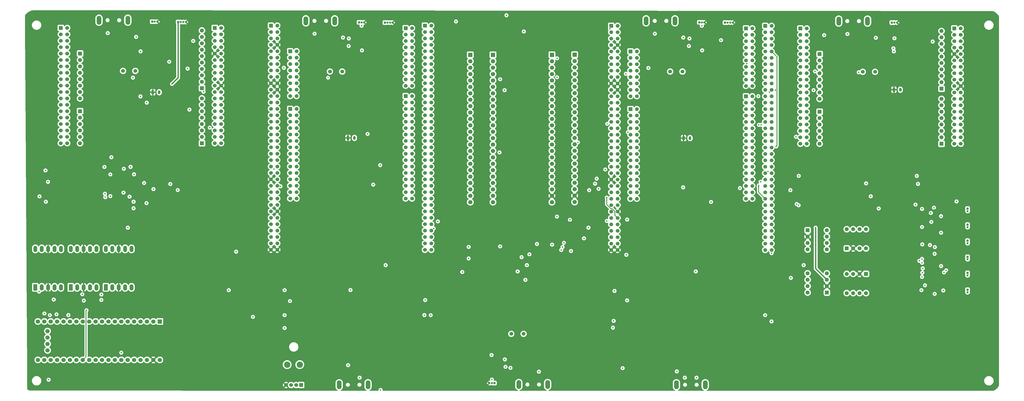
<source format=gbr>
%TF.GenerationSoftware,KiCad,Pcbnew,9.0.2+dfsg-1*%
%TF.CreationDate,2025-07-09T20:59:58-07:00*%
%TF.ProjectId,signalmesh,7369676e-616c-46d6-9573-682e6b696361,rev?*%
%TF.SameCoordinates,Original*%
%TF.FileFunction,Copper,L4,Bot*%
%TF.FilePolarity,Positive*%
%FSLAX46Y46*%
G04 Gerber Fmt 4.6, Leading zero omitted, Abs format (unit mm)*
G04 Created by KiCad (PCBNEW 9.0.2+dfsg-1) date 2025-07-09 20:59:58*
%MOMM*%
%LPD*%
G01*
G04 APERTURE LIST*
G04 Aperture macros list*
%AMRoundRect*
0 Rectangle with rounded corners*
0 $1 Rounding radius*
0 $2 $3 $4 $5 $6 $7 $8 $9 X,Y pos of 4 corners*
0 Add a 4 corners polygon primitive as box body*
4,1,4,$2,$3,$4,$5,$6,$7,$8,$9,$2,$3,0*
0 Add four circle primitives for the rounded corners*
1,1,$1+$1,$2,$3*
1,1,$1+$1,$4,$5*
1,1,$1+$1,$6,$7*
1,1,$1+$1,$8,$9*
0 Add four rect primitives between the rounded corners*
20,1,$1+$1,$2,$3,$4,$5,0*
20,1,$1+$1,$4,$5,$6,$7,0*
20,1,$1+$1,$6,$7,$8,$9,0*
20,1,$1+$1,$8,$9,$2,$3,0*%
G04 Aperture macros list end*
%TA.AperFunction,ComponentPad*%
%ADD10R,0.850000X0.850000*%
%TD*%
%TA.AperFunction,ComponentPad*%
%ADD11C,0.850000*%
%TD*%
%TA.AperFunction,ComponentPad*%
%ADD12R,1.524000X2.524000*%
%TD*%
%TA.AperFunction,ComponentPad*%
%ADD13O,1.524000X2.524000*%
%TD*%
%TA.AperFunction,ComponentPad*%
%ADD14C,1.500000*%
%TD*%
%TA.AperFunction,HeatsinkPad*%
%ADD15O,1.900000X3.500000*%
%TD*%
%TA.AperFunction,ComponentPad*%
%ADD16RoundRect,0.250000X0.550000X0.550000X-0.550000X0.550000X-0.550000X-0.550000X0.550000X-0.550000X0*%
%TD*%
%TA.AperFunction,ComponentPad*%
%ADD17C,1.600000*%
%TD*%
%TA.AperFunction,ComponentPad*%
%ADD18R,1.508000X1.508000*%
%TD*%
%TA.AperFunction,ComponentPad*%
%ADD19C,1.508000*%
%TD*%
%TA.AperFunction,ComponentPad*%
%ADD20C,2.500000*%
%TD*%
%TA.AperFunction,ComponentPad*%
%ADD21R,1.524000X1.524000*%
%TD*%
%TA.AperFunction,ComponentPad*%
%ADD22C,1.524000*%
%TD*%
%TA.AperFunction,ComponentPad*%
%ADD23R,1.700000X1.700000*%
%TD*%
%TA.AperFunction,ComponentPad*%
%ADD24C,1.700000*%
%TD*%
%TA.AperFunction,ComponentPad*%
%ADD25R,1.050000X1.500000*%
%TD*%
%TA.AperFunction,ComponentPad*%
%ADD26O,1.050000X1.500000*%
%TD*%
%TA.AperFunction,ComponentPad*%
%ADD27RoundRect,0.250000X-0.550000X-0.550000X0.550000X-0.550000X0.550000X0.550000X-0.550000X0.550000X0*%
%TD*%
%TA.AperFunction,ComponentPad*%
%ADD28R,1.605000X1.605000*%
%TD*%
%TA.AperFunction,ComponentPad*%
%ADD29C,1.605000*%
%TD*%
%TA.AperFunction,ComponentPad*%
%ADD30R,1.530000X1.530000*%
%TD*%
%TA.AperFunction,ComponentPad*%
%ADD31C,1.530000*%
%TD*%
%TA.AperFunction,ComponentPad*%
%ADD32RoundRect,0.250000X-0.550000X0.550000X-0.550000X-0.550000X0.550000X-0.550000X0.550000X0.550000X0*%
%TD*%
%TA.AperFunction,ComponentPad*%
%ADD33RoundRect,0.250000X0.550000X-0.550000X0.550000X0.550000X-0.550000X0.550000X-0.550000X-0.550000X0*%
%TD*%
%TA.AperFunction,ViaPad*%
%ADD34C,0.600000*%
%TD*%
%TA.AperFunction,ViaPad*%
%ADD35C,0.500000*%
%TD*%
%TA.AperFunction,Conductor*%
%ADD36C,0.500000*%
%TD*%
%TA.AperFunction,Conductor*%
%ADD37C,0.300000*%
%TD*%
G04 APERTURE END LIST*
D10*
%TO.P,J15,1,Pin_1*%
%TO.N,Net-(J15-Pin_1)*%
X557555000Y-140920000D03*
D11*
%TO.P,J15,2,Pin_2*%
X557555000Y-141920000D03*
%TD*%
D12*
%TO.P,U18,1,E*%
%TO.N,Net-(U18-E)*%
X216420000Y-139963000D03*
D13*
%TO.P,U18,2,D*%
%TO.N,Net-(U18-D)*%
X218960000Y-139963000D03*
%TO.P,U18,3,CC*%
%TO.N,GND*%
X221500000Y-139963000D03*
%TO.P,U18,4,C*%
%TO.N,Net-(U18-C)*%
X224040000Y-139963000D03*
%TO.P,U18,5,DP*%
%TO.N,Net-(U18-DP)*%
X226580000Y-139963000D03*
%TO.P,U18,6,B*%
%TO.N,Net-(U18-B)*%
X226580000Y-124723000D03*
%TO.P,U18,7,A*%
%TO.N,Net-(U18-A)*%
X224040000Y-124723000D03*
%TO.P,U18,8,CC*%
%TO.N,GND*%
X221500000Y-124723000D03*
%TO.P,U18,9,F*%
%TO.N,Net-(U18-F)*%
X218960000Y-124723000D03*
%TO.P,U18,10,G*%
%TO.N,Net-(U18-G)*%
X216420000Y-124723000D03*
%TD*%
D14*
%TO.P,Y9,1,1*%
%TO.N,Net-(U40-XI)*%
X223210000Y-54144900D03*
%TO.P,Y9,2,2*%
%TO.N,Net-(U40-XO)*%
X228090000Y-54144900D03*
%TD*%
D15*
%TO.P,J25,5,Shield*%
%TO.N,unconnected-(J25-Shield-Pad5)_1*%
X391300000Y-178500000D03*
%TO.N,unconnected-(J25-Shield-Pad5)*%
X379900000Y-178500000D03*
%TD*%
D16*
%TO.P,U27,1,TXD*%
%TO.N,/UUM_CAN_RD*%
X501860000Y-142040000D03*
D17*
%TO.P,U27,2,VSS*%
%TO.N,GND*%
X501860000Y-139500000D03*
%TO.P,U27,3,VDD*%
%TO.N,UUM_VDD*%
X501860000Y-136960000D03*
%TO.P,U27,4,RXD*%
%TO.N,/UUM_CAN_TD*%
X501860000Y-134420000D03*
%TO.P,U27,5,Vref*%
%TO.N,unconnected-(U27-Vref-Pad5)*%
X494240000Y-134420000D03*
%TO.P,U27,6,CAN-*%
%TO.N,/CAN-*%
X494240000Y-136960000D03*
%TO.P,U27,7,CAN+*%
%TO.N,/CAN+*%
X494240000Y-139500000D03*
%TO.P,U27,8,Rs*%
%TO.N,Net-(U27-Rs)*%
X494240000Y-142040000D03*
%TD*%
D15*
%TO.P,J33,5,Shield*%
%TO.N,unconnected-(J33-Shield-Pad5)_1*%
X213700000Y-34044900D03*
%TO.N,unconnected-(J33-Shield-Pad5)*%
X225100000Y-34044900D03*
%TD*%
D18*
%TO.P,U1,CN7_1*%
%TO.N,N/C*%
X335080000Y-37186000D03*
D19*
%TO.P,U1,CN7_2*%
X337620000Y-37186000D03*
%TO.P,U1,CN7_3*%
X335080000Y-39726000D03*
%TO.P,U1,CN7_4*%
X337620000Y-39726000D03*
%TO.P,U1,CN7_5*%
X335080000Y-42266000D03*
%TO.P,U1,CN7_6*%
X337620000Y-42266000D03*
%TO.P,U1,CN7_7*%
X335080000Y-44806000D03*
%TO.P,U1,CN7_8*%
X337620000Y-44806000D03*
%TO.P,U1,CN7_9*%
X335080000Y-47346000D03*
%TO.P,U1,CN7_10*%
X337620000Y-47346000D03*
%TO.P,U1,CN7_11*%
X335080000Y-49886000D03*
%TO.P,U1,CN7_12*%
X337620000Y-49886000D03*
%TO.P,U1,CN7_13*%
X335080000Y-52426000D03*
%TO.P,U1,CN7_14*%
X337620000Y-52426000D03*
%TO.P,U1,CN7_15*%
X335080000Y-54966000D03*
%TO.P,U1,CN7_16*%
X337620000Y-54966000D03*
%TO.P,U1,CN7_17*%
X335080000Y-57506000D03*
%TO.P,U1,CN7_18*%
X337620000Y-57506000D03*
%TO.P,U1,CN7_19*%
X335080000Y-60046000D03*
%TO.P,U1,CN7_20*%
X337620000Y-60046000D03*
D18*
%TO.P,U1,CN8_1*%
X289360000Y-46330000D03*
D19*
%TO.P,U1,CN8_2*%
X291900000Y-46330000D03*
%TO.P,U1,CN8_3*%
X289360000Y-48870000D03*
%TO.P,U1,CN8_4*%
X291900000Y-48870000D03*
%TO.P,U1,CN8_5*%
X289360000Y-51410000D03*
%TO.P,U1,CN8_6*%
X291900000Y-51410000D03*
%TO.P,U1,CN8_7*%
X289360000Y-53950000D03*
%TO.P,U1,CN8_8*%
X291900000Y-53950000D03*
%TO.P,U1,CN8_9*%
X289360000Y-56490000D03*
%TO.P,U1,CN8_10*%
X291900000Y-56490000D03*
%TO.P,U1,CN8_11*%
X289360000Y-59030000D03*
%TO.P,U1,CN8_12*%
X291900000Y-59030000D03*
%TO.P,U1,CN8_13*%
X289360000Y-61570000D03*
%TO.P,U1,CN8_14*%
X291900000Y-61570000D03*
%TO.P,U1,CN8_15*%
X289360000Y-64110000D03*
%TO.P,U1,CN8_16*%
X291900000Y-64110000D03*
D18*
%TO.P,U1,CN9_1*%
X289360000Y-69190000D03*
D19*
%TO.P,U1,CN9_2*%
X291900000Y-69190000D03*
%TO.P,U1,CN9_3*%
X289360000Y-71730000D03*
%TO.P,U1,CN9_4*%
X291900000Y-71730000D03*
%TO.P,U1,CN9_5*%
X289360000Y-74270000D03*
%TO.P,U1,CN9_6*%
X291900000Y-74270000D03*
%TO.P,U1,CN9_7*%
X289360000Y-76810000D03*
%TO.P,U1,CN9_8*%
X291900000Y-76810000D03*
%TO.P,U1,CN9_9*%
X289360000Y-79350000D03*
%TO.P,U1,CN9_10*%
X291900000Y-79350000D03*
%TO.P,U1,CN9_11*%
X289360000Y-81890000D03*
%TO.P,U1,CN9_12*%
X291900000Y-81890000D03*
%TO.P,U1,CN9_13*%
X289360000Y-84430000D03*
%TO.P,U1,CN9_14*%
X291900000Y-84430000D03*
%TO.P,U1,CN9_15*%
X289360000Y-86970000D03*
%TO.P,U1,CN9_16*%
X291900000Y-86970000D03*
%TO.P,U1,CN9_17*%
X289360000Y-89510000D03*
%TO.P,U1,CN9_18*%
X291900000Y-89510000D03*
%TO.P,U1,CN9_19*%
X289360000Y-92050000D03*
%TO.P,U1,CN9_20*%
X291900000Y-92050000D03*
%TO.P,U1,CN9_21*%
X289360000Y-94590000D03*
%TO.P,U1,CN9_22*%
X291900000Y-94590000D03*
%TO.P,U1,CN9_23*%
X289360000Y-97130000D03*
%TO.P,U1,CN9_24*%
X291900000Y-97130000D03*
%TO.P,U1,CN9_25*%
X289360000Y-99670000D03*
%TO.P,U1,CN9_26*%
X291900000Y-99670000D03*
%TO.P,U1,CN9_27*%
X289360000Y-102210000D03*
%TO.P,U1,CN9_28*%
X291900000Y-102210000D03*
%TO.P,U1,CN9_29*%
X289360000Y-104750000D03*
%TO.P,U1,CN9_30*%
X291900000Y-104750000D03*
D18*
%TO.P,U1,CN10_1*%
X335080000Y-64110000D03*
D19*
%TO.P,U1,CN10_2*%
X337620000Y-64110000D03*
%TO.P,U1,CN10_3*%
X335080000Y-66650000D03*
%TO.P,U1,CN10_4*%
X337620000Y-66650000D03*
%TO.P,U1,CN10_5*%
X335080000Y-69190000D03*
%TO.P,U1,CN10_6*%
X337620000Y-69190000D03*
%TO.P,U1,CN10_7*%
X335080000Y-71730000D03*
%TO.P,U1,CN10_8*%
X337620000Y-71730000D03*
%TO.P,U1,CN10_9*%
X335080000Y-74270000D03*
%TO.P,U1,CN10_10*%
X337620000Y-74270000D03*
%TO.P,U1,CN10_11*%
X335080000Y-76810000D03*
%TO.P,U1,CN10_12*%
X337620000Y-76810000D03*
%TO.P,U1,CN10_13*%
X335080000Y-79350000D03*
%TO.P,U1,CN10_14*%
X337620000Y-79350000D03*
%TO.P,U1,CN10_15*%
X335080000Y-81890000D03*
%TO.P,U1,CN10_16*%
X337620000Y-81890000D03*
%TO.P,U1,CN10_17*%
X335080000Y-84430000D03*
%TO.P,U1,CN10_18*%
X337620000Y-84430000D03*
%TO.P,U1,CN10_19*%
X335080000Y-86970000D03*
%TO.P,U1,CN10_20*%
X337620000Y-86970000D03*
%TO.P,U1,CN10_21*%
X335080000Y-89510000D03*
%TO.P,U1,CN10_22*%
X337620000Y-89510000D03*
%TO.P,U1,CN10_23*%
X335080000Y-92050000D03*
%TO.P,U1,CN10_24*%
X337620000Y-92050000D03*
%TO.P,U1,CN10_25*%
X335080000Y-94590000D03*
%TO.P,U1,CN10_26*%
X337620000Y-94590000D03*
%TO.P,U1,CN10_27*%
X335080000Y-97130000D03*
%TO.P,U1,CN10_28*%
X337620000Y-97130000D03*
%TO.P,U1,CN10_29*%
X335080000Y-99670000D03*
%TO.P,U1,CN10_30*%
X337620000Y-99670000D03*
%TO.P,U1,CN10_31*%
X335080000Y-102210000D03*
%TO.P,U1,CN10_32*%
X337620000Y-102210000D03*
%TO.P,U1,CN10_33*%
X335080000Y-104750000D03*
%TO.P,U1,CN10_34*%
X337620000Y-104750000D03*
D18*
%TO.P,U1,CN11_1,PC10*%
%TO.N,/ACM_CMD_TX*%
X281740000Y-36170000D03*
D19*
%TO.P,U1,CN11_2,PC11*%
%TO.N,/ACM_CMD_RX*%
X284280000Y-36170000D03*
%TO.P,U1,CN11_3,PC12*%
%TO.N,/APM_DBG_TX*%
X281740000Y-38710000D03*
%TO.P,U1,CN11_4,PD2*%
%TO.N,/APM_DBG_RX*%
X284280000Y-38710000D03*
%TO.P,U1,CN11_5,3V3_VDD*%
%TO.N,unconnected-(U1A-3V3_VDD-PadCN11_5)*%
X281740000Y-41250000D03*
%TO.P,U1,CN11_6,5V_EXT*%
%TO.N,unconnected-(U1A-5V_EXT-PadCN11_6)*%
X284280000Y-41250000D03*
%TO.P,U1,CN11_7,BOOT0*%
%TO.N,unconnected-(U1A-BOOT0-PadCN11_7)*%
X281740000Y-43790000D03*
%TO.P,U1,CN11_8,GND_CN11*%
%TO.N,GND*%
X284280000Y-43790000D03*
%TO.P,U1,CN11_9,PF6*%
%TO.N,unconnected-(U1A-PF6-PadCN11_9)*%
X281740000Y-46330000D03*
%TO.P,U1,CN11_10,NC*%
%TO.N,unconnected-(U1A-NC-PadCN11_10)*%
X284280000Y-46330000D03*
%TO.P,U1,CN11_11,PF7*%
%TO.N,unconnected-(U1A-PF7-PadCN11_11)*%
X281740000Y-48870000D03*
%TO.P,U1,CN11_12,IOREF*%
%TO.N,unconnected-(U1A-IOREF-PadCN11_12)*%
X284280000Y-48870000D03*
%TO.P,U1,CN11_13,PA13*%
%TO.N,unconnected-(U1A-PA13-PadCN11_13)*%
X281740000Y-51410000D03*
%TO.P,U1,CN11_14,NRST*%
%TO.N,unconnected-(U1A-NRST-PadCN11_14)*%
X284280000Y-51410000D03*
%TO.P,U1,CN11_15,PA14*%
%TO.N,unconnected-(U1A-PA14-PadCN11_15)*%
X281740000Y-53950000D03*
%TO.P,U1,CN11_16,3V3*%
%TO.N,unconnected-(U1A-3V3-PadCN11_16)*%
X284280000Y-53950000D03*
%TO.P,U1,CN11_17,PA15*%
%TO.N,unconnected-(U1A-PA15-PadCN11_17)*%
X281740000Y-56490000D03*
%TO.P,U1,CN11_18,5V*%
%TO.N,APM_VDD*%
X284280000Y-56490000D03*
%TO.P,U1,CN11_19,GND_CN11*%
%TO.N,GND*%
X281740000Y-59030000D03*
%TO.P,U1,CN11_20,GND_CN11*%
X284280000Y-59030000D03*
%TO.P,U1,CN11_21,PB7*%
%TO.N,unconnected-(U1A-PB7-PadCN11_21)*%
X281740000Y-61570000D03*
%TO.P,U1,CN11_22,GND_CN11*%
%TO.N,GND*%
X284280000Y-61570000D03*
%TO.P,U1,CN11_23,PC13*%
%TO.N,unconnected-(U1A-PC13-PadCN11_23)*%
X281740000Y-64110000D03*
%TO.P,U1,CN11_24,VIN*%
%TO.N,unconnected-(U1A-VIN-PadCN11_24)*%
X284280000Y-64110000D03*
%TO.P,U1,CN11_25,PC14*%
%TO.N,unconnected-(U1A-PC14-PadCN11_25)*%
X281740000Y-66650000D03*
%TO.P,U1,CN11_26,NC*%
%TO.N,unconnected-(U1A-NC-PadCN11_26)*%
X284280000Y-66650000D03*
%TO.P,U1,CN11_27,PC15*%
%TO.N,unconnected-(U1A-PC15-PadCN11_27)*%
X281740000Y-69190000D03*
%TO.P,U1,CN11_28,PA0*%
%TO.N,unconnected-(U1A-PA0-PadCN11_28)*%
X284280000Y-69190000D03*
%TO.P,U1,CN11_29,PH0*%
%TO.N,unconnected-(U1A-PH0-PadCN11_29)*%
X281740000Y-71730000D03*
%TO.P,U1,CN11_30,PA1*%
%TO.N,unconnected-(U1A-PA1-PadCN11_30)*%
X284280000Y-71730000D03*
%TO.P,U1,CN11_31,PH1*%
%TO.N,unconnected-(U1A-PH1-PadCN11_31)*%
X281740000Y-74270000D03*
%TO.P,U1,CN11_32,PA4*%
%TO.N,/DAC_R*%
X284280000Y-74270000D03*
%TO.P,U1,CN11_33,VBAT*%
%TO.N,unconnected-(U1A-VBAT-PadCN11_33)*%
X281740000Y-76810000D03*
%TO.P,U1,CN11_34,PB0*%
%TO.N,unconnected-(U1A-PB0-PadCN11_34)*%
X284280000Y-76810000D03*
%TO.P,U1,CN11_35,PC2*%
%TO.N,unconnected-(U1A-PC2-PadCN11_35)*%
X281740000Y-79350000D03*
%TO.P,U1,CN11_36,PC1*%
%TO.N,unconnected-(U1A-PC1-PadCN11_36)*%
X284280000Y-79350000D03*
%TO.P,U1,CN11_37,PC3*%
%TO.N,unconnected-(U1A-PC3-PadCN11_37)*%
X281740000Y-81890000D03*
%TO.P,U1,CN11_38,PC0*%
%TO.N,unconnected-(U1A-PC0-PadCN11_38)*%
X284280000Y-81890000D03*
%TO.P,U1,CN11_39,PD4*%
%TO.N,unconnected-(U1A-PD4-PadCN11_39)*%
X281740000Y-84430000D03*
%TO.P,U1,CN11_40,PD3*%
%TO.N,unconnected-(U1A-PD3-PadCN11_40)*%
X284280000Y-84430000D03*
%TO.P,U1,CN11_41,PD5*%
%TO.N,unconnected-(U1A-PD5-PadCN11_41)*%
X281740000Y-86970000D03*
%TO.P,U1,CN11_42,PG2*%
%TO.N,unconnected-(U1A-PG2-PadCN11_42)*%
X284280000Y-86970000D03*
%TO.P,U1,CN11_43,PD6*%
%TO.N,unconnected-(U1A-PD6-PadCN11_43)*%
X281740000Y-89510000D03*
%TO.P,U1,CN11_44,PG3*%
%TO.N,unconnected-(U1A-PG3-PadCN11_44)*%
X284280000Y-89510000D03*
%TO.P,U1,CN11_45,PD7*%
%TO.N,unconnected-(U1A-PD7-PadCN11_45)*%
X281740000Y-92050000D03*
%TO.P,U1,CN11_46,PE2*%
%TO.N,unconnected-(U1A-PE2-PadCN11_46)*%
X284280000Y-92050000D03*
%TO.P,U1,CN11_47,PE3*%
%TO.N,/ISR0*%
X281740000Y-94590000D03*
%TO.P,U1,CN11_48,PE4*%
%TO.N,unconnected-(U1A-PE4-PadCN11_48)*%
X284280000Y-94590000D03*
%TO.P,U1,CN11_49,GND_CN11*%
%TO.N,GND*%
X281740000Y-97130000D03*
%TO.P,U1,CN11_50,PE5*%
%TO.N,unconnected-(U1A-PE5-PadCN11_50)*%
X284280000Y-97130000D03*
%TO.P,U1,CN11_51,PF1*%
%TO.N,/APM/APM_I2C1_SCL*%
X281740000Y-99670000D03*
%TO.P,U1,CN11_52,PF2*%
%TO.N,unconnected-(U1A-PF2-PadCN11_52)*%
X284280000Y-99670000D03*
%TO.P,U1,CN11_53,PF0*%
%TO.N,/APM/APM_I2C1_SDA*%
X281740000Y-102210000D03*
%TO.P,U1,CN11_54,PF8*%
%TO.N,unconnected-(U1A-PF8-PadCN11_54)*%
X284280000Y-102210000D03*
%TO.P,U1,CN11_55,PD1*%
%TO.N,unconnected-(U1A-PD1-PadCN11_55)*%
X281740000Y-104750000D03*
%TO.P,U1,CN11_56,PF9*%
%TO.N,unconnected-(U1A-PF9-PadCN11_56)*%
X284280000Y-104750000D03*
%TO.P,U1,CN11_57,PD0*%
%TO.N,unconnected-(U1A-PD0-PadCN11_57)*%
X281740000Y-107290000D03*
%TO.P,U1,CN11_58,PG1*%
%TO.N,unconnected-(U1A-PG1-PadCN11_58)*%
X284280000Y-107290000D03*
%TO.P,U1,CN11_59,PG0*%
%TO.N,unconnected-(U1A-PG0-PadCN11_59)*%
X281740000Y-109830000D03*
%TO.P,U1,CN11_60,GND_CN11*%
%TO.N,GND*%
X284280000Y-109830000D03*
%TO.P,U1,CN11_61,PE1*%
%TO.N,unconnected-(U1A-PE1-PadCN11_61)*%
X281740000Y-112370000D03*
%TO.P,U1,CN11_62,PE6*%
%TO.N,/IRQ0*%
X284280000Y-112370000D03*
%TO.P,U1,CN11_63,PG9*%
%TO.N,/APM/7SDD_CMD_RX*%
X281740000Y-114910000D03*
%TO.P,U1,CN11_64,PG15*%
%TO.N,unconnected-(U1A-PG15-PadCN11_64)*%
X284280000Y-114910000D03*
%TO.P,U1,CN11_65,PG12*%
%TO.N,unconnected-(U1A-PG12-PadCN11_65)*%
X281740000Y-117450000D03*
%TO.P,U1,CN11_66,PG10*%
%TO.N,unconnected-(U1A-PG10-PadCN11_66)*%
X284280000Y-117450000D03*
%TO.P,U1,CN11_67,NC*%
%TO.N,unconnected-(U1A-NC-PadCN11_67)*%
X281740000Y-119990000D03*
%TO.P,U1,CN11_68,PG13*%
%TO.N,unconnected-(U1A-PG13-PadCN11_68)*%
X284280000Y-119990000D03*
%TO.P,U1,CN11_69,PD9*%
%TO.N,unconnected-(U1A-PD9-PadCN11_69)*%
X281740000Y-122530000D03*
%TO.P,U1,CN11_70,PG11*%
%TO.N,unconnected-(U1A-PG11-PadCN11_70)*%
X284280000Y-122530000D03*
%TO.P,U1,CN11_71,GND_CN11*%
%TO.N,GND*%
X281740000Y-125070000D03*
%TO.P,U1,CN11_72,GND_CN11*%
X284280000Y-125070000D03*
D18*
%TO.P,U1,CN12_1,PC9*%
%TO.N,unconnected-(U1B-PC9-PadCN12_1)*%
X342700000Y-36190000D03*
D19*
%TO.P,U1,CN12_2,PC8*%
%TO.N,unconnected-(U1B-PC8-PadCN12_2)*%
X345240000Y-36190000D03*
%TO.P,U1,CN12_3,PB8*%
%TO.N,/APM_CAN_RD*%
X342700000Y-38730000D03*
%TO.P,U1,CN12_4,PC6*%
%TO.N,/APM/APM_LED_OK*%
X345240000Y-38730000D03*
%TO.P,U1,CN12_5,PB9*%
%TO.N,/APM_CAN_TD*%
X342700000Y-41270000D03*
%TO.P,U1,CN12_6,PC5*%
%TO.N,/APM/APM_LED_WARN*%
X345240000Y-41270000D03*
%TO.P,U1,CN12_7,VREFP*%
%TO.N,unconnected-(U1B-VREFP-PadCN12_7)*%
X342700000Y-43810000D03*
%TO.P,U1,CN12_8,5V_USB_STLK*%
%TO.N,unconnected-(U1B-5V_USB_STLK-PadCN12_8)*%
X345240000Y-43810000D03*
%TO.P,U1,CN12_9,GND_CN12*%
%TO.N,unconnected-(U1B-GND_CN12-PadCN12_20)_2*%
X342700000Y-46350000D03*
%TO.P,U1,CN12_10,PD8*%
%TO.N,unconnected-(U1B-PD8-PadCN12_10)*%
X345240000Y-46350000D03*
%TO.P,U1,CN12_11,PA5*%
%TO.N,/DAC_L*%
X342700000Y-48890000D03*
%TO.P,U1,CN12_12,PA12*%
%TO.N,/APM/APM_USB_D-*%
X345240000Y-48890000D03*
%TO.P,U1,CN12_13,PA6*%
%TO.N,unconnected-(U1B-PA6-PadCN12_13)*%
X342700000Y-51430000D03*
%TO.P,U1,CN12_14,PA11*%
%TO.N,/APM/APM_USB_D+*%
X345240000Y-51430000D03*
%TO.P,U1,CN12_15,PA7*%
%TO.N,unconnected-(U1B-PA7-PadCN12_15)*%
X342700000Y-53970000D03*
%TO.P,U1,CN12_16,PB12*%
%TO.N,unconnected-(U1B-PB12-PadCN12_16)*%
X345240000Y-53970000D03*
%TO.P,U1,CN12_17,PB6*%
%TO.N,unconnected-(U1B-PB6-PadCN12_17)*%
X342700000Y-56510000D03*
%TO.P,U1,CN12_18,PB11*%
%TO.N,unconnected-(U1B-PB11-PadCN12_18)*%
X345240000Y-56510000D03*
%TO.P,U1,CN12_19,PC7*%
%TO.N,unconnected-(U1B-PC7-PadCN12_19)*%
X342700000Y-59050000D03*
%TO.P,U1,CN12_20,GND_CN12*%
%TO.N,unconnected-(U1B-GND_CN12-PadCN12_20)_4*%
X345240000Y-59050000D03*
%TO.P,U1,CN12_21,PA9*%
%TO.N,unconnected-(U1B-PA9-PadCN12_21)*%
X342700000Y-61590000D03*
%TO.P,U1,CN12_22,PB2*%
%TO.N,unconnected-(U1B-PB2-PadCN12_22)*%
X345240000Y-61590000D03*
%TO.P,U1,CN12_23,PA8*%
%TO.N,unconnected-(U1B-PA8-PadCN12_23)*%
X342700000Y-64130000D03*
%TO.P,U1,CN12_24,PB1*%
%TO.N,unconnected-(U1B-PB1-PadCN12_24)*%
X345240000Y-64130000D03*
%TO.P,U1,CN12_25,PB10*%
%TO.N,unconnected-(U1B-PB10-PadCN12_25)*%
X342700000Y-66670000D03*
%TO.P,U1,CN12_26,PB15*%
%TO.N,unconnected-(U1B-PB15-PadCN12_26)*%
X345240000Y-66670000D03*
%TO.P,U1,CN12_27,PB4*%
%TO.N,unconnected-(U1B-PB4-PadCN12_27)*%
X342700000Y-69210000D03*
%TO.P,U1,CN12_28,PB14*%
%TO.N,unconnected-(U1B-PB14-PadCN12_28)*%
X345240000Y-69210000D03*
%TO.P,U1,CN12_29,PB5*%
%TO.N,unconnected-(U1B-PB5-PadCN12_29)*%
X342700000Y-71750000D03*
%TO.P,U1,CN12_30,PB13*%
%TO.N,unconnected-(U1B-PB13-PadCN12_30)*%
X345240000Y-71750000D03*
%TO.P,U1,CN12_31,PB3*%
%TO.N,unconnected-(U1B-PB3-PadCN12_31)*%
X342700000Y-74290000D03*
%TO.P,U1,CN12_32,AGND_CN12*%
%TO.N,unconnected-(U1B-AGND_CN12-PadCN12_32)*%
X345240000Y-74290000D03*
%TO.P,U1,CN12_33,PA10*%
%TO.N,unconnected-(U1B-PA10-PadCN12_33)*%
X342700000Y-76830000D03*
%TO.P,U1,CN12_34,PC4*%
%TO.N,/APM/APM_LED_FAIL*%
X345240000Y-76830000D03*
%TO.P,U1,CN12_35,PA2*%
%TO.N,unconnected-(U1B-PA2-PadCN12_35)*%
X342700000Y-79370000D03*
%TO.P,U1,CN12_36,PF5*%
%TO.N,unconnected-(U1B-PF5-PadCN12_36)*%
X345240000Y-79370000D03*
%TO.P,U1,CN12_37,PA3*%
%TO.N,unconnected-(U1B-PA3-PadCN12_37)*%
X342700000Y-81910000D03*
%TO.P,U1,CN12_38,PF4*%
%TO.N,unconnected-(U1B-PF4-PadCN12_38)*%
X345240000Y-81910000D03*
%TO.P,U1,CN12_39,GND_CN12*%
%TO.N,unconnected-(U1B-GND_CN12-PadCN12_20)_1*%
X342700000Y-84450000D03*
%TO.P,U1,CN12_40,PE8*%
%TO.N,unconnected-(U1B-PE8-PadCN12_40)*%
X345240000Y-84450000D03*
%TO.P,U1,CN12_41,PD13*%
%TO.N,unconnected-(U1B-PD13-PadCN12_41)*%
X342700000Y-86990000D03*
%TO.P,U1,CN12_42,PF10*%
%TO.N,unconnected-(U1B-PF10-PadCN12_42)*%
X345240000Y-86990000D03*
%TO.P,U1,CN12_43,PD12*%
%TO.N,unconnected-(U1B-PD12-PadCN12_43)*%
X342700000Y-89530000D03*
%TO.P,U1,CN12_44,PE7*%
%TO.N,unconnected-(U1B-PE7-PadCN12_44)*%
X345240000Y-89530000D03*
%TO.P,U1,CN12_45,PD11*%
%TO.N,unconnected-(U1B-PD11-PadCN12_45)*%
X342700000Y-92070000D03*
%TO.P,U1,CN12_46,PD14*%
%TO.N,unconnected-(U1B-PD14-PadCN12_46)*%
X345240000Y-92070000D03*
%TO.P,U1,CN12_47,PE10*%
%TO.N,unconnected-(U1B-PE10-PadCN12_47)*%
X342700000Y-94610000D03*
%TO.P,U1,CN12_48,PD15*%
%TO.N,unconnected-(U1B-PD15-PadCN12_48)*%
X345240000Y-94610000D03*
%TO.P,U1,CN12_49,PE12*%
%TO.N,unconnected-(U1B-PE12-PadCN12_49)*%
X342700000Y-97150000D03*
%TO.P,U1,CN12_50,PF14*%
%TO.N,unconnected-(U1B-PF14-PadCN12_50)*%
X345240000Y-97150000D03*
%TO.P,U1,CN12_51,PE14*%
%TO.N,unconnected-(U1B-PE14-PadCN12_51)*%
X342700000Y-99690000D03*
%TO.P,U1,CN12_52,PE9*%
%TO.N,unconnected-(U1B-PE9-PadCN12_52)*%
X345240000Y-99690000D03*
%TO.P,U1,CN12_53,PE15*%
%TO.N,unconnected-(U1B-PE15-PadCN12_53)*%
X342700000Y-102230000D03*
%TO.P,U1,CN12_54,GND_CN12*%
%TO.N,unconnected-(U1B-GND_CN12-PadCN12_20)*%
X345240000Y-102230000D03*
%TO.P,U1,CN12_55,PE13*%
%TO.N,unconnected-(U1B-PE13-PadCN12_55)*%
X342700000Y-104770000D03*
%TO.P,U1,CN12_56,PE11*%
%TO.N,unconnected-(U1B-PE11-PadCN12_56)*%
X345240000Y-104770000D03*
%TO.P,U1,CN12_57,PF13*%
%TO.N,unconnected-(U1B-PF13-PadCN12_57)*%
X342700000Y-107310000D03*
%TO.P,U1,CN12_58,PF3*%
%TO.N,unconnected-(U1B-PF3-PadCN12_58)*%
X345240000Y-107310000D03*
%TO.P,U1,CN12_59,PF12*%
%TO.N,unconnected-(U1B-PF12-PadCN12_59)*%
X342700000Y-109850000D03*
%TO.P,U1,CN12_60,PF15*%
%TO.N,unconnected-(U1B-PF15-PadCN12_60)*%
X345240000Y-109850000D03*
%TO.P,U1,CN12_61,PG14*%
%TO.N,/APM/7SDD_CMD_TX*%
X342700000Y-112390000D03*
%TO.P,U1,CN12_62,PF11*%
%TO.N,unconnected-(U1B-PF11-PadCN12_62)*%
X345240000Y-112390000D03*
%TO.P,U1,CN12_63,GND_CN12*%
%TO.N,unconnected-(U1B-GND_CN12-PadCN12_20)_3*%
X342700000Y-114930000D03*
%TO.P,U1,CN12_64,PE0*%
%TO.N,unconnected-(U1B-PE0-PadCN12_64)*%
X345240000Y-114930000D03*
%TO.P,U1,CN12_65,PD10*%
%TO.N,unconnected-(U1B-PD10-PadCN12_65)*%
X342700000Y-117470000D03*
%TO.P,U1,CN12_66,PG8*%
%TO.N,unconnected-(U1B-PG8-PadCN12_66)*%
X345240000Y-117470000D03*
%TO.P,U1,CN12_67,PG7*%
%TO.N,unconnected-(U1B-PG7-PadCN12_67)*%
X342700000Y-120010000D03*
%TO.P,U1,CN12_68,PG5*%
%TO.N,unconnected-(U1B-PG5-PadCN12_68)*%
X345240000Y-120010000D03*
%TO.P,U1,CN12_69,PG4*%
%TO.N,unconnected-(U1B-PG4-PadCN12_69)*%
X342700000Y-122550000D03*
%TO.P,U1,CN12_70,PG6*%
%TO.N,unconnected-(U1B-PG6-PadCN12_70)*%
X345240000Y-122550000D03*
%TO.P,U1,CN12_71,GND_CN12*%
%TO.N,unconnected-(U1B-GND_CN12-PadCN12_20)_6*%
X342700000Y-125090000D03*
%TO.P,U1,CN12_72,GND_CN12*%
%TO.N,unconnected-(U1B-GND_CN12-PadCN12_20)_5*%
X345240000Y-125090000D03*
%TD*%
D20*
%TO.P,TP1,1,1*%
%TO.N,/DAC_L*%
X293200000Y-170600000D03*
%TD*%
D21*
%TO.P,J12,1,Pin_1*%
%TO.N,unconnected-(J12-Pin_1-Pad1)*%
X293750000Y-178700000D03*
D22*
%TO.P,J12,2,Pin_2*%
%TO.N,/DAC_L*%
X291750000Y-178700000D03*
%TO.P,J12,3,Pin_3*%
%TO.N,/DAC_R*%
X289750000Y-178700000D03*
%TO.P,J12,4,Pin_4*%
%TO.N,GND*%
X287750000Y-178700000D03*
%TD*%
D23*
%TO.P,J9,1,Pin_1*%
%TO.N,/FMC_D0*%
X402000000Y-47720000D03*
D24*
%TO.P,J9,2,Pin_2*%
%TO.N,/FMC_D1*%
X402000000Y-50260000D03*
%TO.P,J9,3,Pin_3*%
%TO.N,/FMC_D2*%
X402000000Y-52800000D03*
%TO.P,J9,4,Pin_4*%
%TO.N,/FMC_D3*%
X402000000Y-55340000D03*
%TO.P,J9,5,Pin_5*%
%TO.N,/FMC_D4*%
X402000000Y-57880000D03*
%TO.P,J9,6,Pin_6*%
%TO.N,/FMC_D5*%
X402000000Y-60420000D03*
%TO.P,J9,7,Pin_7*%
%TO.N,/FMC_D6*%
X402000000Y-62960000D03*
%TO.P,J9,8,Pin_8*%
%TO.N,/FMC_D7*%
X402000000Y-65500000D03*
%TO.P,J9,9,Pin_9*%
%TO.N,/FMC_D8*%
X402000000Y-68040000D03*
%TO.P,J9,10,Pin_10*%
%TO.N,/FMC_D9*%
X402000000Y-70580000D03*
%TO.P,J9,11,Pin_11*%
%TO.N,/FMC_D10*%
X402000000Y-73120000D03*
%TO.P,J9,12,Pin_12*%
%TO.N,/FMC_D11*%
X402000000Y-75660000D03*
%TO.P,J9,13,Pin_13*%
%TO.N,/FMC_D12*%
X402000000Y-78200000D03*
%TO.P,J9,14,Pin_14*%
%TO.N,/FMC_D13*%
X402000000Y-80740000D03*
%TO.P,J9,15,Pin_15*%
%TO.N,/FMC_D14*%
X402000000Y-83280000D03*
%TO.P,J9,16,Pin_16*%
%TO.N,/FMC_D15*%
X402000000Y-85820000D03*
%TO.P,J9,17,Pin_17*%
%TO.N,unconnected-(J2-Pin_17-Pad17)*%
X402000000Y-88360000D03*
%TO.P,J9,18,Pin_18*%
%TO.N,ACM_VDD*%
X402000000Y-90900000D03*
%TO.P,J9,19,Pin_19*%
%TO.N,unconnected-(J2-Pin_19-Pad19)*%
X402000000Y-93440000D03*
%TO.P,J9,20,Pin_20*%
%TO.N,unconnected-(J2-Pin_20-Pad20)*%
X402000000Y-95980000D03*
%TO.P,J9,21,Pin_21*%
%TO.N,unconnected-(J2-Pin_21-Pad21)*%
X402000000Y-98520000D03*
%TO.P,J9,22,Pin_22*%
%TO.N,unconnected-(J2-Pin_22-Pad22)*%
X402000000Y-101060000D03*
%TO.P,J9,23,Pin_23*%
%TO.N,GND*%
X402000000Y-103600000D03*
%TO.P,J9,24,Pin_24*%
%TO.N,3V3_ACM*%
X402000000Y-106140000D03*
%TD*%
D20*
%TO.P,TP2,1,1*%
%TO.N,/DAC_R*%
X288200000Y-170600000D03*
%TD*%
D15*
%TO.P,J31,5,Shield*%
%TO.N,unconnected-(J31-Shield-Pad5)_1*%
X430300000Y-34300000D03*
%TO.N,unconnected-(J31-Shield-Pad5)*%
X441700000Y-34300000D03*
%TD*%
D12*
%TO.P,U2,1,E*%
%TO.N,Net-(U2-E)*%
X202500000Y-139963000D03*
D13*
%TO.P,U2,2,D*%
%TO.N,Net-(U2-D)*%
X205040000Y-139963000D03*
%TO.P,U2,3,CC*%
%TO.N,GND*%
X207580000Y-139963000D03*
%TO.P,U2,4,C*%
%TO.N,Net-(U2-C)*%
X210120000Y-139963000D03*
%TO.P,U2,5,DP*%
%TO.N,Net-(U2-DP)*%
X212660000Y-139963000D03*
%TO.P,U2,6,B*%
%TO.N,Net-(U2-B)*%
X212660000Y-124723000D03*
%TO.P,U2,7,A*%
%TO.N,Net-(U2-A)*%
X210120000Y-124723000D03*
%TO.P,U2,8,CC*%
%TO.N,GND*%
X207580000Y-124723000D03*
%TO.P,U2,9,F*%
%TO.N,Net-(U2-F)*%
X205040000Y-124723000D03*
%TO.P,U2,10,G*%
%TO.N,Net-(U2-G)*%
X202500000Y-124723000D03*
%TD*%
D10*
%TO.P,J30,1,Pin_1*%
%TO.N,/USB_debug_APM/DBG_TX*%
X316650000Y-34880100D03*
D11*
%TO.P,J30,2,Pin_2*%
%TO.N,/APM_DBG_RX*%
X317650000Y-34880100D03*
%TO.P,J30,3,Pin_3*%
%TO.N,GND*%
X318650000Y-34880100D03*
%TD*%
D23*
%TO.P,J1,1,Pin_1*%
%TO.N,/ACM/ACM_SPI_CS*%
X369690000Y-47760000D03*
D24*
%TO.P,J1,2,Pin_2*%
%TO.N,/ACM/ACM_SPI_MOSI*%
X369690000Y-50300000D03*
%TO.P,J1,3,Pin_3*%
%TO.N,/ACM/ACM_SPI_SCLK*%
X369690000Y-52840000D03*
%TO.P,J1,4,Pin_4*%
%TO.N,/ACM/ACM_SPI_MISO*%
X369690000Y-55380000D03*
%TO.P,J1,5,Pin_5*%
%TO.N,/ACM_DBG_TX*%
X369690000Y-57920000D03*
%TO.P,J1,6,Pin_6*%
%TO.N,/ACM_DBG_RX*%
X369690000Y-60460000D03*
%TO.P,J1,7,Pin_7*%
%TO.N,/ACM_CMD_RX*%
X369690000Y-63000000D03*
%TO.P,J1,8,Pin_8*%
%TO.N,/ACM_CMD_TX*%
X369690000Y-65540000D03*
%TO.P,J1,9,Pin_9*%
%TO.N,/ACM/ACM_LED_FAIL*%
X369690000Y-68080000D03*
%TO.P,J1,10,Pin_10*%
%TO.N,/ACM/ACM_LED_OK*%
X369690000Y-70620000D03*
%TO.P,J1,11,Pin_11*%
%TO.N,/ACM/ACM_LED_WARN*%
X369690000Y-73160000D03*
%TO.P,J1,12,Pin_12*%
%TO.N,unconnected-(J1-Pin_12-Pad12)*%
X369690000Y-75700000D03*
%TO.P,J1,13,Pin_13*%
%TO.N,unconnected-(J1-Pin_13-Pad13)*%
X369690000Y-78240000D03*
%TO.P,J1,14,Pin_14*%
%TO.N,unconnected-(J1-Pin_14-Pad14)*%
X369690000Y-80780000D03*
%TO.P,J1,15,Pin_15*%
%TO.N,unconnected-(J1-Pin_15-Pad15)*%
X369690000Y-83320000D03*
%TO.P,J1,16,Pin_16*%
%TO.N,unconnected-(J1-Pin_16-Pad16)*%
X369690000Y-85860000D03*
%TO.P,J1,17,Pin_17*%
%TO.N,unconnected-(J1-Pin_17-Pad17)*%
X369690000Y-88400000D03*
%TO.P,J1,18,Pin_18*%
%TO.N,/FMC_CLK*%
X369690000Y-90940000D03*
%TO.P,J1,19,Pin_19*%
%TO.N,/FMC_NWE*%
X369690000Y-93480000D03*
%TO.P,J1,20,Pin_20*%
%TO.N,/FMC_NOE*%
X369690000Y-96020000D03*
%TO.P,J1,21,Pin_21*%
%TO.N,/FMC_NE*%
X369690000Y-98560000D03*
%TO.P,J1,22,Pin_22*%
%TO.N,/FMC_NL*%
X369690000Y-101100000D03*
%TO.P,J1,23,Pin_23*%
%TO.N,/FMC_NBL0*%
X369690000Y-103640000D03*
%TO.P,J1,24,Pin_24*%
%TO.N,/FMC_NBL1*%
X369690000Y-106180000D03*
%TD*%
D14*
%TO.P,Y2,1,1*%
%TO.N,Net-(U19-XI)*%
X381790000Y-158400000D03*
%TO.P,Y2,2,2*%
%TO.N,Net-(U19-XO)*%
X376910000Y-158400000D03*
%TD*%
D15*
%TO.P,J21,5,Shield*%
%TO.N,unconnected-(J21-Shield-Pad5)*%
X320200000Y-178600000D03*
%TO.N,unconnected-(J21-Shield-Pad5)_1*%
X308800000Y-178600000D03*
%TD*%
D25*
%TO.P,TH1,1*%
%TO.N,GND*%
X445142000Y-80782000D03*
D26*
%TO.P,TH1,2*%
%TO.N,Net-(U9A-PC0{slash}PB8)*%
X447682000Y-80782000D03*
%TD*%
D23*
%TO.P,J8,1,Pin_1*%
%TO.N,/ACM/ACM_SPI_CS*%
X360690000Y-47760000D03*
D24*
%TO.P,J8,2,Pin_2*%
%TO.N,/ACM/ACM_SPI_MOSI*%
X360690000Y-50300000D03*
%TO.P,J8,3,Pin_3*%
%TO.N,/ACM/ACM_SPI_SCLK*%
X360690000Y-52840000D03*
%TO.P,J8,4,Pin_4*%
%TO.N,/ACM/ACM_SPI_MISO*%
X360690000Y-55380000D03*
%TO.P,J8,5,Pin_5*%
%TO.N,/ACM_DBG_TX*%
X360690000Y-57920000D03*
%TO.P,J8,6,Pin_6*%
%TO.N,/ACM_DBG_RX*%
X360690000Y-60460000D03*
%TO.P,J8,7,Pin_7*%
%TO.N,/ACM_CMD_RX*%
X360690000Y-63000000D03*
%TO.P,J8,8,Pin_8*%
%TO.N,/ACM_CMD_TX*%
X360690000Y-65540000D03*
%TO.P,J8,9,Pin_9*%
%TO.N,/ACM/ACM_LED_FAIL*%
X360690000Y-68080000D03*
%TO.P,J8,10,Pin_10*%
%TO.N,/ACM/ACM_LED_OK*%
X360690000Y-70620000D03*
%TO.P,J8,11,Pin_11*%
%TO.N,/ACM/ACM_LED_WARN*%
X360690000Y-73160000D03*
%TO.P,J8,12,Pin_12*%
%TO.N,unconnected-(J1-Pin_12-Pad12)*%
X360690000Y-75700000D03*
%TO.P,J8,13,Pin_13*%
%TO.N,unconnected-(J1-Pin_13-Pad13)*%
X360690000Y-78240000D03*
%TO.P,J8,14,Pin_14*%
%TO.N,unconnected-(J1-Pin_14-Pad14)*%
X360690000Y-80780000D03*
%TO.P,J8,15,Pin_15*%
%TO.N,unconnected-(J1-Pin_15-Pad15)*%
X360690000Y-83320000D03*
%TO.P,J8,16,Pin_16*%
%TO.N,unconnected-(J1-Pin_16-Pad16)*%
X360690000Y-85860000D03*
%TO.P,J8,17,Pin_17*%
%TO.N,unconnected-(J1-Pin_17-Pad17)*%
X360690000Y-88400000D03*
%TO.P,J8,18,Pin_18*%
%TO.N,/FMC_CLK*%
X360690000Y-90940000D03*
%TO.P,J8,19,Pin_19*%
%TO.N,/FMC_NWE*%
X360690000Y-93480000D03*
%TO.P,J8,20,Pin_20*%
%TO.N,/FMC_NOE*%
X360690000Y-96020000D03*
%TO.P,J8,21,Pin_21*%
%TO.N,/FMC_NE*%
X360690000Y-98560000D03*
%TO.P,J8,22,Pin_22*%
%TO.N,/FMC_NL*%
X360690000Y-101100000D03*
%TO.P,J8,23,Pin_23*%
%TO.N,/FMC_NBL0*%
X360690000Y-103640000D03*
%TO.P,J8,24,Pin_24*%
%TO.N,/FMC_NBL1*%
X360690000Y-106180000D03*
%TD*%
D10*
%TO.P,J18,1,Pin_1*%
%TO.N,TDM_VDD*%
X245050000Y-34759900D03*
D11*
%TO.P,J18,2,Pin_2*%
%TO.N,/TDM/TDM_I2C1_SDA*%
X246050000Y-34759900D03*
%TO.P,J18,3,Pin_3*%
%TO.N,/TDM/TDM_I2C1_SCL*%
X247050000Y-34759900D03*
%TO.P,J18,4,Pin_4*%
%TO.N,GND*%
X248050000Y-34759900D03*
%TD*%
D25*
%TO.P,TH2,1*%
%TO.N,GND*%
X312290000Y-80712000D03*
D26*
%TO.P,TH2,2*%
%TO.N,Net-(U9A-PB0)*%
X314830000Y-80712000D03*
%TD*%
D10*
%TO.P,J28,1,Pin_1*%
%TO.N,/USB_debug_TDM/DBG_TX*%
X527600000Y-34980100D03*
D11*
%TO.P,J28,2,Pin_2*%
%TO.N,/TDM_DBG_RX*%
X528600000Y-34980100D03*
%TO.P,J28,3,Pin_3*%
%TO.N,GND*%
X529600000Y-34980100D03*
%TD*%
D27*
%TO.P,U29,1,TXD*%
%TO.N,/APM_CAN_RD*%
X494250000Y-117340000D03*
D17*
%TO.P,U29,2,VSS*%
%TO.N,GND*%
X494250000Y-119880000D03*
%TO.P,U29,3,VDD*%
%TO.N,APM_VDD*%
X494250000Y-122420000D03*
%TO.P,U29,4,RXD*%
%TO.N,/APM_CAN_TD*%
X494250000Y-124960000D03*
%TO.P,U29,5,Vref*%
%TO.N,unconnected-(U29-Vref-Pad5)*%
X501870000Y-124960000D03*
%TO.P,U29,6,CAN-*%
%TO.N,/CAN-*%
X501870000Y-122420000D03*
%TO.P,U29,7,CAN+*%
%TO.N,/CAN+*%
X501870000Y-119880000D03*
%TO.P,U29,8,Rs*%
%TO.N,Net-(U29-Rs)*%
X501870000Y-117340000D03*
%TD*%
D10*
%TO.P,J4,1,Pin_1*%
%TO.N,APM_VDD*%
X326900000Y-34975000D03*
D11*
%TO.P,J4,2,Pin_2*%
%TO.N,/APM/APM_I2C1_SDA*%
X327900000Y-34975000D03*
%TO.P,J4,3,Pin_3*%
%TO.N,/APM/APM_I2C1_SCL*%
X328900000Y-34975000D03*
%TO.P,J4,4,Pin_4*%
%TO.N,GND*%
X329900000Y-34975000D03*
%TD*%
D23*
%TO.P,J2,1,Pin_1*%
%TO.N,/FMC_D0*%
X393000000Y-47760000D03*
D24*
%TO.P,J2,2,Pin_2*%
%TO.N,/FMC_D1*%
X393000000Y-50300000D03*
%TO.P,J2,3,Pin_3*%
%TO.N,/FMC_D2*%
X393000000Y-52840000D03*
%TO.P,J2,4,Pin_4*%
%TO.N,/FMC_D3*%
X393000000Y-55380000D03*
%TO.P,J2,5,Pin_5*%
%TO.N,/FMC_D4*%
X393000000Y-57920000D03*
%TO.P,J2,6,Pin_6*%
%TO.N,/FMC_D5*%
X393000000Y-60460000D03*
%TO.P,J2,7,Pin_7*%
%TO.N,/FMC_D6*%
X393000000Y-63000000D03*
%TO.P,J2,8,Pin_8*%
%TO.N,/FMC_D7*%
X393000000Y-65540000D03*
%TO.P,J2,9,Pin_9*%
%TO.N,/FMC_D8*%
X393000000Y-68080000D03*
%TO.P,J2,10,Pin_10*%
%TO.N,/FMC_D9*%
X393000000Y-70620000D03*
%TO.P,J2,11,Pin_11*%
%TO.N,/FMC_D10*%
X393000000Y-73160000D03*
%TO.P,J2,12,Pin_12*%
%TO.N,/FMC_D11*%
X393000000Y-75700000D03*
%TO.P,J2,13,Pin_13*%
%TO.N,/FMC_D12*%
X393000000Y-78240000D03*
%TO.P,J2,14,Pin_14*%
%TO.N,/FMC_D13*%
X393000000Y-80780000D03*
%TO.P,J2,15,Pin_15*%
%TO.N,/FMC_D14*%
X393000000Y-83320000D03*
%TO.P,J2,16,Pin_16*%
%TO.N,/FMC_D15*%
X393000000Y-85860000D03*
%TO.P,J2,17,Pin_17*%
%TO.N,unconnected-(J2-Pin_17-Pad17)*%
X393000000Y-88400000D03*
%TO.P,J2,18,Pin_18*%
%TO.N,ACM_VDD*%
X393000000Y-90940000D03*
%TO.P,J2,19,Pin_19*%
%TO.N,unconnected-(J2-Pin_19-Pad19)*%
X393000000Y-93480000D03*
%TO.P,J2,20,Pin_20*%
%TO.N,unconnected-(J2-Pin_20-Pad20)*%
X393000000Y-96020000D03*
%TO.P,J2,21,Pin_21*%
%TO.N,unconnected-(J2-Pin_21-Pad21)*%
X393000000Y-98560000D03*
%TO.P,J2,22,Pin_22*%
%TO.N,unconnected-(J2-Pin_22-Pad22)*%
X393000000Y-101100000D03*
%TO.P,J2,23,Pin_23*%
%TO.N,GND*%
X393000000Y-103640000D03*
%TO.P,J2,24,Pin_24*%
%TO.N,3V3_ACM*%
X393000000Y-106180000D03*
%TD*%
D10*
%TO.P,J32,1,Pin_1*%
%TO.N,/USB_debug_DSM/DBG_TX*%
X451350000Y-34880100D03*
D11*
%TO.P,J32,2,Pin_2*%
%TO.N,/DSM_DBG_RX*%
X452350000Y-34880100D03*
%TO.P,J32,3,Pin_3*%
%TO.N,GND*%
X453350000Y-34880100D03*
%TD*%
D10*
%TO.P,J3,1,Pin_1*%
%TO.N,DSM_VDD*%
X461550000Y-34975000D03*
D11*
%TO.P,J3,2,Pin_2*%
%TO.N,/DSM/DSM_I2C1_SDA*%
X462550000Y-34975000D03*
%TO.P,J3,3,Pin_3*%
%TO.N,/DSM/DSM_I2C1_SCL*%
X463550000Y-34975000D03*
%TO.P,J3,4,Pin_4*%
%TO.N,GND*%
X464550000Y-34975000D03*
%TD*%
D28*
%TO.P,U9,CN5_1*%
%TO.N,N/C*%
X547240000Y-61190000D03*
D29*
%TO.P,U9,CN5_2*%
X547240000Y-58650000D03*
%TO.P,U9,CN5_3*%
X547240000Y-56110000D03*
%TO.P,U9,CN5_4*%
X547240000Y-53570000D03*
%TO.P,U9,CN5_5*%
X547240000Y-51030000D03*
%TO.P,U9,CN5_6*%
X547240000Y-48490000D03*
%TO.P,U9,CN5_7*%
X547240000Y-45950000D03*
%TO.P,U9,CN5_8*%
X547240000Y-43410000D03*
%TO.P,U9,CN5_9*%
X547240000Y-40870000D03*
%TO.P,U9,CN5_10*%
X547240000Y-38330000D03*
D28*
%TO.P,U9,CN6_1*%
X498980000Y-47470000D03*
D29*
%TO.P,U9,CN6_2*%
X498980000Y-50010000D03*
%TO.P,U9,CN6_3*%
X498980000Y-52550000D03*
%TO.P,U9,CN6_4*%
X498980000Y-55090000D03*
%TO.P,U9,CN6_5*%
X498980000Y-57630000D03*
%TO.P,U9,CN6_6*%
X498980000Y-60170000D03*
%TO.P,U9,CN6_7*%
X498980000Y-62710000D03*
%TO.P,U9,CN6_8*%
X498980000Y-65250000D03*
D30*
%TO.P,U9,CN7_1,PC10*%
%TO.N,unconnected-(U9A-PC10-PadCN7_1)*%
X491360000Y-37310000D03*
D31*
%TO.P,U9,CN7_2,PC11*%
%TO.N,unconnected-(U9A-PC11-PadCN7_2)*%
X493900000Y-37310000D03*
%TO.P,U9,CN7_3,PC12*%
%TO.N,unconnected-(U9A-PC12-PadCN7_3)*%
X491360000Y-39850000D03*
%TO.P,U9,CN7_4,PD2*%
%TO.N,unconnected-(U9A-PD2-PadCN7_4)*%
X493900000Y-39850000D03*
%TO.P,U9,CN7_5,VDD*%
%TO.N,unconnected-(U9A-VDD-PadCN7_5)*%
X491360000Y-42390000D03*
%TO.P,U9,CN7_6,E5V*%
%TO.N,unconnected-(U9A-E5V-PadCN7_6)*%
X493900000Y-42390000D03*
%TO.P,U9,CN7_7,BOOT0*%
%TO.N,unconnected-(U9A-BOOT0-PadCN7_7)*%
X491360000Y-44930000D03*
%TO.P,U9,CN7_8,CN7_GND*%
%TO.N,unconnected-(U9A-CN7_GND-PadCN7_19)_2*%
X493900000Y-44930000D03*
%TO.P,U9,CN7_9*%
%TO.N,N/C*%
X491360000Y-47470000D03*
%TO.P,U9,CN7_10*%
X493900000Y-47470000D03*
%TO.P,U9,CN7_11*%
X491360000Y-50010000D03*
%TO.P,U9,CN7_12,CN7_IOREF*%
%TO.N,unconnected-(U9A-CN7_IOREF-PadCN7_12)*%
X493900000Y-50010000D03*
%TO.P,U9,CN7_13,PA13*%
%TO.N,unconnected-(U9A-PA13-PadCN7_13)*%
X491360000Y-52550000D03*
%TO.P,U9,CN7_14,CN7_RESET*%
%TO.N,unconnected-(U9A-CN7_RESET-PadCN7_14)*%
X493900000Y-52550000D03*
%TO.P,U9,CN7_15,PA14*%
%TO.N,unconnected-(U9A-PA14-PadCN7_15)*%
X491360000Y-55090000D03*
%TO.P,U9,CN7_16,CN7_+3V3*%
%TO.N,unconnected-(U9A-CN7_+3V3-PadCN7_16)*%
X493900000Y-55090000D03*
%TO.P,U9,CN7_17,PA15*%
%TO.N,unconnected-(U9A-PA15-PadCN7_17)*%
X491360000Y-57630000D03*
%TO.P,U9,CN7_18,CN7_+5V*%
%TO.N,unconnected-(U9A-CN7_+5V-PadCN7_18)*%
X493900000Y-57630000D03*
%TO.P,U9,CN7_19,CN7_GND*%
%TO.N,unconnected-(U9A-CN7_GND-PadCN7_19)_1*%
X491360000Y-60170000D03*
%TO.P,U9,CN7_20,CN7_GND*%
%TO.N,unconnected-(U9A-CN7_GND-PadCN7_19)*%
X493900000Y-60170000D03*
%TO.P,U9,CN7_21,PB7*%
%TO.N,unconnected-(U9A-PB7-PadCN7_21)*%
X491360000Y-62710000D03*
%TO.P,U9,CN7_22,CN7_GND*%
%TO.N,unconnected-(U9A-CN7_GND-PadCN7_19)_3*%
X493900000Y-62710000D03*
%TO.P,U9,CN7_23,PC13*%
%TO.N,unconnected-(U9A-PC13-PadCN7_23)*%
X491360000Y-65250000D03*
%TO.P,U9,CN7_24,CN7_VIN*%
%TO.N,unconnected-(U9A-CN7_VIN-PadCN7_24)*%
X493900000Y-65250000D03*
%TO.P,U9,CN7_25,PC14*%
%TO.N,unconnected-(U9A-PC14-PadCN7_25)*%
X491360000Y-67790000D03*
%TO.P,U9,CN7_26*%
%TO.N,N/C*%
X493900000Y-67790000D03*
%TO.P,U9,CN7_27,PC15*%
%TO.N,unconnected-(U9A-PC15-PadCN7_27)*%
X491360000Y-70330000D03*
%TO.P,U9,CN7_28,PA0*%
%TO.N,unconnected-(U9A-PA0-PadCN7_28)*%
X493900000Y-70330000D03*
%TO.P,U9,CN7_29,PH0*%
%TO.N,unconnected-(U9A-PH0-PadCN7_29)*%
X491360000Y-72870000D03*
%TO.P,U9,CN7_30,PA1*%
%TO.N,unconnected-(U9A-PA1-PadCN7_30)*%
X493900000Y-72870000D03*
%TO.P,U9,CN7_31,PH1*%
%TO.N,unconnected-(U9A-PH1-PadCN7_31)*%
X491360000Y-75410000D03*
%TO.P,U9,CN7_32,PA4*%
%TO.N,Net-(U9A-PA4)*%
X493900000Y-75410000D03*
%TO.P,U9,CN7_33,VBAT*%
%TO.N,unconnected-(U9A-VBAT-PadCN7_33)*%
X491360000Y-77950000D03*
%TO.P,U9,CN7_34,PB0*%
%TO.N,Net-(U9A-PB0)*%
X493900000Y-77950000D03*
%TO.P,U9,CN7_35,PC2*%
%TO.N,unconnected-(U9A-PC2-PadCN7_35)*%
X491360000Y-80490000D03*
%TO.P,U9,CN7_36,PC1/PB9*%
%TO.N,Net-(U9A-PC1{slash}PB9)*%
X493900000Y-80490000D03*
%TO.P,U9,CN7_37,PC3*%
%TO.N,unconnected-(U9A-PC3-PadCN7_37)*%
X491360000Y-83030000D03*
%TO.P,U9,CN7_38,PC0/PB8*%
%TO.N,Net-(U9A-PC0{slash}PB8)*%
X493900000Y-83030000D03*
D28*
%TO.P,U9,CN8_1*%
%TO.N,N/C*%
X498980000Y-70330000D03*
D29*
%TO.P,U9,CN8_2*%
X498980000Y-72870000D03*
%TO.P,U9,CN8_3*%
X498980000Y-75410000D03*
%TO.P,U9,CN8_4*%
X498980000Y-77950000D03*
%TO.P,U9,CN8_5*%
X498980000Y-80490000D03*
%TO.P,U9,CN8_6*%
X498980000Y-83030000D03*
D28*
%TO.P,U9,CN9_1*%
X547240000Y-83030000D03*
D29*
%TO.P,U9,CN9_2*%
X547240000Y-80490000D03*
%TO.P,U9,CN9_3*%
X547240000Y-77950000D03*
%TO.P,U9,CN9_4*%
X547240000Y-75410000D03*
%TO.P,U9,CN9_5*%
X547240000Y-72870000D03*
%TO.P,U9,CN9_6*%
X547240000Y-70330000D03*
%TO.P,U9,CN9_7*%
X547240000Y-67790000D03*
%TO.P,U9,CN9_8*%
X547240000Y-65250000D03*
D30*
%TO.P,U9,CN10_1,PC9*%
%TO.N,unconnected-(U9B-PC9-PadCN10_1)*%
X552320000Y-37310000D03*
D31*
%TO.P,U9,CN10_2,PC8*%
%TO.N,unconnected-(U9B-PC8-PadCN10_2)*%
X554860000Y-37310000D03*
%TO.P,U9,CN10_3,PB8*%
%TO.N,/TDM/TDM_I2C1_SCL*%
X552320000Y-39850000D03*
%TO.P,U9,CN10_4,PC6*%
%TO.N,unconnected-(U9B-PC6-PadCN10_4)*%
X554860000Y-39850000D03*
%TO.P,U9,CN10_5,PB9*%
%TO.N,/TDM/TDM_I2C1_SDA*%
X552320000Y-42390000D03*
%TO.P,U9,CN10_6,PC5*%
%TO.N,/TDM/TDM_LED_FAIL*%
X554860000Y-42390000D03*
%TO.P,U9,CN10_7,AVDD*%
%TO.N,unconnected-(U9B-AVDD-PadCN10_7)*%
X552320000Y-44930000D03*
%TO.P,U9,CN10_8,U5V*%
%TO.N,TDM_VDD*%
X554860000Y-44930000D03*
%TO.P,U9,CN10_9,CN10_GND*%
%TO.N,GND*%
X552320000Y-47470000D03*
%TO.P,U9,CN10_10*%
%TO.N,N/C*%
X554860000Y-47470000D03*
%TO.P,U9,CN10_11,PA5*%
%TO.N,/TDM/TDM_LED_OK*%
X552320000Y-50010000D03*
%TO.P,U9,CN10_12,PA12*%
%TO.N,/TDM_CAN_TD*%
X554860000Y-50010000D03*
%TO.P,U9,CN10_13,PA6*%
%TO.N,unconnected-(U9B-PA6-PadCN10_13)*%
X552320000Y-52550000D03*
%TO.P,U9,CN10_14,PA11*%
%TO.N,/TDM_CAN_RD*%
X554860000Y-52550000D03*
%TO.P,U9,CN10_15,PA7*%
%TO.N,unconnected-(U9B-PA7-PadCN10_15)*%
X552320000Y-55090000D03*
%TO.P,U9,CN10_16,PB12*%
%TO.N,unconnected-(U9B-PB12-PadCN10_16)*%
X554860000Y-55090000D03*
%TO.P,U9,CN10_17,PB6*%
%TO.N,unconnected-(U9B-PB6-PadCN10_17)*%
X552320000Y-57630000D03*
%TO.P,U9,CN10_18*%
%TO.N,N/C*%
X554860000Y-57630000D03*
%TO.P,U9,CN10_19,PC7*%
%TO.N,unconnected-(U9B-PC7-PadCN10_19)*%
X552320000Y-60170000D03*
%TO.P,U9,CN10_20,CN10_GND*%
%TO.N,GND*%
X554860000Y-60170000D03*
%TO.P,U9,CN10_21,PA9*%
%TO.N,unconnected-(U9B-PA9-PadCN10_21)*%
X552320000Y-62710000D03*
%TO.P,U9,CN10_22,PB2*%
%TO.N,unconnected-(U9B-PB2-PadCN10_22)*%
X554860000Y-62710000D03*
%TO.P,U9,CN10_23,PA8*%
%TO.N,unconnected-(U9B-PA8-PadCN10_23)*%
X552320000Y-65250000D03*
%TO.P,U9,CN10_24,PB1*%
%TO.N,unconnected-(U9B-PB1-PadCN10_24)*%
X554860000Y-65250000D03*
%TO.P,U9,CN10_25,PB10*%
%TO.N,unconnected-(U9B-PB10-PadCN10_25)*%
X552320000Y-67790000D03*
%TO.P,U9,CN10_26,PB15*%
%TO.N,unconnected-(U9B-PB15-PadCN10_26)*%
X554860000Y-67790000D03*
%TO.P,U9,CN10_27,PB4*%
%TO.N,unconnected-(U9B-PB4-PadCN10_27)*%
X552320000Y-70330000D03*
%TO.P,U9,CN10_28,PB14*%
%TO.N,unconnected-(U9B-PB14-PadCN10_28)*%
X554860000Y-70330000D03*
%TO.P,U9,CN10_29,PB5*%
%TO.N,unconnected-(U9B-PB5-PadCN10_29)*%
X552320000Y-72870000D03*
%TO.P,U9,CN10_30,PB13*%
%TO.N,unconnected-(U9B-PB13-PadCN10_30)*%
X554860000Y-72870000D03*
%TO.P,U9,CN10_31,PB3*%
%TO.N,unconnected-(U9B-PB3-PadCN10_31)*%
X552320000Y-75410000D03*
%TO.P,U9,CN10_32,AGND*%
%TO.N,unconnected-(U9B-AGND-PadCN10_32)*%
X554860000Y-75410000D03*
%TO.P,U9,CN10_33,PA10*%
%TO.N,unconnected-(U9B-PA10-PadCN10_33)*%
X552320000Y-77950000D03*
%TO.P,U9,CN10_34,PC4*%
%TO.N,/TDM/TDM_LED_WARN*%
X554860000Y-77950000D03*
%TO.P,U9,CN10_35,PA2*%
%TO.N,/TDM_DBG_TX*%
X552320000Y-80490000D03*
%TO.P,U9,CN10_36*%
%TO.N,N/C*%
X554860000Y-80490000D03*
%TO.P,U9,CN10_37,PA3*%
%TO.N,/TDM_DBG_RX*%
X552320000Y-83030000D03*
%TO.P,U9,CN10_38*%
%TO.N,N/C*%
X554860000Y-83030000D03*
%TD*%
D14*
%TO.P,Y7,1,1*%
%TO.N,Net-(U38-XI)*%
X305110000Y-54400000D03*
%TO.P,Y7,2,2*%
%TO.N,Net-(U38-XO)*%
X309990000Y-54400000D03*
%TD*%
D10*
%TO.P,J11,1,Pin_1*%
%TO.N,Net-(J11-Pin_1)*%
X557555000Y-134225000D03*
D11*
%TO.P,J11,2,Pin_2*%
X557555000Y-135225000D03*
%TD*%
D10*
%TO.P,J6,1,Pin_1*%
%TO.N,Net-(J6-Pin_1)*%
X557555000Y-115100000D03*
D11*
%TO.P,J6,2,Pin_2*%
X557555000Y-116100000D03*
%TD*%
D14*
%TO.P,Y8,1,1*%
%TO.N,Net-(U39-XI)*%
X439810000Y-54400000D03*
%TO.P,Y8,2,2*%
%TO.N,Net-(U39-XO)*%
X444690000Y-54400000D03*
%TD*%
D25*
%TO.P,TH4,1*%
%TO.N,GND*%
X528400000Y-61600000D03*
D26*
%TO.P,TH4,2*%
%TO.N,Net-(U9A-PC1{slash}PB9)*%
X530940000Y-61600000D03*
%TD*%
D10*
%TO.P,J10,1,Pin_1*%
%TO.N,Net-(J10-Pin_1)*%
X557555000Y-127850000D03*
D11*
%TO.P,J10,2,Pin_2*%
X557555000Y-128850000D03*
%TD*%
D15*
%TO.P,J22,5,Shield*%
%TO.N,unconnected-(J22-Shield-Pad5)_1*%
X453700000Y-178600000D03*
%TO.N,unconnected-(J22-Shield-Pad5)*%
X442300000Y-178600000D03*
%TD*%
D10*
%TO.P,J34,1,Pin_1*%
%TO.N,/USB_debug_UUM/DBG_TX*%
X234750000Y-34625000D03*
D11*
%TO.P,J34,2,Pin_2*%
%TO.N,/UUM_DBG_RX*%
X235750000Y-34625000D03*
%TO.P,J34,3,Pin_3*%
%TO.N,GND*%
X236750000Y-34625000D03*
%TD*%
D23*
%TO.P,U4,1,PB12*%
%TO.N,unconnected-(U4-PB12-Pad1)*%
X237780000Y-153500000D03*
D24*
%TO.P,U4,2,PB13*%
%TO.N,unconnected-(U4-PB13-Pad2)*%
X235240000Y-153500000D03*
%TO.P,U4,3,PB14*%
%TO.N,unconnected-(U4-PB14-Pad3)*%
X232700000Y-153500000D03*
%TO.P,U4,4,PB15*%
%TO.N,unconnected-(U4-PB15-Pad4)*%
X230160000Y-153500000D03*
%TO.P,U4,5,PA8*%
%TO.N,unconnected-(U4-PA8-Pad5)*%
X227620000Y-153500000D03*
%TO.P,U4,6,PA9*%
%TO.N,/APM/7SDD_CMD_RX*%
X225080000Y-153500000D03*
%TO.P,U4,7,PA10*%
%TO.N,/APM/7SDD_CMD_TX*%
X222540000Y-153500000D03*
%TO.P,U4,8,PA11*%
%TO.N,Net-(U36-DP)*%
X220000000Y-153500000D03*
%TO.P,U4,9,PA12*%
%TO.N,Net-(U36-G)*%
X217460000Y-153500000D03*
%TO.P,U4,10,PA15*%
%TO.N,Net-(U36-F)*%
X214920000Y-153500000D03*
%TO.P,U4,11,PB3*%
%TO.N,Net-(U36-E)*%
X212380000Y-153500000D03*
%TO.P,U4,12,PB4*%
%TO.N,Net-(U36-D)*%
X209840000Y-153500000D03*
%TO.P,U4,13,PB5*%
%TO.N,Net-(U36-C)*%
X207300000Y-153500000D03*
%TO.P,U4,14,PB6*%
%TO.N,Net-(U36-B)*%
X204760000Y-153500000D03*
%TO.P,U4,15,PB7*%
%TO.N,Net-(U36-A)*%
X202220000Y-153500000D03*
%TO.P,U4,16,PB8*%
%TO.N,Net-(U2-DP)*%
X199680000Y-153500000D03*
%TO.P,U4,17,PB9*%
%TO.N,Net-(U2-G)*%
X197140000Y-153500000D03*
%TO.P,U4,18,5V*%
%TO.N,5V_7SDD*%
X194600000Y-153500000D03*
%TO.P,U4,19,GND*%
%TO.N,unconnected-(U4-GND-Pad19)*%
X192060000Y-153500000D03*
%TO.P,U4,20,3V3*%
%TO.N,unconnected-(U4-3V3-Pad20)*%
X189520000Y-153500000D03*
%TO.P,U4,21,VBat*%
%TO.N,unconnected-(U4-VBat-Pad21)*%
X189520000Y-168740000D03*
%TO.P,U4,22,PC13*%
%TO.N,unconnected-(U4-PC13-Pad22)*%
X192060000Y-168740000D03*
%TO.P,U4,23,PC14*%
%TO.N,Net-(U2-F)*%
X194600000Y-168740000D03*
%TO.P,U4,24,PC15*%
%TO.N,Net-(U2-E)*%
X197140000Y-168740000D03*
%TO.P,U4,25,PA0*%
%TO.N,Net-(U2-D)*%
X199680000Y-168740000D03*
%TO.P,U4,26,PA1*%
%TO.N,Net-(U2-C)*%
X202220000Y-168740000D03*
%TO.P,U4,27,PA2*%
%TO.N,Net-(U2-B)*%
X204760000Y-168740000D03*
%TO.P,U4,28,PA3*%
%TO.N,Net-(U2-A)*%
X207300000Y-168740000D03*
%TO.P,U4,29,PA4*%
%TO.N,Net-(U18-DP)*%
X209840000Y-168740000D03*
%TO.P,U4,30,PA5*%
%TO.N,Net-(U18-G)*%
X212380000Y-168740000D03*
%TO.P,U4,31,PA6*%
%TO.N,Net-(U18-F)*%
X214920000Y-168740000D03*
%TO.P,U4,32,PA7*%
%TO.N,Net-(U18-E)*%
X217460000Y-168740000D03*
%TO.P,U4,33,PB0*%
%TO.N,Net-(U18-D)*%
X220000000Y-168740000D03*
%TO.P,U4,34,PB1*%
%TO.N,Net-(U18-C)*%
X222540000Y-168740000D03*
%TO.P,U4,35,PB10*%
%TO.N,Net-(U18-B)*%
X225080000Y-168740000D03*
%TO.P,U4,36,PB11*%
%TO.N,Net-(U18-A)*%
X227620000Y-168740000D03*
%TO.P,U4,37,RST*%
%TO.N,unconnected-(U4-RST-Pad37)*%
X230160000Y-168740000D03*
%TO.P,U4,38,3V3*%
%TO.N,unconnected-(U4-3V3-Pad38)*%
X232700000Y-168740000D03*
%TO.P,U4,39,GND*%
%TO.N,GND*%
X235240000Y-168740000D03*
%TO.P,U4,40,GND*%
%TO.N,unconnected-(U4-GND-Pad40)*%
X237780000Y-168740000D03*
%TO.P,U4,41*%
%TO.N,N/C*%
X193331000Y-164932000D03*
%TO.P,U4,42*%
X193331000Y-162392000D03*
%TO.P,U4,43*%
X193331000Y-159852000D03*
%TO.P,U4,44*%
X193331000Y-157312000D03*
%TD*%
D15*
%TO.P,J29,5,Shield*%
%TO.N,unconnected-(J29-Shield-Pad5)_1*%
X295600000Y-34300000D03*
%TO.N,unconnected-(J29-Shield-Pad5)*%
X307000000Y-34300000D03*
%TD*%
D25*
%TO.P,TH3,1*%
%TO.N,GND*%
X235000000Y-62600000D03*
D26*
%TO.P,TH3,2*%
%TO.N,Net-(U9A-PA4)*%
X237540000Y-62600000D03*
%TD*%
D28*
%TO.P,U3,CN5_1,D8*%
%TO.N,unconnected-(U3F-D8-PadCN5_1)*%
X254460000Y-60970000D03*
D29*
%TO.P,U3,CN5_2,D9*%
%TO.N,unconnected-(U3F-D9-PadCN5_2)*%
X254460000Y-58430000D03*
%TO.P,U3,CN5_3,D10*%
%TO.N,unconnected-(U3F-D10-PadCN5_3)*%
X254460000Y-55890000D03*
%TO.P,U3,CN5_4,D11*%
%TO.N,unconnected-(U3F-D11-PadCN5_4)*%
X254460000Y-53350000D03*
%TO.P,U3,CN5_5,D12*%
%TO.N,unconnected-(U3F-D12-PadCN5_5)*%
X254460000Y-50810000D03*
%TO.P,U3,CN5_6,D13*%
%TO.N,unconnected-(U3F-D13-PadCN5_6)*%
X254460000Y-48270000D03*
%TO.P,U3,CN5_7,GND_S6*%
%TO.N,unconnected-(U3F-GND_S6-PadCN5_7)*%
X254460000Y-45730000D03*
%TO.P,U3,CN5_8,AVDD_S6*%
%TO.N,unconnected-(U3F-AVDD_S6-PadCN5_8)*%
X254460000Y-43190000D03*
%TO.P,U3,CN5_9,D14*%
%TO.N,unconnected-(U3F-D14-PadCN5_9)*%
X254460000Y-40650000D03*
%TO.P,U3,CN5_10,D15*%
%TO.N,unconnected-(U3F-D15-PadCN5_10)*%
X254460000Y-38110000D03*
D28*
%TO.P,U3,CN6_1*%
%TO.N,N/C*%
X206200000Y-47250000D03*
D29*
%TO.P,U3,CN6_2,IOREF*%
%TO.N,unconnected-(U3C-IOREF-PadCN6_2)*%
X206200000Y-49790000D03*
%TO.P,U3,CN6_3,RESET*%
%TO.N,unconnected-(U3C-RESET-PadCN6_3)*%
X206200000Y-52330000D03*
%TO.P,U3,CN6_4,+3V3*%
%TO.N,unconnected-(U3C-+3V3-PadCN6_4)*%
X206200000Y-54870000D03*
%TO.P,U3,CN6_5,+5V*%
%TO.N,unconnected-(U3C-+5V-PadCN6_5)*%
X206200000Y-57410000D03*
%TO.P,U3,CN6_6,GND*%
%TO.N,unconnected-(U3C-GND-PadCN6_6)_1*%
X206200000Y-59950000D03*
%TO.P,U3,CN6_7,GND*%
%TO.N,unconnected-(U3C-GND-PadCN6_6)*%
X206200000Y-62490000D03*
%TO.P,U3,CN6_8,VIN*%
%TO.N,unconnected-(U3C-VIN-PadCN6_8)*%
X206200000Y-65030000D03*
D30*
%TO.P,U3,CN7_1,PC10*%
%TO.N,unconnected-(U3A-PC10-PadCN7_1)*%
X198580000Y-37090000D03*
D31*
%TO.P,U3,CN7_2,PC11*%
%TO.N,unconnected-(U3A-PC11-PadCN7_2)*%
X201120000Y-37090000D03*
%TO.P,U3,CN7_3,PC12*%
%TO.N,unconnected-(U3A-PC12-PadCN7_3)*%
X198580000Y-39630000D03*
%TO.P,U3,CN7_4,PD2*%
%TO.N,unconnected-(U3A-PD2-PadCN7_4)*%
X201120000Y-39630000D03*
%TO.P,U3,CN7_5,VDD*%
%TO.N,unconnected-(U3A-VDD-PadCN7_5)*%
X198580000Y-42170000D03*
%TO.P,U3,CN7_6,E5V*%
%TO.N,unconnected-(U3A-E5V-PadCN7_6)*%
X201120000Y-42170000D03*
%TO.P,U3,CN7_7,BOOT0*%
%TO.N,unconnected-(U3A-BOOT0-PadCN7_7)*%
X198580000Y-44710000D03*
%TO.P,U3,CN7_8,GND_S1*%
%TO.N,unconnected-(U3A-GND_S1-PadCN7_19)_3*%
X201120000Y-44710000D03*
%TO.P,U3,CN7_9*%
%TO.N,N/C*%
X198580000Y-47250000D03*
%TO.P,U3,CN7_10*%
X201120000Y-47250000D03*
%TO.P,U3,CN7_11*%
X198580000Y-49790000D03*
%TO.P,U3,CN7_12,IOREF_S1*%
%TO.N,unconnected-(U3A-IOREF_S1-PadCN7_12)*%
X201120000Y-49790000D03*
%TO.P,U3,CN7_13,PA13*%
%TO.N,unconnected-(U3A-PA13-PadCN7_13)*%
X198580000Y-52330000D03*
%TO.P,U3,CN7_14,RESET_S1*%
%TO.N,unconnected-(U3A-RESET_S1-PadCN7_14)*%
X201120000Y-52330000D03*
%TO.P,U3,CN7_15,PA14*%
%TO.N,unconnected-(U3A-PA14-PadCN7_15)*%
X198580000Y-54870000D03*
%TO.P,U3,CN7_16,+3V3_S1*%
%TO.N,UUM_3v3*%
X201120000Y-54870000D03*
%TO.P,U3,CN7_17,PA15*%
%TO.N,unconnected-(U3A-PA15-PadCN7_17)*%
X198580000Y-57410000D03*
%TO.P,U3,CN7_18,+5V_S1*%
%TO.N,UUM_VDD*%
X201120000Y-57410000D03*
%TO.P,U3,CN7_19,GND_S1*%
%TO.N,unconnected-(U3A-GND_S1-PadCN7_19)_1*%
X198580000Y-59950000D03*
%TO.P,U3,CN7_20,GND_S1*%
%TO.N,unconnected-(U3A-GND_S1-PadCN7_19)_2*%
X201120000Y-59950000D03*
%TO.P,U3,CN7_21,PB7*%
%TO.N,unconnected-(U3A-PB7-PadCN7_21)*%
X198580000Y-62490000D03*
%TO.P,U3,CN7_22,GND_S1*%
%TO.N,unconnected-(U3A-GND_S1-PadCN7_19)*%
X201120000Y-62490000D03*
%TO.P,U3,CN7_23,PC13*%
%TO.N,unconnected-(U3A-PC13-PadCN7_23)*%
X198580000Y-65030000D03*
%TO.P,U3,CN7_24,VIN_S1*%
%TO.N,unconnected-(U3A-VIN_S1-PadCN7_24)*%
X201120000Y-65030000D03*
%TO.P,U3,CN7_25,PC14*%
%TO.N,/UUM/UUM_SPI_SEL*%
X198580000Y-67570000D03*
%TO.P,U3,CN7_26*%
%TO.N,N/C*%
X201120000Y-67570000D03*
%TO.P,U3,CN7_27,PC15*%
%TO.N,unconnected-(U3A-PC15-PadCN7_27)*%
X198580000Y-70110000D03*
%TO.P,U3,CN7_28,PA0*%
%TO.N,unconnected-(U3A-PA0-PadCN7_28)*%
X201120000Y-70110000D03*
%TO.P,U3,CN7_29,PF0*%
%TO.N,unconnected-(U3A-PF0-PadCN7_29)*%
X198580000Y-72650000D03*
%TO.P,U3,CN7_30,PA1*%
%TO.N,unconnected-(U3A-PA1-PadCN7_30)*%
X201120000Y-72650000D03*
%TO.P,U3,CN7_31,PF1*%
%TO.N,unconnected-(U3A-PF1-PadCN7_31)*%
X198580000Y-75190000D03*
%TO.P,U3,CN7_32,PA4*%
%TO.N,unconnected-(U3A-PA4-PadCN7_32)*%
X201120000Y-75190000D03*
%TO.P,U3,CN7_33,VBAT*%
%TO.N,unconnected-(U3A-VBAT-PadCN7_33)*%
X198580000Y-77730000D03*
%TO.P,U3,CN7_34,PB0*%
%TO.N,unconnected-(U3A-PB0-PadCN7_34)*%
X201120000Y-77730000D03*
%TO.P,U3,CN7_35,PC2*%
%TO.N,/UUM/UUM_LED_OK*%
X198580000Y-80270000D03*
%TO.P,U3,CN7_36,PC1*%
%TO.N,/UUM/UUM_LED_WARN*%
X201120000Y-80270000D03*
%TO.P,U3,CN7_37,PC3*%
%TO.N,unconnected-(U3A-PC3-PadCN7_37)*%
X198580000Y-82810000D03*
%TO.P,U3,CN7_38,PC0*%
%TO.N,/UUM/UUM_LED_FAIL*%
X201120000Y-82810000D03*
D28*
%TO.P,U3,CN8_1,A0*%
%TO.N,unconnected-(U3E-A0-PadCN8_1)*%
X206200000Y-70110000D03*
D29*
%TO.P,U3,CN8_2,A1*%
%TO.N,unconnected-(U3E-A1-PadCN8_2)*%
X206200000Y-72650000D03*
%TO.P,U3,CN8_3,A2*%
%TO.N,unconnected-(U3E-A2-PadCN8_3)*%
X206200000Y-75190000D03*
%TO.P,U3,CN8_4,A3*%
%TO.N,unconnected-(U3E-A3-PadCN8_4)*%
X206200000Y-77730000D03*
%TO.P,U3,CN8_5,A4*%
%TO.N,unconnected-(U3E-A4-PadCN8_5)*%
X206200000Y-80270000D03*
%TO.P,U3,CN8_6,A5*%
%TO.N,unconnected-(U3E-A5-PadCN8_6)*%
X206200000Y-82810000D03*
D28*
%TO.P,U3,CN9_1,D0*%
%TO.N,unconnected-(U3D-D0-PadCN9_1)*%
X254460000Y-82810000D03*
D29*
%TO.P,U3,CN9_2,D1*%
%TO.N,unconnected-(U3D-D1-PadCN9_2)*%
X254460000Y-80270000D03*
%TO.P,U3,CN9_3,D2*%
%TO.N,unconnected-(U3D-D2-PadCN9_3)*%
X254460000Y-77730000D03*
%TO.P,U3,CN9_4,D3*%
%TO.N,unconnected-(U3D-D3-PadCN9_4)*%
X254460000Y-75190000D03*
%TO.P,U3,CN9_5,D4*%
%TO.N,unconnected-(U3D-D4-PadCN9_5)*%
X254460000Y-72650000D03*
%TO.P,U3,CN9_6,D5*%
%TO.N,unconnected-(U3D-D5-PadCN9_6)*%
X254460000Y-70110000D03*
%TO.P,U3,CN9_7,D6*%
%TO.N,unconnected-(U3D-D6-PadCN9_7)*%
X254460000Y-67570000D03*
%TO.P,U3,CN9_8,D7*%
%TO.N,unconnected-(U3D-D7-PadCN9_8)*%
X254460000Y-65030000D03*
D30*
%TO.P,U3,CN10_1,PC9*%
%TO.N,unconnected-(U3B-PC9-PadCN10_1)*%
X259540000Y-37090000D03*
D31*
%TO.P,U3,CN10_2,PC8*%
%TO.N,unconnected-(U3B-PC8-PadCN10_2)*%
X262080000Y-37090000D03*
%TO.P,U3,CN10_3,PB8*%
%TO.N,/UUM_CAN_RD*%
X259540000Y-39630000D03*
%TO.P,U3,CN10_4,PC6*%
%TO.N,unconnected-(U3B-PC6-PadCN10_4)*%
X262080000Y-39630000D03*
%TO.P,U3,CN10_5,PB9*%
%TO.N,/UUM_CAN_TD*%
X259540000Y-42170000D03*
%TO.P,U3,CN10_6,PC5*%
%TO.N,unconnected-(U3B-PC5-PadCN10_6)*%
X262080000Y-42170000D03*
%TO.P,U3,CN10_7,AVDD*%
%TO.N,unconnected-(U3B-AVDD-PadCN10_7)*%
X259540000Y-44710000D03*
%TO.P,U3,CN10_8,U5V*%
%TO.N,unconnected-(U3B-U5V-PadCN10_8)*%
X262080000Y-44710000D03*
%TO.P,U3,CN10_9,GND_S2*%
%TO.N,GND*%
X259540000Y-47250000D03*
%TO.P,U3,CN10_10*%
%TO.N,N/C*%
X262080000Y-47250000D03*
%TO.P,U3,CN10_11,PA5*%
%TO.N,/UUM/UUM_SPI1_SCLK*%
X259540000Y-49790000D03*
%TO.P,U3,CN10_12,PA12*%
%TO.N,unconnected-(U3B-PA12-PadCN10_12)*%
X262080000Y-49790000D03*
%TO.P,U3,CN10_13,PA6*%
%TO.N,/UUM/UUM_SPI1_MISO*%
X259540000Y-52330000D03*
%TO.P,U3,CN10_14,PA11*%
%TO.N,unconnected-(U3B-PA11-PadCN10_14)*%
X262080000Y-52330000D03*
%TO.P,U3,CN10_15,PA7*%
%TO.N,/UUM/UUM_SPI1_MOSI*%
X259540000Y-54870000D03*
%TO.P,U3,CN10_16,PB12*%
%TO.N,unconnected-(U3B-PB12-PadCN10_16)*%
X262080000Y-54870000D03*
%TO.P,U3,CN10_17,PB6*%
%TO.N,unconnected-(U3B-PB6-PadCN10_17)*%
X259540000Y-57410000D03*
%TO.P,U3,CN10_18,PB11*%
%TO.N,unconnected-(U3B-PB11-PadCN10_18)*%
X262080000Y-57410000D03*
%TO.P,U3,CN10_19,PC7*%
%TO.N,unconnected-(U3B-PC7-PadCN10_19)*%
X259540000Y-59950000D03*
%TO.P,U3,CN10_20,GND_S2*%
%TO.N,GND*%
X262080000Y-59950000D03*
%TO.P,U3,CN10_21,PA9*%
%TO.N,/UUM/UUM_SPI2_CS*%
X259540000Y-62490000D03*
%TO.P,U3,CN10_22,PB2*%
%TO.N,unconnected-(U3B-PB2-PadCN10_22)*%
X262080000Y-62490000D03*
%TO.P,U3,CN10_23,PA8*%
%TO.N,/UUM/UUM_SPI1_CS*%
X259540000Y-65030000D03*
%TO.P,U3,CN10_24,PB1*%
%TO.N,unconnected-(U3B-PB1-PadCN10_24)*%
X262080000Y-65030000D03*
%TO.P,U3,CN10_25,PB10*%
%TO.N,unconnected-(U3B-PB10-PadCN10_25)*%
X259540000Y-67570000D03*
%TO.P,U3,CN10_26,PB15*%
%TO.N,unconnected-(U3B-PB15-PadCN10_26)*%
X262080000Y-67570000D03*
%TO.P,U3,CN10_27,PB4*%
%TO.N,unconnected-(U3B-PB4-PadCN10_27)*%
X259540000Y-70110000D03*
%TO.P,U3,CN10_28,PB14*%
%TO.N,unconnected-(U3B-PB14-PadCN10_28)*%
X262080000Y-70110000D03*
%TO.P,U3,CN10_29,PB5*%
%TO.N,unconnected-(U3B-PB5-PadCN10_29)*%
X259540000Y-72650000D03*
%TO.P,U3,CN10_30,PB13*%
%TO.N,unconnected-(U3B-PB13-PadCN10_30)*%
X262080000Y-72650000D03*
%TO.P,U3,CN10_31,PB3*%
%TO.N,unconnected-(U3B-PB3-PadCN10_31)*%
X259540000Y-75190000D03*
%TO.P,U3,CN10_32,AGND*%
%TO.N,unconnected-(U3B-AGND-PadCN10_32)*%
X262080000Y-75190000D03*
%TO.P,U3,CN10_33,PA10*%
%TO.N,unconnected-(U3B-PA10-PadCN10_33)*%
X259540000Y-77730000D03*
%TO.P,U3,CN10_34,PC4*%
%TO.N,unconnected-(U3B-PC4-PadCN10_34)*%
X262080000Y-77730000D03*
%TO.P,U3,CN10_35,PA2*%
%TO.N,/UUM_DBG_TX*%
X259540000Y-80270000D03*
%TO.P,U3,CN10_36*%
%TO.N,N/C*%
X262080000Y-80270000D03*
%TO.P,U3,CN10_37,PA3*%
%TO.N,/UUM_DBG_RX*%
X259540000Y-82810000D03*
%TO.P,U3,CN10_38*%
%TO.N,N/C*%
X262080000Y-82810000D03*
%TD*%
D32*
%TO.P,U31,1,TXD*%
%TO.N,/TDM_CAN_RD*%
X517360000Y-134620000D03*
D17*
%TO.P,U31,2,VSS*%
%TO.N,GND*%
X514820000Y-134620000D03*
%TO.P,U31,3,VDD*%
%TO.N,TDM_VDD*%
X512280000Y-134620000D03*
%TO.P,U31,4,RXD*%
%TO.N,/TDM_CAN_TD*%
X509740000Y-134620000D03*
%TO.P,U31,5,Vref*%
%TO.N,unconnected-(U31-Vref-Pad5)*%
X509740000Y-142240000D03*
%TO.P,U31,6,CAN-*%
%TO.N,/CAN-*%
X512280000Y-142240000D03*
%TO.P,U31,7,CAN+*%
%TO.N,/CAN+*%
X514820000Y-142240000D03*
%TO.P,U31,8,Rs*%
%TO.N,Net-(U31-Rs)*%
X517360000Y-142240000D03*
%TD*%
D18*
%TO.P,U17,CN7_1*%
%TO.N,N/C*%
X469800000Y-37256000D03*
D19*
%TO.P,U17,CN7_2*%
X472340000Y-37256000D03*
%TO.P,U17,CN7_3*%
X469800000Y-39796000D03*
%TO.P,U17,CN7_4*%
X472340000Y-39796000D03*
%TO.P,U17,CN7_5*%
X469800000Y-42336000D03*
%TO.P,U17,CN7_6*%
X472340000Y-42336000D03*
%TO.P,U17,CN7_7*%
X469800000Y-44876000D03*
%TO.P,U17,CN7_8*%
X472340000Y-44876000D03*
%TO.P,U17,CN7_9*%
X469800000Y-47416000D03*
%TO.P,U17,CN7_10*%
X472340000Y-47416000D03*
%TO.P,U17,CN7_11*%
X469800000Y-49956000D03*
%TO.P,U17,CN7_12*%
X472340000Y-49956000D03*
%TO.P,U17,CN7_13*%
X469800000Y-52496000D03*
%TO.P,U17,CN7_14*%
X472340000Y-52496000D03*
%TO.P,U17,CN7_15*%
X469800000Y-55036000D03*
%TO.P,U17,CN7_16*%
X472340000Y-55036000D03*
%TO.P,U17,CN7_17*%
X469800000Y-57576000D03*
%TO.P,U17,CN7_18*%
X472340000Y-57576000D03*
%TO.P,U17,CN7_19*%
X469800000Y-60116000D03*
%TO.P,U17,CN7_20*%
X472340000Y-60116000D03*
D18*
%TO.P,U17,CN8_1*%
X424080000Y-46400000D03*
D19*
%TO.P,U17,CN8_2*%
X426620000Y-46400000D03*
%TO.P,U17,CN8_3*%
X424080000Y-48940000D03*
%TO.P,U17,CN8_4*%
X426620000Y-48940000D03*
%TO.P,U17,CN8_5*%
X424080000Y-51480000D03*
%TO.P,U17,CN8_6*%
X426620000Y-51480000D03*
%TO.P,U17,CN8_7*%
X424080000Y-54020000D03*
%TO.P,U17,CN8_8*%
X426620000Y-54020000D03*
%TO.P,U17,CN8_9*%
X424080000Y-56560000D03*
%TO.P,U17,CN8_10*%
X426620000Y-56560000D03*
%TO.P,U17,CN8_11*%
X424080000Y-59100000D03*
%TO.P,U17,CN8_12*%
X426620000Y-59100000D03*
%TO.P,U17,CN8_13*%
X424080000Y-61640000D03*
%TO.P,U17,CN8_14*%
X426620000Y-61640000D03*
%TO.P,U17,CN8_15*%
X424080000Y-64180000D03*
%TO.P,U17,CN8_16*%
X426620000Y-64180000D03*
D18*
%TO.P,U17,CN9_1*%
X424080000Y-69260000D03*
D19*
%TO.P,U17,CN9_2*%
X426620000Y-69260000D03*
%TO.P,U17,CN9_3*%
X424080000Y-71800000D03*
%TO.P,U17,CN9_4*%
X426620000Y-71800000D03*
%TO.P,U17,CN9_5*%
X424080000Y-74340000D03*
%TO.P,U17,CN9_6*%
X426620000Y-74340000D03*
%TO.P,U17,CN9_7*%
X424080000Y-76880000D03*
%TO.P,U17,CN9_8*%
X426620000Y-76880000D03*
%TO.P,U17,CN9_9*%
X424080000Y-79420000D03*
%TO.P,U17,CN9_10*%
X426620000Y-79420000D03*
%TO.P,U17,CN9_11*%
X424080000Y-81960000D03*
%TO.P,U17,CN9_12*%
X426620000Y-81960000D03*
%TO.P,U17,CN9_13*%
X424080000Y-84500000D03*
%TO.P,U17,CN9_14*%
X426620000Y-84500000D03*
%TO.P,U17,CN9_15*%
X424080000Y-87040000D03*
%TO.P,U17,CN9_16*%
X426620000Y-87040000D03*
%TO.P,U17,CN9_17*%
X424080000Y-89580000D03*
%TO.P,U17,CN9_18*%
X426620000Y-89580000D03*
%TO.P,U17,CN9_19*%
X424080000Y-92120000D03*
%TO.P,U17,CN9_20*%
X426620000Y-92120000D03*
%TO.P,U17,CN9_21*%
X424080000Y-94660000D03*
%TO.P,U17,CN9_22*%
X426620000Y-94660000D03*
%TO.P,U17,CN9_23*%
X424080000Y-97200000D03*
%TO.P,U17,CN9_24*%
X426620000Y-97200000D03*
%TO.P,U17,CN9_25*%
X424080000Y-99740000D03*
%TO.P,U17,CN9_26*%
X426620000Y-99740000D03*
%TO.P,U17,CN9_27*%
X424080000Y-102280000D03*
%TO.P,U17,CN9_28*%
X426620000Y-102280000D03*
%TO.P,U17,CN9_29*%
X424080000Y-104820000D03*
%TO.P,U17,CN9_30*%
X426620000Y-104820000D03*
D18*
%TO.P,U17,CN10_1*%
X469800000Y-64180000D03*
D19*
%TO.P,U17,CN10_2*%
X472340000Y-64180000D03*
%TO.P,U17,CN10_3*%
X469800000Y-66720000D03*
%TO.P,U17,CN10_4*%
X472340000Y-66720000D03*
%TO.P,U17,CN10_5*%
X469800000Y-69260000D03*
%TO.P,U17,CN10_6*%
X472340000Y-69260000D03*
%TO.P,U17,CN10_7*%
X469800000Y-71800000D03*
%TO.P,U17,CN10_8*%
X472340000Y-71800000D03*
%TO.P,U17,CN10_9*%
X469800000Y-74340000D03*
%TO.P,U17,CN10_10*%
X472340000Y-74340000D03*
%TO.P,U17,CN10_11*%
X469800000Y-76880000D03*
%TO.P,U17,CN10_12*%
X472340000Y-76880000D03*
%TO.P,U17,CN10_13*%
X469800000Y-79420000D03*
%TO.P,U17,CN10_14*%
X472340000Y-79420000D03*
%TO.P,U17,CN10_15*%
X469800000Y-81960000D03*
%TO.P,U17,CN10_16*%
X472340000Y-81960000D03*
%TO.P,U17,CN10_17*%
X469800000Y-84500000D03*
%TO.P,U17,CN10_18*%
X472340000Y-84500000D03*
%TO.P,U17,CN10_19*%
X469800000Y-87040000D03*
%TO.P,U17,CN10_20*%
X472340000Y-87040000D03*
%TO.P,U17,CN10_21*%
X469800000Y-89580000D03*
%TO.P,U17,CN10_22*%
X472340000Y-89580000D03*
%TO.P,U17,CN10_23*%
X469800000Y-92120000D03*
%TO.P,U17,CN10_24*%
X472340000Y-92120000D03*
%TO.P,U17,CN10_25*%
X469800000Y-94660000D03*
%TO.P,U17,CN10_26*%
X472340000Y-94660000D03*
%TO.P,U17,CN10_27*%
X469800000Y-97200000D03*
%TO.P,U17,CN10_28*%
X472340000Y-97200000D03*
%TO.P,U17,CN10_29*%
X469800000Y-99740000D03*
%TO.P,U17,CN10_30*%
X472340000Y-99740000D03*
%TO.P,U17,CN10_31*%
X469800000Y-102280000D03*
%TO.P,U17,CN10_32*%
X472340000Y-102280000D03*
%TO.P,U17,CN10_33*%
X469800000Y-104820000D03*
%TO.P,U17,CN10_34*%
X472340000Y-104820000D03*
D18*
%TO.P,U17,CN11_1,PC10*%
%TO.N,unconnected-(U17A-PC10-PadCN11_1)*%
X416460000Y-36240000D03*
D19*
%TO.P,U17,CN11_2,PC11*%
%TO.N,unconnected-(U17A-PC11-PadCN11_2)*%
X419000000Y-36240000D03*
%TO.P,U17,CN11_3,PC12*%
%TO.N,/DSM_DBG_TX*%
X416460000Y-38780000D03*
%TO.P,U17,CN11_4,PD2*%
%TO.N,/DSM_DBG_RX*%
X419000000Y-38780000D03*
%TO.P,U17,CN11_5,3V3_VDD*%
%TO.N,unconnected-(U17A-3V3_VDD-PadCN11_5)*%
X416460000Y-41320000D03*
%TO.P,U17,CN11_6,5V_EXT*%
%TO.N,unconnected-(U17A-5V_EXT-PadCN11_6)*%
X419000000Y-41320000D03*
%TO.P,U17,CN11_7,BOOT0*%
%TO.N,unconnected-(U17A-BOOT0-PadCN11_7)*%
X416460000Y-43860000D03*
%TO.P,U17,CN11_8,GND_CN11*%
%TO.N,GND*%
X419000000Y-43860000D03*
%TO.P,U17,CN11_9,PF6*%
%TO.N,unconnected-(U17A-PF6-PadCN11_9)*%
X416460000Y-46400000D03*
%TO.P,U17,CN11_10,NC*%
%TO.N,unconnected-(U17A-NC-PadCN11_10)*%
X419000000Y-46400000D03*
%TO.P,U17,CN11_11,PF7*%
%TO.N,unconnected-(U17A-PF7-PadCN11_11)*%
X416460000Y-48940000D03*
%TO.P,U17,CN11_12,IOREF*%
%TO.N,unconnected-(U17A-IOREF-PadCN11_12)*%
X419000000Y-48940000D03*
%TO.P,U17,CN11_13,PA13*%
%TO.N,unconnected-(U17A-PA13-PadCN11_13)*%
X416460000Y-51480000D03*
%TO.P,U17,CN11_14,NRST*%
%TO.N,unconnected-(U17A-NRST-PadCN11_14)*%
X419000000Y-51480000D03*
%TO.P,U17,CN11_15,PA14*%
%TO.N,unconnected-(U17A-PA14-PadCN11_15)*%
X416460000Y-54020000D03*
%TO.P,U17,CN11_16,3V3*%
%TO.N,unconnected-(U17A-3V3-PadCN11_16)*%
X419000000Y-54020000D03*
%TO.P,U17,CN11_17,PA15*%
%TO.N,unconnected-(U17A-PA15-PadCN11_17)*%
X416460000Y-56560000D03*
%TO.P,U17,CN11_18,5V*%
%TO.N,DSM_VDD*%
X419000000Y-56560000D03*
%TO.P,U17,CN11_19,GND_CN11*%
%TO.N,GND*%
X416460000Y-59100000D03*
%TO.P,U17,CN11_20,GND_CN11*%
X419000000Y-59100000D03*
%TO.P,U17,CN11_21,PB7*%
%TO.N,/FMC_NL*%
X416460000Y-61640000D03*
%TO.P,U17,CN11_22,GND_CN11*%
%TO.N,GND*%
X419000000Y-61640000D03*
%TO.P,U17,CN11_23,PC13*%
%TO.N,unconnected-(U17A-PC13-PadCN11_23)*%
X416460000Y-64180000D03*
%TO.P,U17,CN11_24,VIN*%
%TO.N,unconnected-(U17A-VIN-PadCN11_24)*%
X419000000Y-64180000D03*
%TO.P,U17,CN11_25,PC14*%
%TO.N,unconnected-(U17A-PC14-PadCN11_25)*%
X416460000Y-66720000D03*
%TO.P,U17,CN11_26,NC*%
%TO.N,unconnected-(U17A-NC-PadCN11_26)*%
X419000000Y-66720000D03*
%TO.P,U17,CN11_27,PC15*%
%TO.N,unconnected-(U17A-PC15-PadCN11_27)*%
X416460000Y-69260000D03*
%TO.P,U17,CN11_28,PA0*%
%TO.N,unconnected-(U17A-PA0-PadCN11_28)*%
X419000000Y-69260000D03*
%TO.P,U17,CN11_29,PH0*%
%TO.N,unconnected-(U17A-PH0-PadCN11_29)*%
X416460000Y-71800000D03*
%TO.P,U17,CN11_30,PA1*%
%TO.N,unconnected-(U17A-PA1-PadCN11_30)*%
X419000000Y-71800000D03*
%TO.P,U17,CN11_31,PH1*%
%TO.N,unconnected-(U17A-PH1-PadCN11_31)*%
X416460000Y-74340000D03*
%TO.P,U17,CN11_32,PA4*%
%TO.N,/DAC_R*%
X419000000Y-74340000D03*
%TO.P,U17,CN11_33,VBAT*%
%TO.N,unconnected-(U17A-VBAT-PadCN11_33)*%
X416460000Y-76880000D03*
%TO.P,U17,CN11_34,PB0*%
%TO.N,unconnected-(U17A-PB0-PadCN11_34)*%
X419000000Y-76880000D03*
%TO.P,U17,CN11_35,PC2*%
%TO.N,unconnected-(U17A-PC2-PadCN11_35)*%
X416460000Y-79420000D03*
%TO.P,U17,CN11_36,PC1*%
%TO.N,unconnected-(U17A-PC1-PadCN11_36)*%
X419000000Y-79420000D03*
%TO.P,U17,CN11_37,PC3*%
%TO.N,unconnected-(U17A-PC3-PadCN11_37)*%
X416460000Y-81960000D03*
%TO.P,U17,CN11_38,PC0*%
%TO.N,unconnected-(U17A-PC0-PadCN11_38)*%
X419000000Y-81960000D03*
%TO.P,U17,CN11_39,PD4*%
%TO.N,/FMC_NOE*%
X416460000Y-84500000D03*
%TO.P,U17,CN11_40,PD3*%
%TO.N,/FMC_CLK*%
X419000000Y-84500000D03*
%TO.P,U17,CN11_41,PD5*%
%TO.N,/FMC_NWE*%
X416460000Y-87040000D03*
%TO.P,U17,CN11_42,PG2*%
%TO.N,unconnected-(U17A-PG2-PadCN11_42)*%
X419000000Y-87040000D03*
%TO.P,U17,CN11_43,PD6*%
%TO.N,unconnected-(U17A-PD6-PadCN11_43)*%
X416460000Y-89580000D03*
%TO.P,U17,CN11_44,PG3*%
%TO.N,unconnected-(U17A-PG3-PadCN11_44)*%
X419000000Y-89580000D03*
%TO.P,U17,CN11_45,PD7*%
%TO.N,unconnected-(U17A-PD7-PadCN11_45)*%
X416460000Y-92120000D03*
%TO.P,U17,CN11_46,PE2*%
%TO.N,unconnected-(U17A-PE2-PadCN11_46)*%
X419000000Y-92120000D03*
%TO.P,U17,CN11_47,PE3*%
%TO.N,/IRQ0*%
X416460000Y-94660000D03*
%TO.P,U17,CN11_48,PE4*%
%TO.N,unconnected-(U17A-PE4-PadCN11_48)*%
X419000000Y-94660000D03*
%TO.P,U17,CN11_49,GND_CN11*%
%TO.N,GND*%
X416460000Y-97200000D03*
%TO.P,U17,CN11_50,PE5*%
%TO.N,unconnected-(U17A-PE5-PadCN11_50)*%
X419000000Y-97200000D03*
%TO.P,U17,CN11_51,PF1*%
%TO.N,/DSM/DSM_I2C1_SCL*%
X416460000Y-99740000D03*
%TO.P,U17,CN11_52,PF2*%
%TO.N,unconnected-(U17A-PF2-PadCN11_52)*%
X419000000Y-99740000D03*
%TO.P,U17,CN11_53,PF0*%
%TO.N,/DSM/DSM_I2C1_SDA*%
X416460000Y-102280000D03*
%TO.P,U17,CN11_54,PF8*%
%TO.N,unconnected-(U17A-PF8-PadCN11_54)*%
X419000000Y-102280000D03*
%TO.P,U17,CN11_55,PD1*%
%TO.N,/FMC_D3*%
X416460000Y-104820000D03*
%TO.P,U17,CN11_56,PF9*%
%TO.N,unconnected-(U17A-PF9-PadCN11_56)*%
X419000000Y-104820000D03*
%TO.P,U17,CN11_57,PD0*%
%TO.N,/FMC_D2*%
X416460000Y-107360000D03*
%TO.P,U17,CN11_58,PG1*%
%TO.N,unconnected-(U17A-PG1-PadCN11_58)*%
X419000000Y-107360000D03*
%TO.P,U17,CN11_59,PG0*%
%TO.N,unconnected-(U17A-PG0-PadCN11_59)*%
X416460000Y-109900000D03*
%TO.P,U17,CN11_60,GND_CN11*%
%TO.N,GND*%
X419000000Y-109900000D03*
%TO.P,U17,CN11_61,PE1*%
%TO.N,/FMC_NBL1*%
X416460000Y-112440000D03*
%TO.P,U17,CN11_62,PE6*%
%TO.N,/ISR0*%
X419000000Y-112440000D03*
%TO.P,U17,CN11_63,PG9*%
%TO.N,unconnected-(U17A-PG9-PadCN11_63)*%
X416460000Y-114980000D03*
%TO.P,U17,CN11_64,PG15*%
%TO.N,unconnected-(U17A-PG15-PadCN11_64)*%
X419000000Y-114980000D03*
%TO.P,U17,CN11_65,PG12*%
%TO.N,unconnected-(U17A-PG12-PadCN11_65)*%
X416460000Y-117520000D03*
%TO.P,U17,CN11_66,PG10*%
%TO.N,unconnected-(U17A-PG10-PadCN11_66)*%
X419000000Y-117520000D03*
%TO.P,U17,CN11_67,NC*%
%TO.N,unconnected-(U17A-NC-PadCN11_67)*%
X416460000Y-120060000D03*
%TO.P,U17,CN11_68,PG13*%
%TO.N,unconnected-(U17A-PG13-PadCN11_68)*%
X419000000Y-120060000D03*
%TO.P,U17,CN11_69,PD9*%
%TO.N,/FMC_D14*%
X416460000Y-122600000D03*
%TO.P,U17,CN11_70,PG11*%
%TO.N,unconnected-(U17A-PG11-PadCN11_70)*%
X419000000Y-122600000D03*
%TO.P,U17,CN11_71,GND_CN11*%
%TO.N,GND*%
X416460000Y-125140000D03*
%TO.P,U17,CN11_72,GND_CN11*%
X419000000Y-125140000D03*
D18*
%TO.P,U17,CN12_1,PC9*%
%TO.N,unconnected-(U17B-PC9-PadCN12_1)*%
X477420000Y-36260000D03*
D19*
%TO.P,U17,CN12_2,PC8*%
%TO.N,unconnected-(U17B-PC8-PadCN12_2)*%
X479960000Y-36260000D03*
%TO.P,U17,CN12_3,PB8*%
%TO.N,/DSM_CAN_RD*%
X477420000Y-38800000D03*
%TO.P,U17,CN12_4,PC6*%
%TO.N,/DSM/DSM_LED_OK*%
X479960000Y-38800000D03*
%TO.P,U17,CN12_5,PB9*%
%TO.N,/DSM_CAN_TD*%
X477420000Y-41340000D03*
%TO.P,U17,CN12_6,PC5*%
%TO.N,/DSM/DSM_LED_WARN*%
X479960000Y-41340000D03*
%TO.P,U17,CN12_7,VREFP*%
%TO.N,unconnected-(U17B-VREFP-PadCN12_7)*%
X477420000Y-43880000D03*
%TO.P,U17,CN12_8,5V_USB_STLK*%
%TO.N,unconnected-(U17B-5V_USB_STLK-PadCN12_8)*%
X479960000Y-43880000D03*
%TO.P,U17,CN12_9,GND_CN12*%
%TO.N,unconnected-(U17B-GND_CN12-PadCN12_20)_5*%
X477420000Y-46420000D03*
%TO.P,U17,CN12_10,PD8*%
%TO.N,/FMC_D13*%
X479960000Y-46420000D03*
%TO.P,U17,CN12_11,PA5*%
%TO.N,/DAC_L*%
X477420000Y-48960000D03*
%TO.P,U17,CN12_12,PA12*%
%TO.N,/DSM/DSM_USB_D-*%
X479960000Y-48960000D03*
%TO.P,U17,CN12_13,PA6*%
%TO.N,unconnected-(U17B-PA6-PadCN12_13)*%
X477420000Y-51500000D03*
%TO.P,U17,CN12_14,PA11*%
%TO.N,/DSM/DSM_USB_D+*%
X479960000Y-51500000D03*
%TO.P,U17,CN12_15,PA7*%
%TO.N,unconnected-(U17B-PA7-PadCN12_15)*%
X477420000Y-54040000D03*
%TO.P,U17,CN12_16,PB12*%
%TO.N,unconnected-(U17B-PB12-PadCN12_16)*%
X479960000Y-54040000D03*
%TO.P,U17,CN12_17,PB6*%
%TO.N,unconnected-(U17B-PB6-PadCN12_17)*%
X477420000Y-56580000D03*
%TO.P,U17,CN12_18,PB11*%
%TO.N,unconnected-(U17B-PB11-PadCN12_18)*%
X479960000Y-56580000D03*
%TO.P,U17,CN12_19,PC7*%
%TO.N,/FMC_NE*%
X477420000Y-59120000D03*
%TO.P,U17,CN12_20,GND_CN12*%
%TO.N,unconnected-(U17B-GND_CN12-PadCN12_20)_4*%
X479960000Y-59120000D03*
%TO.P,U17,CN12_21,PA9*%
%TO.N,unconnected-(U17B-PA9-PadCN12_21)*%
X477420000Y-61660000D03*
%TO.P,U17,CN12_22,PB2*%
%TO.N,unconnected-(U17B-PB2-PadCN12_22)*%
X479960000Y-61660000D03*
%TO.P,U17,CN12_23,PA8*%
%TO.N,unconnected-(U17B-PA8-PadCN12_23)*%
X477420000Y-64200000D03*
%TO.P,U17,CN12_24,PB1*%
%TO.N,unconnected-(U17B-PB1-PadCN12_24)*%
X479960000Y-64200000D03*
%TO.P,U17,CN12_25,PB10*%
%TO.N,unconnected-(U17B-PB10-PadCN12_25)*%
X477420000Y-66740000D03*
%TO.P,U17,CN12_26,PB15*%
%TO.N,unconnected-(U17B-PB15-PadCN12_26)*%
X479960000Y-66740000D03*
%TO.P,U17,CN12_27,PB4*%
%TO.N,unconnected-(U17B-PB4-PadCN12_27)*%
X477420000Y-69280000D03*
%TO.P,U17,CN12_28,PB14*%
%TO.N,unconnected-(U17B-PB14-PadCN12_28)*%
X479960000Y-69280000D03*
%TO.P,U17,CN12_29,PB5*%
%TO.N,unconnected-(U17B-PB5-PadCN12_29)*%
X477420000Y-71820000D03*
%TO.P,U17,CN12_30,PB13*%
%TO.N,unconnected-(U17B-PB13-PadCN12_30)*%
X479960000Y-71820000D03*
%TO.P,U17,CN12_31,PB3*%
%TO.N,unconnected-(U17B-PB3-PadCN12_31)*%
X477420000Y-74360000D03*
%TO.P,U17,CN12_32,AGND_CN12*%
%TO.N,unconnected-(U17B-AGND_CN12-PadCN12_32)*%
X479960000Y-74360000D03*
%TO.P,U17,CN12_33,PA10*%
%TO.N,unconnected-(U17B-PA10-PadCN12_33)*%
X477420000Y-76900000D03*
%TO.P,U17,CN12_34,PC4*%
%TO.N,/DSM/DSM_LED_FAIL*%
X479960000Y-76900000D03*
%TO.P,U17,CN12_35,PA2*%
%TO.N,unconnected-(U17B-PA2-PadCN12_35)*%
X477420000Y-79440000D03*
%TO.P,U17,CN12_36,PF5*%
%TO.N,unconnected-(U17B-PF5-PadCN12_36)*%
X479960000Y-79440000D03*
%TO.P,U17,CN12_37,PA3*%
%TO.N,unconnected-(U17B-PA3-PadCN12_37)*%
X477420000Y-81980000D03*
%TO.P,U17,CN12_38,PF4*%
%TO.N,unconnected-(U17B-PF4-PadCN12_38)*%
X479960000Y-81980000D03*
%TO.P,U17,CN12_39,GND_CN12*%
%TO.N,unconnected-(U17B-GND_CN12-PadCN12_20)*%
X477420000Y-84520000D03*
%TO.P,U17,CN12_40,PE8*%
%TO.N,/FMC_D5*%
X479960000Y-84520000D03*
%TO.P,U17,CN12_41,PD13*%
%TO.N,unconnected-(U17B-PD13-PadCN12_41)*%
X477420000Y-87060000D03*
%TO.P,U17,CN12_42,PF10*%
%TO.N,unconnected-(U17B-PF10-PadCN12_42)*%
X479960000Y-87060000D03*
%TO.P,U17,CN12_43,PD12*%
%TO.N,unconnected-(U17B-PD12-PadCN12_43)*%
X477420000Y-89600000D03*
%TO.P,U17,CN12_44,PE7*%
%TO.N,/FMC_D4*%
X479960000Y-89600000D03*
%TO.P,U17,CN12_45,PD11*%
%TO.N,unconnected-(U17B-PD11-PadCN12_45)*%
X477420000Y-92140000D03*
%TO.P,U17,CN12_46,PD14*%
%TO.N,/FMC_D0*%
X479960000Y-92140000D03*
%TO.P,U17,CN12_47,PE10*%
%TO.N,/FMC_D7*%
X477420000Y-94680000D03*
%TO.P,U17,CN12_48,PD15*%
%TO.N,/FMC_D1*%
X479960000Y-94680000D03*
%TO.P,U17,CN12_49,PE12*%
%TO.N,/FMC_D9*%
X477420000Y-97220000D03*
%TO.P,U17,CN12_50,PF14*%
%TO.N,unconnected-(U17B-PF14-PadCN12_50)*%
X479960000Y-97220000D03*
%TO.P,U17,CN12_51,PE14*%
%TO.N,/FMC_D11*%
X477420000Y-99760000D03*
%TO.P,U17,CN12_52,PE9*%
%TO.N,/FMC_D6*%
X479960000Y-99760000D03*
%TO.P,U17,CN12_53,PE15*%
%TO.N,/FMC_D12*%
X477420000Y-102300000D03*
%TO.P,U17,CN12_54,GND_CN12*%
%TO.N,unconnected-(U17B-GND_CN12-PadCN12_20)_6*%
X479960000Y-102300000D03*
%TO.P,U17,CN12_55,PE13*%
%TO.N,/FMC_D10*%
X477420000Y-104840000D03*
%TO.P,U17,CN12_56,PE11*%
%TO.N,/FMC_D8*%
X479960000Y-104840000D03*
%TO.P,U17,CN12_57,PF13*%
%TO.N,unconnected-(U17B-PF13-PadCN12_57)*%
X477420000Y-107380000D03*
%TO.P,U17,CN12_58,PF3*%
%TO.N,unconnected-(U17B-PF3-PadCN12_58)*%
X479960000Y-107380000D03*
%TO.P,U17,CN12_59,PF12*%
%TO.N,unconnected-(U17B-PF12-PadCN12_59)*%
X477420000Y-109920000D03*
%TO.P,U17,CN12_60,PF15*%
%TO.N,unconnected-(U17B-PF15-PadCN12_60)*%
X479960000Y-109920000D03*
%TO.P,U17,CN12_61,PG14*%
%TO.N,unconnected-(U17B-PG14-PadCN12_61)*%
X477420000Y-112460000D03*
%TO.P,U17,CN12_62,PF11*%
%TO.N,unconnected-(U17B-PF11-PadCN12_62)*%
X479960000Y-112460000D03*
%TO.P,U17,CN12_63,GND_CN12*%
%TO.N,unconnected-(U17B-GND_CN12-PadCN12_20)_2*%
X477420000Y-115000000D03*
%TO.P,U17,CN12_64,PE0*%
%TO.N,/FMC_NBL0*%
X479960000Y-115000000D03*
%TO.P,U17,CN12_65,PD10*%
%TO.N,/FMC_D15*%
X477420000Y-117540000D03*
%TO.P,U17,CN12_66,PG8*%
%TO.N,unconnected-(U17B-PG8-PadCN12_66)*%
X479960000Y-117540000D03*
%TO.P,U17,CN12_67,PG7*%
%TO.N,unconnected-(U17B-PG7-PadCN12_67)*%
X477420000Y-120080000D03*
%TO.P,U17,CN12_68,PG5*%
%TO.N,unconnected-(U17B-PG5-PadCN12_68)*%
X479960000Y-120080000D03*
%TO.P,U17,CN12_69,PG4*%
%TO.N,unconnected-(U17B-PG4-PadCN12_69)*%
X477420000Y-122620000D03*
%TO.P,U17,CN12_70,PG6*%
%TO.N,unconnected-(U17B-PG6-PadCN12_70)*%
X479960000Y-122620000D03*
%TO.P,U17,CN12_71,GND_CN12*%
%TO.N,unconnected-(U17B-GND_CN12-PadCN12_20)_1*%
X477420000Y-125160000D03*
%TO.P,U17,CN12_72,GND_CN12*%
%TO.N,unconnected-(U17B-GND_CN12-PadCN12_20)_3*%
X479960000Y-125160000D03*
%TD*%
D14*
%TO.P,Y5,1,1*%
%TO.N,Net-(U37-XI)*%
X516060000Y-54500000D03*
%TO.P,Y5,2,2*%
%TO.N,Net-(U37-XO)*%
X520940000Y-54500000D03*
%TD*%
D12*
%TO.P,U36,1,E*%
%TO.N,Net-(U36-E)*%
X188500000Y-139963000D03*
D13*
%TO.P,U36,2,D*%
%TO.N,Net-(U36-D)*%
X191040000Y-139963000D03*
%TO.P,U36,3,CC*%
%TO.N,GND*%
X193580000Y-139963000D03*
%TO.P,U36,4,C*%
%TO.N,Net-(U36-C)*%
X196120000Y-139963000D03*
%TO.P,U36,5,DP*%
%TO.N,Net-(U36-DP)*%
X198660000Y-139963000D03*
%TO.P,U36,6,B*%
%TO.N,Net-(U36-B)*%
X198660000Y-124723000D03*
%TO.P,U36,7,A*%
%TO.N,Net-(U36-A)*%
X196120000Y-124723000D03*
%TO.P,U36,8,CC*%
%TO.N,GND*%
X193580000Y-124723000D03*
%TO.P,U36,9,F*%
%TO.N,Net-(U36-F)*%
X191040000Y-124723000D03*
%TO.P,U36,10,G*%
%TO.N,Net-(U36-G)*%
X188500000Y-124723000D03*
%TD*%
D15*
%TO.P,J27,5,Shield*%
%TO.N,unconnected-(J27-Shield-Pad5)_1*%
X506550000Y-34400000D03*
%TO.N,unconnected-(J27-Shield-Pad5)*%
X517950000Y-34400000D03*
%TD*%
D10*
%TO.P,J26,1,Pin_1*%
%TO.N,/USB_debug_ACM/DBG_TX*%
X370250000Y-177919900D03*
D11*
%TO.P,J26,2,Pin_2*%
%TO.N,/ACM_DBG_RX*%
X369250000Y-177919900D03*
%TO.P,J26,3,Pin_3*%
%TO.N,GND*%
X368250000Y-177919900D03*
%TD*%
D10*
%TO.P,J5,1,Pin_1*%
%TO.N,Net-(J5-Pin_1)*%
X557555000Y-108725000D03*
D11*
%TO.P,J5,2,Pin_2*%
X557555000Y-109725000D03*
%TD*%
D33*
%TO.P,U30,1,TXD*%
%TO.N,/DSM_CAN_RD*%
X509740000Y-124540000D03*
D17*
%TO.P,U30,2,VSS*%
%TO.N,GND*%
X512280000Y-124540000D03*
%TO.P,U30,3,VDD*%
%TO.N,DSM_VDD*%
X514820000Y-124540000D03*
%TO.P,U30,4,RXD*%
%TO.N,/DSM_CAN_TD*%
X517360000Y-124540000D03*
%TO.P,U30,5,Vref*%
%TO.N,unconnected-(U30-Vref-Pad5)*%
X517360000Y-116920000D03*
%TO.P,U30,6,CAN-*%
%TO.N,/CAN-*%
X514820000Y-116920000D03*
%TO.P,U30,7,CAN+*%
%TO.N,/CAN+*%
X512280000Y-116920000D03*
%TO.P,U30,8,Rs*%
%TO.N,Net-(U30-Rs)*%
X509740000Y-116920000D03*
%TD*%
D10*
%TO.P,J7,1,Pin_1*%
%TO.N,Net-(J7-Pin_1)*%
X557555000Y-121475000D03*
D11*
%TO.P,J7,2,Pin_2*%
X557555000Y-122475000D03*
%TD*%
D34*
%TO.N,GND*%
X238500000Y-35250000D03*
X364293700Y-133008900D03*
X399000000Y-177900000D03*
X399100000Y-174900000D03*
X526360000Y-94320000D03*
X222800000Y-110695000D03*
X517339500Y-96473600D03*
X547938500Y-135942500D03*
X547962900Y-115881000D03*
X428144800Y-146602300D03*
X221688000Y-49144900D03*
X499888300Y-104708700D03*
X366600000Y-177400000D03*
X234505000Y-98600000D03*
X531736100Y-108580000D03*
X398341900Y-122894400D03*
X512400200Y-105922000D03*
X400090400Y-114120600D03*
X405108400Y-118780800D03*
X550067200Y-135796100D03*
X248400000Y-107300000D03*
X303588000Y-49400000D03*
X442453400Y-175697400D03*
X428144800Y-155956800D03*
X199778300Y-103956400D03*
X534181500Y-121999200D03*
X289547200Y-151145000D03*
X500152300Y-99169300D03*
X287000000Y-176600000D03*
X514500000Y-46000000D03*
X380560700Y-132718900D03*
X402483800Y-123737600D03*
X206903600Y-38394900D03*
X364343700Y-120262900D03*
X312250000Y-175784000D03*
X303569000Y-42650000D03*
X289647200Y-141831000D03*
X236505000Y-93600000D03*
X526352000Y-102300000D03*
X225900000Y-59244900D03*
X552369800Y-118557800D03*
X492912700Y-146043200D03*
X422950000Y-35250000D03*
X237105000Y-92600000D03*
X216405000Y-106200000D03*
X512500000Y-108000000D03*
X549871700Y-128694400D03*
X404985500Y-125568400D03*
X549871700Y-141086400D03*
X428194800Y-151694600D03*
X379100000Y-153300000D03*
X364343700Y-124137100D03*
X205133900Y-34515200D03*
X374300000Y-153300000D03*
X547989100Y-142499000D03*
X549871700Y-133651200D03*
X385208600Y-126751100D03*
X243305000Y-102600000D03*
X523550000Y-59600000D03*
X455000000Y-35400000D03*
X245905000Y-96400000D03*
X525922100Y-146043200D03*
X303550000Y-45900000D03*
X503000000Y-113000000D03*
X202752200Y-99512500D03*
X230700000Y-59244900D03*
X306550000Y-37900000D03*
X221650000Y-45644900D03*
X514538000Y-49500000D03*
X364293700Y-128604500D03*
X380350000Y-174900000D03*
X551470100Y-142727500D03*
X412476200Y-114471600D03*
X533441400Y-135318800D03*
X438250000Y-45900000D03*
X517500000Y-38000000D03*
X428194800Y-142848700D03*
X512400200Y-101432000D03*
X534883100Y-129211000D03*
X550067200Y-115881000D03*
X383331000Y-170150000D03*
X288220000Y-35190000D03*
X221669000Y-42394900D03*
X236505000Y-104400000D03*
X549871700Y-113824000D03*
X549871700Y-121259200D03*
X383350000Y-166900000D03*
X442500000Y-59500000D03*
X441250000Y-37900000D03*
X228305000Y-97295000D03*
X531573100Y-142820200D03*
X289647200Y-146318200D03*
X549871700Y-106835000D03*
X380000900Y-130478200D03*
X552369800Y-111837400D03*
X422850000Y-38150000D03*
X224650000Y-37644900D03*
X531250000Y-35500000D03*
X447300000Y-59500000D03*
X288120000Y-38090000D03*
X222800000Y-99800000D03*
X492500000Y-114500000D03*
X529886900Y-116302400D03*
X514519000Y-42750000D03*
X234505000Y-109600000D03*
X499938300Y-96252600D03*
X216505000Y-95200000D03*
X524250000Y-43750000D03*
X438288000Y-49400000D03*
X448000000Y-43650000D03*
X307800000Y-59500000D03*
X512439500Y-109000000D03*
X312600000Y-59500000D03*
X552369800Y-131494000D03*
X232081500Y-93030600D03*
X547954100Y-121388200D03*
X499250000Y-35400000D03*
X517061500Y-100042800D03*
X544515400Y-109206000D03*
X228290400Y-103910400D03*
X199778300Y-108867200D03*
X499888300Y-108862900D03*
X438269000Y-42650000D03*
X237105000Y-103400000D03*
X205820000Y-178220000D03*
X231400000Y-43394900D03*
X228305000Y-108200000D03*
X544506700Y-128986100D03*
X552369800Y-138547500D03*
X383312000Y-163400000D03*
X513000000Y-105000000D03*
X518750000Y-59600000D03*
X289547200Y-156717200D03*
X549871700Y-126663700D03*
X550589800Y-122973600D03*
X499150000Y-38300000D03*
X459200000Y-172600000D03*
X320300000Y-35400000D03*
X199778300Y-96311300D03*
X373600000Y-169150000D03*
X313300000Y-43650000D03*
X325500000Y-172500000D03*
%TO.N,APM_VDD*%
X299050000Y-39400000D03*
X487600000Y-136194900D03*
X492662700Y-131172800D03*
X313259500Y-141029300D03*
X310300000Y-40900000D03*
X287161100Y-141086400D03*
X312325500Y-170827200D03*
%TO.N,Net-(U14-VCC)*%
X397774000Y-122333000D03*
X400123200Y-113172400D03*
%TO.N,/ACM/ACM_LED_OK*%
X360033100Y-123920600D03*
%TO.N,/ACM_CMD_TX*%
X355019900Y-34515200D03*
%TO.N,/ACM/ACM_LED_FAIL*%
X357518000Y-133885700D03*
%TO.N,5V_TDM*%
X547068100Y-118303800D03*
X547051800Y-111757700D03*
X544600200Y-124017200D03*
X547068100Y-131539400D03*
%TO.N,/ACM/ACM_SPI_SCLK*%
X400538400Y-125568400D03*
X372506600Y-123737600D03*
%TO.N,/ACM/ACM_SPI_CS*%
X395044300Y-49148200D03*
X397206100Y-123962400D03*
%TO.N,/ACM/ACM_LED_WARN*%
X360016100Y-128500100D03*
%TO.N,/FMC_NOE*%
X372237600Y-86461500D03*
%TO.N,/ACM/ACM_SPI_MISO*%
X395044300Y-56675800D03*
X405695500Y-120550000D03*
%TO.N,3V3_ACM*%
X393075500Y-123043000D03*
%TO.N,/FMC_NE*%
X478531600Y-94026400D03*
%TO.N,/ACM_CMD_RX*%
X286884600Y-52918400D03*
%TO.N,/ACM/ACM_SPI_MOSI*%
X381000000Y-128000000D03*
%TO.N,/FMC_NL*%
X374265300Y-61777600D03*
%TO.N,/FMC_D1*%
X414145400Y-93227200D03*
%TO.N,/FMC_D11*%
X410075000Y-98856600D03*
X467434400Y-100607100D03*
%TO.N,Net-(J15-Pin_1)*%
X540690100Y-139154600D03*
%TO.N,DSM_VDD*%
X459940100Y-41950400D03*
X422272800Y-55290000D03*
X433750000Y-39400000D03*
X417772800Y-141384600D03*
X431200000Y-53000000D03*
X421000000Y-172000000D03*
X422468600Y-127060400D03*
X445000000Y-40900000D03*
X442453400Y-173305600D03*
%TO.N,/FMC_D15*%
X407471000Y-116302400D03*
%TO.N,/FMC_D0*%
X470161100Y-51226000D03*
%TO.N,TDM_VDD*%
X327169700Y-131172800D03*
X379438400Y-133651200D03*
X456000000Y-106110000D03*
X242605400Y-59299200D03*
X449947700Y-133651200D03*
X257560000Y-76648000D03*
X320046500Y-79126400D03*
X510000000Y-39500000D03*
X537443100Y-95782700D03*
X255095900Y-62394600D03*
X536953900Y-107144400D03*
X517385900Y-98728600D03*
X521250000Y-41000000D03*
X489915700Y-106944500D03*
X519202200Y-103855900D03*
%TO.N,/FMC_D10*%
X474818100Y-99970800D03*
X474932000Y-75539100D03*
%TO.N,/FMC_D6*%
X474710700Y-64158400D03*
X475629900Y-98113800D03*
%TO.N,Net-(J5-Pin_1)*%
X544259000Y-108392100D03*
%TO.N,Net-(J6-Pin_1)*%
X543227700Y-114007900D03*
%TO.N,Net-(J11-Pin_1)*%
X539806900Y-132438000D03*
%TO.N,/FMC_D7*%
X475815300Y-75539100D03*
%TO.N,/FMC_D9*%
X410726100Y-96878500D03*
%TO.N,/FMC_D4*%
X481479000Y-61777600D03*
%TO.N,/FMC_D5*%
X479106500Y-62549800D03*
%TO.N,/FMC_D13*%
X403249500Y-82470400D03*
X481789000Y-84083200D03*
%TO.N,/FMC_D8*%
X411478400Y-100892500D03*
%TO.N,/FMC_D12*%
X407748200Y-101432000D03*
%TO.N,/APM/APM_I2C1_SCL*%
X282961400Y-93070900D03*
X325042700Y-91518400D03*
%TO.N,ACM_VDD*%
X387850000Y-173400000D03*
X394989500Y-111917400D03*
X376600000Y-171900000D03*
%TO.N,/APM/APM_I2C1_SDA*%
X322260100Y-99238000D03*
%TO.N,Net-(U14-~{CS})*%
X387091500Y-122780600D03*
X396713100Y-125162200D03*
%TO.N,/DSM/DSM_I2C1_SDA*%
X444951500Y-100324900D03*
%TO.N,/DSM/DSM_I2C1_SCL*%
X416010400Y-37478100D03*
%TO.N,/TDM/TDM_I2C1_SCL*%
X383086500Y-131172800D03*
X543016000Y-110474400D03*
X384079300Y-126872900D03*
X539533600Y-130256100D03*
X381876100Y-38504400D03*
X542678900Y-123190300D03*
%TO.N,/TDM/TDM_I2C1_SDA*%
X539542300Y-108867200D03*
X382497400Y-136996600D03*
X539617700Y-122926300D03*
X537925600Y-98953600D03*
X539524800Y-135811500D03*
X375004700Y-32105800D03*
X538462800Y-129439000D03*
X539516100Y-116029700D03*
X522392600Y-108685100D03*
D35*
%TO.N,/DAC_R*%
X414863400Y-75129200D03*
%TO.N,/DAC_L*%
X304384400Y-56820800D03*
D34*
%TO.N,/APM/APM_USB_D+*%
X325171200Y-180651700D03*
%TO.N,/APM/APM_USB_D-*%
X316874700Y-175784000D03*
%TO.N,/DSM/DSM_USB_D-*%
X450250000Y-175784000D03*
%TO.N,/DSM/DSM_USB_D+*%
X445625300Y-175784000D03*
%TO.N,/TDM/7SDD_VDD*%
X547955800Y-141209800D03*
X539284300Y-141086400D03*
%TO.N,/DSM/DSM_LED_OK*%
X479924900Y-153478400D03*
X417161200Y-155956800D03*
%TO.N,/DSM/DSM_LED_WARN*%
X477426800Y-151000000D03*
X417458000Y-153254800D03*
%TO.N,/DSM/DSM_LED_FAIL*%
X422777600Y-145133200D03*
X423071300Y-78448500D03*
%TO.N,/TDM/TDM_LED_OK*%
X497170000Y-54342400D03*
X490713500Y-95782700D03*
%TO.N,/TDM/TDM_LED_WARN*%
X487419200Y-101432000D03*
X489631600Y-80269400D03*
%TO.N,/TDM/TDM_LED_FAIL*%
X553209700Y-105892000D03*
X490666800Y-107411200D03*
%TO.N,/TDM/APM_VDD*%
X539654500Y-134128700D03*
X548235000Y-134035000D03*
%TO.N,/APM/APM_LED_OK*%
X345027500Y-151000000D03*
X287161100Y-156088500D03*
%TO.N,/APM/APM_LED_WARN*%
X342504100Y-150974700D03*
X287161100Y-151000000D03*
%TO.N,/APM/APM_LED_FAIL*%
X289295900Y-145410300D03*
X342844900Y-144998600D03*
%TO.N,UUM_3v3*%
X241943100Y-98990700D03*
X218200000Y-95200000D03*
X218200000Y-103800000D03*
%TO.N,/UUM/UUM_SPI_SEL*%
X249500000Y-69500000D03*
%TO.N,/UUM/UUM_LED_OK*%
X192643400Y-106030500D03*
%TO.N,/UUM/UUM_LED_WARN*%
X190145300Y-103910400D03*
%TO.N,/UUM/UUM_LED_FAIL*%
X193513400Y-98118100D03*
%TO.N,/APM_CAN_RD*%
X347855900Y-113824000D03*
%TO.N,/APM_CAN_TD*%
X346193200Y-116593900D03*
%TO.N,/IRQ0*%
X285539600Y-99903500D03*
%TO.N,/APM/7SDD_CMD_RX*%
X274649450Y-151649450D03*
%TO.N,/ISR0*%
X414715900Y-104346400D03*
%TO.N,/APM/7SDD_CMD_TX*%
X225118700Y-116302400D03*
%TO.N,/UUM/UUM_SPI1_SCLK*%
X227400000Y-106000000D03*
X241500000Y-50500000D03*
X227565000Y-95165000D03*
%TO.N,/UUM/UUM_SPI1_MISO*%
X248776991Y-53223008D03*
X244868103Y-101400000D03*
%TO.N,/UUM/UUM_SPI1_MOSI*%
X227153900Y-56820800D03*
X218614200Y-88366800D03*
%TO.N,/UUM/UUM_SPI2_CS*%
X226200000Y-92200000D03*
X230114900Y-64256000D03*
%TO.N,/UUM_CAN_RD*%
X265088300Y-141086400D03*
%TO.N,/UUM_CAN_TD*%
X267996600Y-125815600D03*
%TO.N,/UUM/UUM_SPI1_CS*%
X232613000Y-66734400D03*
X225795000Y-104005000D03*
%TO.N,Net-(U36-B)*%
X201575800Y-150960100D03*
%TO.N,Net-(U36-C)*%
X196872700Y-150659300D03*
%TO.N,Net-(U36-G)*%
X207700000Y-145200000D03*
X189990200Y-141641800D03*
X207100000Y-142700000D03*
%TO.N,Net-(U36-DP)*%
X214637199Y-144962801D03*
X214637199Y-142800000D03*
%TO.N,Net-(U36-D)*%
X192108000Y-150318700D03*
%TO.N,Net-(U36-F)*%
X194246200Y-151000000D03*
%TO.N,/TDM_CAN_RD*%
X549097200Y-133217000D03*
%TO.N,/TDM_CAN_TD*%
X514479600Y-54692900D03*
%TO.N,/DSM_CAN_RD*%
X500780800Y-39968500D03*
%TO.N,/DSM_CAN_TD*%
X479971600Y-126428600D03*
%TO.N,Net-(U2-A)*%
X208747000Y-149068500D03*
%TO.N,5V_7SDD*%
X544515400Y-142543100D03*
X193750000Y-176600000D03*
X195800000Y-144800000D03*
%TO.N,Net-(U18-DP)*%
X222515800Y-165870400D03*
%TO.N,Net-(U21-1Y)*%
X223400000Y-102400000D03*
X216045000Y-102845000D03*
%TO.N,Net-(U21-4Y)*%
X227400000Y-108621000D03*
X216200000Y-104200000D03*
%TO.N,Net-(U24-1Y)*%
X215856700Y-92236300D03*
X223529400Y-92938900D03*
%TO.N,UUM_VDD*%
X228400000Y-40644900D03*
X217150000Y-39144900D03*
X497411700Y-116302400D03*
X232511500Y-106564800D03*
X231565500Y-98582200D03*
X422790500Y-113082400D03*
X235263600Y-101021400D03*
X414715600Y-113628800D03*
X192511400Y-93591900D03*
%TO.N,/ACM_DBG_RX*%
X369100000Y-166800000D03*
X369250000Y-176550000D03*
%TO.N,/TDM_DBG_RX*%
X543750000Y-42500000D03*
X528400000Y-46400000D03*
%TO.N,/APM_DBG_RX*%
X317650000Y-36250000D03*
X317800000Y-46000000D03*
%TO.N,/DSM_DBG_RX*%
X452500000Y-46000000D03*
X452350000Y-36250000D03*
%TO.N,/UUM_DBG_RX*%
X251000000Y-42250000D03*
X230150000Y-46394900D03*
%TO.N,/ACM_DBG_TX*%
X374627300Y-171483200D03*
X374350000Y-168550000D03*
X372506600Y-57442900D03*
%TO.N,/APM_DBG_TX*%
X312601100Y-41305600D03*
X312550000Y-44250000D03*
%TO.N,/DSM_DBG_TX*%
X447250000Y-44250000D03*
X447449600Y-41305600D03*
%TO.N,/TDM/UUM_VDD*%
X539533600Y-128694400D03*
X544506700Y-126663700D03*
%TO.N,/TDM_DBG_TX*%
X528600000Y-41200000D03*
X528200000Y-45200000D03*
%TO.N,Net-(U9A-PC1{slash}PB9)*%
X496591300Y-61777600D03*
%TD*%
D36*
%TO.N,TDM_VDD*%
X245050000Y-56854600D02*
X245050000Y-34759900D01*
X242605400Y-59299200D02*
X245050000Y-56854600D01*
D37*
%TO.N,/FMC_D10*%
X474816500Y-99390900D02*
X474816500Y-99970800D01*
X474816500Y-102236500D02*
X477420000Y-104840000D01*
X474816500Y-99390900D02*
X474816500Y-102236500D01*
X474816500Y-99970800D02*
X474818100Y-99970800D01*
%TO.N,/FMC_D13*%
X482096500Y-83775700D02*
X481789000Y-84083200D01*
X482096500Y-48556500D02*
X482096500Y-83775700D01*
X479960000Y-46420000D02*
X482096500Y-48556500D01*
%TO.N,/ISR0*%
X419000000Y-112440000D02*
X417944300Y-111384300D01*
X417944300Y-111384300D02*
X417944300Y-109855700D01*
X417944300Y-109855700D02*
X416932900Y-108844300D01*
X414715900Y-107128900D02*
X414715900Y-104346400D01*
X416932900Y-108844300D02*
X416431300Y-108844300D01*
X416431300Y-108844300D02*
X414715900Y-107128900D01*
%TO.N,Net-(U2-A)*%
X208570000Y-149245500D02*
X208570000Y-167470000D01*
X208570000Y-167470000D02*
X207300000Y-168740000D01*
X208747000Y-149068500D02*
X208570000Y-149245500D01*
D36*
%TO.N,UUM_VDD*%
X497411700Y-132511700D02*
X497411700Y-116302400D01*
X501860000Y-136960000D02*
X497411700Y-132511700D01*
%TD*%
%TA.AperFunction,Conductor*%
%TO.N,GND*%
G36*
X417801446Y-123042542D02*
G01*
X417840482Y-123087593D01*
X417906267Y-123216700D01*
X417927058Y-123257505D01*
X418043115Y-123417246D01*
X418182753Y-123556884D01*
X418342494Y-123672941D01*
X418342496Y-123672942D01*
X418342499Y-123672944D01*
X418512956Y-123759797D01*
X418563749Y-123807768D01*
X418580544Y-123875589D01*
X418558007Y-123941724D01*
X418512954Y-123980763D01*
X418342767Y-124067479D01*
X418342760Y-124067483D01*
X418307010Y-124093456D01*
X418307010Y-124093457D01*
X418870591Y-124657037D01*
X418807007Y-124674075D01*
X418692993Y-124739901D01*
X418599901Y-124832993D01*
X418534075Y-124947007D01*
X418517037Y-125010590D01*
X417953457Y-124447010D01*
X417953456Y-124447010D01*
X417927483Y-124482760D01*
X417927476Y-124482772D01*
X417840484Y-124653502D01*
X417792510Y-124704298D01*
X417724689Y-124721093D01*
X417658554Y-124698555D01*
X417619516Y-124653502D01*
X417532526Y-124482778D01*
X417532512Y-124482755D01*
X417506542Y-124447010D01*
X417506541Y-124447009D01*
X416942962Y-125010589D01*
X416925925Y-124947007D01*
X416860099Y-124832993D01*
X416767007Y-124739901D01*
X416652993Y-124674075D01*
X416589409Y-124657037D01*
X417152989Y-124093457D01*
X417117236Y-124067481D01*
X416947045Y-123980763D01*
X416896250Y-123932789D01*
X416879455Y-123864968D01*
X416901993Y-123798833D01*
X416947042Y-123759798D01*
X417117501Y-123672944D01*
X417165283Y-123638228D01*
X417277246Y-123556884D01*
X417277248Y-123556881D01*
X417277252Y-123556879D01*
X417416879Y-123417252D01*
X417416881Y-123417248D01*
X417416884Y-123417246D01*
X417524486Y-123269142D01*
X417532944Y-123257501D01*
X417619517Y-123087593D01*
X417667490Y-123036800D01*
X417735311Y-123020005D01*
X417801446Y-123042542D01*
G37*
%TD.AperFunction*%
%TA.AperFunction,Conductor*%
G36*
X417801446Y-107802542D02*
G01*
X417840482Y-107847593D01*
X417905758Y-107975702D01*
X417927058Y-108017505D01*
X418043115Y-108177246D01*
X418182753Y-108316884D01*
X418342494Y-108432941D01*
X418342496Y-108432942D01*
X418342499Y-108432944D01*
X418512956Y-108519797D01*
X418563749Y-108567768D01*
X418580544Y-108635589D01*
X418558007Y-108701724D01*
X418512954Y-108740763D01*
X418342767Y-108827479D01*
X418342760Y-108827483D01*
X418307010Y-108853456D01*
X418307010Y-108853457D01*
X418870591Y-109417037D01*
X418807007Y-109434075D01*
X418692993Y-109499901D01*
X418599901Y-109592993D01*
X418564777Y-109653828D01*
X418532786Y-109576594D01*
X418520766Y-109547574D01*
X418520012Y-109546446D01*
X418449578Y-109441032D01*
X418449572Y-109441025D01*
X417389020Y-108380473D01*
X417355535Y-108319150D01*
X417360519Y-108249458D01*
X417389020Y-108205111D01*
X417401615Y-108192516D01*
X417416879Y-108177252D01*
X417416881Y-108177248D01*
X417416884Y-108177246D01*
X417532941Y-108017505D01*
X417532942Y-108017504D01*
X417532944Y-108017501D01*
X417619517Y-107847593D01*
X417667490Y-107796800D01*
X417735311Y-107780005D01*
X417801446Y-107802542D01*
G37*
%TD.AperFunction*%
%TA.AperFunction,Conductor*%
G36*
X417506541Y-97892988D02*
G01*
X417506543Y-97892988D01*
X417532516Y-97857241D01*
X417619235Y-97687046D01*
X417667210Y-97636250D01*
X417735031Y-97619455D01*
X417801165Y-97641992D01*
X417840202Y-97687042D01*
X417909471Y-97822988D01*
X417927058Y-97857505D01*
X418043115Y-98017246D01*
X418182753Y-98156884D01*
X418332234Y-98265486D01*
X418342499Y-98272944D01*
X418512404Y-98359516D01*
X418563199Y-98407490D01*
X418579994Y-98475311D01*
X418557456Y-98541446D01*
X418512404Y-98580483D01*
X418376458Y-98649753D01*
X418342495Y-98667058D01*
X418182753Y-98783115D01*
X418043115Y-98922753D01*
X417927058Y-99082495D01*
X417927056Y-99082499D01*
X417843006Y-99247456D01*
X417840485Y-99252403D01*
X417792510Y-99303199D01*
X417724689Y-99319994D01*
X417658554Y-99297456D01*
X417619515Y-99252403D01*
X417618288Y-99249994D01*
X417532944Y-99082499D01*
X417498649Y-99035295D01*
X417416884Y-98922753D01*
X417277246Y-98783115D01*
X417117505Y-98667058D01*
X417083542Y-98649753D01*
X416947043Y-98580202D01*
X416896250Y-98532230D01*
X416879455Y-98464409D01*
X416901992Y-98398275D01*
X416947046Y-98359235D01*
X417117241Y-98272516D01*
X417152988Y-98246543D01*
X417152988Y-98246541D01*
X416589410Y-97682962D01*
X416652993Y-97665925D01*
X416767007Y-97600099D01*
X416860099Y-97507007D01*
X416925925Y-97392993D01*
X416942962Y-97329409D01*
X417506541Y-97892988D01*
G37*
%TD.AperFunction*%
%TA.AperFunction,Conductor*%
G36*
X417801446Y-95102542D02*
G01*
X417840482Y-95147593D01*
X417903963Y-95272179D01*
X417927058Y-95317505D01*
X418043115Y-95477246D01*
X418182753Y-95616884D01*
X418273675Y-95682941D01*
X418342499Y-95732944D01*
X418512404Y-95819516D01*
X418563199Y-95867490D01*
X418579994Y-95935311D01*
X418557456Y-96001446D01*
X418512404Y-96040483D01*
X418438776Y-96078000D01*
X418342495Y-96127058D01*
X418182753Y-96243115D01*
X418043115Y-96382753D01*
X417927058Y-96542495D01*
X417927056Y-96542499D01*
X417840203Y-96712954D01*
X417792230Y-96763749D01*
X417724409Y-96780544D01*
X417658274Y-96758006D01*
X417619235Y-96712953D01*
X417532520Y-96542768D01*
X417532512Y-96542755D01*
X417506542Y-96507010D01*
X417506541Y-96507009D01*
X416942962Y-97070589D01*
X416925925Y-97007007D01*
X416860099Y-96892993D01*
X416767007Y-96799901D01*
X416652993Y-96734075D01*
X416589409Y-96717037D01*
X417152989Y-96153457D01*
X417117236Y-96127481D01*
X416947045Y-96040763D01*
X416896250Y-95992789D01*
X416879455Y-95924968D01*
X416901993Y-95858833D01*
X416947042Y-95819798D01*
X417117501Y-95732944D01*
X417196857Y-95675289D01*
X417277246Y-95616884D01*
X417277248Y-95616881D01*
X417277252Y-95616879D01*
X417416879Y-95477252D01*
X417416881Y-95477248D01*
X417416884Y-95477246D01*
X417532941Y-95317505D01*
X417532942Y-95317504D01*
X417532944Y-95317501D01*
X417619517Y-95147593D01*
X417667490Y-95096800D01*
X417735311Y-95080005D01*
X417801446Y-95102542D01*
G37*
%TD.AperFunction*%
%TA.AperFunction,Conductor*%
G36*
X418534075Y-61832993D02*
G01*
X418599901Y-61947007D01*
X418692993Y-62040099D01*
X418807007Y-62105925D01*
X418870590Y-62122962D01*
X418307009Y-62686541D01*
X418307010Y-62686542D01*
X418342755Y-62712512D01*
X418342768Y-62712520D01*
X418512953Y-62799235D01*
X418563749Y-62847210D01*
X418580544Y-62915031D01*
X418558006Y-62981166D01*
X418512954Y-63020203D01*
X418422514Y-63066286D01*
X418342495Y-63107058D01*
X418182753Y-63223115D01*
X418043115Y-63362753D01*
X417927058Y-63522495D01*
X417927056Y-63522499D01*
X417842446Y-63688555D01*
X417840485Y-63692403D01*
X417792510Y-63743199D01*
X417724689Y-63759994D01*
X417658554Y-63737456D01*
X417619515Y-63692403D01*
X417618288Y-63689994D01*
X417532944Y-63522499D01*
X417505667Y-63484955D01*
X417416884Y-63362753D01*
X417277246Y-63223115D01*
X417117505Y-63107058D01*
X417111119Y-63103804D01*
X416947593Y-63020482D01*
X416896800Y-62972510D01*
X416880005Y-62904689D01*
X416902542Y-62838554D01*
X416947593Y-62799517D01*
X417117501Y-62712944D01*
X417205004Y-62649370D01*
X417277246Y-62596884D01*
X417277248Y-62596881D01*
X417277252Y-62596879D01*
X417416879Y-62457252D01*
X417416881Y-62457248D01*
X417416884Y-62457246D01*
X417518413Y-62317501D01*
X417532944Y-62297501D01*
X417619797Y-62127043D01*
X417667768Y-62076250D01*
X417735589Y-62059455D01*
X417801724Y-62081992D01*
X417840763Y-62127045D01*
X417927481Y-62297236D01*
X417953457Y-62332988D01*
X417953457Y-62332989D01*
X418517037Y-61769409D01*
X418534075Y-61832993D01*
G37*
%TD.AperFunction*%
%TA.AperFunction,Conductor*%
G36*
X418534075Y-59292993D02*
G01*
X418599901Y-59407007D01*
X418692993Y-59500099D01*
X418807007Y-59565925D01*
X418870590Y-59582962D01*
X418307009Y-60146541D01*
X418307010Y-60146542D01*
X418342755Y-60172512D01*
X418342778Y-60172526D01*
X418513502Y-60259516D01*
X418564298Y-60307490D01*
X418581093Y-60375311D01*
X418558555Y-60441446D01*
X418513502Y-60480484D01*
X418342772Y-60567476D01*
X418342760Y-60567483D01*
X418307010Y-60593456D01*
X418307010Y-60593457D01*
X418870591Y-61157037D01*
X418807007Y-61174075D01*
X418692993Y-61239901D01*
X418599901Y-61332993D01*
X418534075Y-61447007D01*
X418517037Y-61510590D01*
X417953457Y-60947010D01*
X417953456Y-60947010D01*
X417927483Y-60982760D01*
X417927479Y-60982767D01*
X417840763Y-61152954D01*
X417792788Y-61203749D01*
X417724967Y-61220544D01*
X417658833Y-61198006D01*
X417619798Y-61152957D01*
X417532944Y-60982499D01*
X417532942Y-60982496D01*
X417532941Y-60982494D01*
X417416884Y-60822753D01*
X417277246Y-60683115D01*
X417117505Y-60567058D01*
X417112334Y-60564423D01*
X416947043Y-60480202D01*
X416896250Y-60432230D01*
X416879455Y-60364409D01*
X416901992Y-60298275D01*
X416947046Y-60259235D01*
X417117241Y-60172516D01*
X417152988Y-60146543D01*
X417152988Y-60146541D01*
X416589410Y-59582962D01*
X416652993Y-59565925D01*
X416767007Y-59500099D01*
X416860099Y-59407007D01*
X416925925Y-59292993D01*
X416942962Y-59229409D01*
X417506541Y-59792988D01*
X417506543Y-59792988D01*
X417532516Y-59757241D01*
X417619515Y-59586497D01*
X417667490Y-59535701D01*
X417735311Y-59518906D01*
X417801446Y-59541443D01*
X417840485Y-59586497D01*
X417927483Y-59757239D01*
X417953457Y-59792988D01*
X417953457Y-59792989D01*
X418517037Y-59229409D01*
X418534075Y-59292993D01*
G37*
%TD.AperFunction*%
%TA.AperFunction,Conductor*%
G36*
X417801446Y-57002542D02*
G01*
X417840482Y-57047593D01*
X417911050Y-57186088D01*
X417927058Y-57217505D01*
X418043115Y-57377246D01*
X418182753Y-57516884D01*
X418342494Y-57632941D01*
X418342496Y-57632942D01*
X418342499Y-57632944D01*
X418512956Y-57719797D01*
X418563749Y-57767768D01*
X418580544Y-57835589D01*
X418558007Y-57901724D01*
X418512954Y-57940763D01*
X418342767Y-58027479D01*
X418342760Y-58027483D01*
X418307010Y-58053456D01*
X418307010Y-58053457D01*
X418870591Y-58617037D01*
X418807007Y-58634075D01*
X418692993Y-58699901D01*
X418599901Y-58792993D01*
X418534075Y-58907007D01*
X418517037Y-58970590D01*
X417953456Y-58407010D01*
X417927483Y-58442760D01*
X417927476Y-58442772D01*
X417840484Y-58613502D01*
X417792510Y-58664298D01*
X417724689Y-58681093D01*
X417658554Y-58658555D01*
X417619516Y-58613502D01*
X417532526Y-58442778D01*
X417532512Y-58442755D01*
X417506542Y-58407010D01*
X417506541Y-58407009D01*
X416942962Y-58970589D01*
X416925925Y-58907007D01*
X416860099Y-58792993D01*
X416767007Y-58699901D01*
X416652993Y-58634075D01*
X416589409Y-58617037D01*
X417152989Y-58053457D01*
X417117236Y-58027481D01*
X416947045Y-57940763D01*
X416896250Y-57892789D01*
X416879455Y-57824968D01*
X416901993Y-57758833D01*
X416947042Y-57719798D01*
X417117501Y-57632944D01*
X417175870Y-57590537D01*
X417277246Y-57516884D01*
X417277248Y-57516881D01*
X417277252Y-57516879D01*
X417416879Y-57377252D01*
X417416881Y-57377248D01*
X417416884Y-57377246D01*
X417532941Y-57217505D01*
X417532942Y-57217504D01*
X417532944Y-57217501D01*
X417619517Y-57047593D01*
X417667490Y-56996800D01*
X417735311Y-56980005D01*
X417801446Y-57002542D01*
G37*
%TD.AperFunction*%
%TA.AperFunction,Conductor*%
G36*
X418534075Y-44052993D02*
G01*
X418599901Y-44167007D01*
X418692993Y-44260099D01*
X418807007Y-44325925D01*
X418870590Y-44342962D01*
X418307009Y-44906541D01*
X418307010Y-44906542D01*
X418342755Y-44932512D01*
X418342768Y-44932520D01*
X418512953Y-45019235D01*
X418563749Y-45067210D01*
X418580544Y-45135031D01*
X418558006Y-45201166D01*
X418512954Y-45240203D01*
X418351189Y-45322627D01*
X418342495Y-45327058D01*
X418182753Y-45443115D01*
X418043115Y-45582753D01*
X417927058Y-45742495D01*
X417927056Y-45742499D01*
X417842304Y-45908834D01*
X417840485Y-45912403D01*
X417792510Y-45963199D01*
X417724689Y-45979994D01*
X417658554Y-45957456D01*
X417619515Y-45912403D01*
X417618288Y-45909994D01*
X417532944Y-45742499D01*
X417513370Y-45715557D01*
X417416884Y-45582753D01*
X417277246Y-45443115D01*
X417117505Y-45327058D01*
X417111119Y-45323804D01*
X416947593Y-45240482D01*
X416896800Y-45192510D01*
X416880005Y-45124689D01*
X416902542Y-45058554D01*
X416947593Y-45019517D01*
X417117501Y-44932944D01*
X417186325Y-44882941D01*
X417277246Y-44816884D01*
X417277248Y-44816881D01*
X417277252Y-44816879D01*
X417416879Y-44677252D01*
X417416881Y-44677248D01*
X417416884Y-44677246D01*
X417527913Y-44524425D01*
X417532944Y-44517501D01*
X417619797Y-44347043D01*
X417667768Y-44296250D01*
X417735589Y-44279455D01*
X417801724Y-44301992D01*
X417840763Y-44347045D01*
X417927481Y-44517236D01*
X417953457Y-44552988D01*
X417953457Y-44552989D01*
X418517037Y-43989409D01*
X418534075Y-44052993D01*
G37*
%TD.AperFunction*%
%TA.AperFunction,Conductor*%
G36*
X417801446Y-41762542D02*
G01*
X417840482Y-41807593D01*
X417923099Y-41969735D01*
X417927058Y-41977505D01*
X418043115Y-42137246D01*
X418182753Y-42276884D01*
X418342494Y-42392941D01*
X418342496Y-42392942D01*
X418342499Y-42392944D01*
X418512956Y-42479797D01*
X418563749Y-42527768D01*
X418580544Y-42595589D01*
X418558007Y-42661724D01*
X418512954Y-42700763D01*
X418342767Y-42787479D01*
X418342760Y-42787483D01*
X418307010Y-42813456D01*
X418307010Y-42813457D01*
X418870591Y-43377037D01*
X418807007Y-43394075D01*
X418692993Y-43459901D01*
X418599901Y-43552993D01*
X418534075Y-43667007D01*
X418517037Y-43730590D01*
X417953457Y-43167010D01*
X417953456Y-43167010D01*
X417927483Y-43202760D01*
X417927479Y-43202767D01*
X417840763Y-43372954D01*
X417792788Y-43423749D01*
X417724967Y-43440544D01*
X417658833Y-43418006D01*
X417619798Y-43372957D01*
X417532944Y-43202499D01*
X417532942Y-43202496D01*
X417532941Y-43202494D01*
X417416884Y-43042753D01*
X417277246Y-42903115D01*
X417117505Y-42787058D01*
X417111119Y-42783804D01*
X416947593Y-42700482D01*
X416896800Y-42652510D01*
X416880005Y-42584689D01*
X416902542Y-42518554D01*
X416947593Y-42479517D01*
X417117501Y-42392944D01*
X417186325Y-42342941D01*
X417277246Y-42276884D01*
X417277248Y-42276881D01*
X417277252Y-42276879D01*
X417416879Y-42137252D01*
X417416881Y-42137248D01*
X417416884Y-42137246D01*
X417532941Y-41977505D01*
X417532942Y-41977504D01*
X417532944Y-41977501D01*
X417619517Y-41807593D01*
X417667490Y-41756800D01*
X417735311Y-41740005D01*
X417801446Y-41762542D01*
G37*
%TD.AperFunction*%
%TA.AperFunction,Conductor*%
G36*
X283081446Y-122972542D02*
G01*
X283120482Y-123017593D01*
X283203804Y-123181119D01*
X283207058Y-123187505D01*
X283323115Y-123347246D01*
X283462753Y-123486884D01*
X283622494Y-123602941D01*
X283622496Y-123602942D01*
X283622499Y-123602944D01*
X283792956Y-123689797D01*
X283843749Y-123737768D01*
X283860544Y-123805589D01*
X283838007Y-123871724D01*
X283792954Y-123910763D01*
X283622767Y-123997479D01*
X283622760Y-123997483D01*
X283587010Y-124023456D01*
X283587010Y-124023457D01*
X284150591Y-124587037D01*
X284087007Y-124604075D01*
X283972993Y-124669901D01*
X283879901Y-124762993D01*
X283814075Y-124877007D01*
X283797037Y-124940590D01*
X283233457Y-124377010D01*
X283233456Y-124377010D01*
X283207483Y-124412760D01*
X283207476Y-124412772D01*
X283120484Y-124583502D01*
X283072510Y-124634298D01*
X283004689Y-124651093D01*
X282938554Y-124628555D01*
X282899516Y-124583502D01*
X282812526Y-124412778D01*
X282812512Y-124412755D01*
X282786542Y-124377010D01*
X282786541Y-124377009D01*
X282222962Y-124940589D01*
X282205925Y-124877007D01*
X282140099Y-124762993D01*
X282047007Y-124669901D01*
X281932993Y-124604075D01*
X281869409Y-124587037D01*
X282432989Y-124023457D01*
X282397236Y-123997481D01*
X282227045Y-123910763D01*
X282176250Y-123862789D01*
X282159455Y-123794968D01*
X282181993Y-123728833D01*
X282227042Y-123689798D01*
X282397501Y-123602944D01*
X282482181Y-123541421D01*
X282557246Y-123486884D01*
X282557248Y-123486881D01*
X282557252Y-123486879D01*
X282696879Y-123347252D01*
X282696881Y-123347248D01*
X282696884Y-123347246D01*
X282812941Y-123187505D01*
X282812942Y-123187504D01*
X282812944Y-123187501D01*
X282899517Y-123017593D01*
X282947490Y-122966800D01*
X283015311Y-122950005D01*
X283081446Y-122972542D01*
G37*
%TD.AperFunction*%
%TA.AperFunction,Conductor*%
G36*
X283814075Y-110022993D02*
G01*
X283879901Y-110137007D01*
X283972993Y-110230099D01*
X284087007Y-110295925D01*
X284150590Y-110312962D01*
X283587009Y-110876541D01*
X283587010Y-110876542D01*
X283622755Y-110902512D01*
X283622768Y-110902520D01*
X283792953Y-110989235D01*
X283843749Y-111037210D01*
X283860544Y-111105031D01*
X283838006Y-111171166D01*
X283792954Y-111210203D01*
X283692387Y-111261446D01*
X283622495Y-111297058D01*
X283462753Y-111413115D01*
X283323115Y-111552753D01*
X283207058Y-111712495D01*
X283207056Y-111712499D01*
X283142827Y-111838555D01*
X283120485Y-111882403D01*
X283072510Y-111933199D01*
X283004689Y-111949994D01*
X282938554Y-111927456D01*
X282899515Y-111882403D01*
X282812944Y-111712499D01*
X282788503Y-111678858D01*
X282696884Y-111552753D01*
X282557246Y-111413115D01*
X282397505Y-111297058D01*
X282358942Y-111277409D01*
X282227593Y-111210482D01*
X282176800Y-111162510D01*
X282160005Y-111094689D01*
X282182542Y-111028554D01*
X282227593Y-110989517D01*
X282397501Y-110902944D01*
X282460905Y-110856879D01*
X282557246Y-110786884D01*
X282557248Y-110786881D01*
X282557252Y-110786879D01*
X282696879Y-110647252D01*
X282696881Y-110647248D01*
X282696884Y-110647246D01*
X282812943Y-110487502D01*
X282813079Y-110487236D01*
X282899797Y-110317043D01*
X282947768Y-110266250D01*
X283015589Y-110249455D01*
X283081724Y-110271992D01*
X283120763Y-110317045D01*
X283207481Y-110487236D01*
X283233457Y-110522988D01*
X283233457Y-110522989D01*
X283797037Y-109959409D01*
X283814075Y-110022993D01*
G37*
%TD.AperFunction*%
%TA.AperFunction,Conductor*%
G36*
X283081446Y-107732542D02*
G01*
X283120482Y-107777593D01*
X283190680Y-107915361D01*
X283207058Y-107947505D01*
X283323115Y-108107246D01*
X283462753Y-108246884D01*
X283622494Y-108362941D01*
X283622496Y-108362942D01*
X283622499Y-108362944D01*
X283792956Y-108449797D01*
X283843749Y-108497768D01*
X283860544Y-108565589D01*
X283838007Y-108631724D01*
X283792954Y-108670763D01*
X283622767Y-108757479D01*
X283622760Y-108757483D01*
X283587010Y-108783456D01*
X283587010Y-108783457D01*
X284150591Y-109347037D01*
X284087007Y-109364075D01*
X283972993Y-109429901D01*
X283879901Y-109522993D01*
X283814075Y-109637007D01*
X283797037Y-109700590D01*
X283233457Y-109137010D01*
X283233456Y-109137010D01*
X283207483Y-109172760D01*
X283207479Y-109172767D01*
X283120763Y-109342954D01*
X283072788Y-109393749D01*
X283004967Y-109410544D01*
X282938833Y-109388006D01*
X282899798Y-109342957D01*
X282812944Y-109172499D01*
X282812942Y-109172496D01*
X282812941Y-109172494D01*
X282696884Y-109012753D01*
X282557246Y-108873115D01*
X282397505Y-108757058D01*
X282377971Y-108747105D01*
X282227593Y-108670482D01*
X282176800Y-108622510D01*
X282160005Y-108554689D01*
X282182542Y-108488554D01*
X282227593Y-108449517D01*
X282397501Y-108362944D01*
X282460905Y-108316879D01*
X282557246Y-108246884D01*
X282557248Y-108246881D01*
X282557252Y-108246879D01*
X282696879Y-108107252D01*
X282696881Y-108107248D01*
X282696884Y-108107246D01*
X282812941Y-107947505D01*
X282812942Y-107947504D01*
X282812944Y-107947501D01*
X282899517Y-107777593D01*
X282947490Y-107726800D01*
X283015311Y-107710005D01*
X283081446Y-107732542D01*
G37*
%TD.AperFunction*%
%TA.AperFunction,Conductor*%
G36*
X282786541Y-97822988D02*
G01*
X282786543Y-97822988D01*
X282812516Y-97787241D01*
X282899235Y-97617046D01*
X282947210Y-97566250D01*
X283015031Y-97549455D01*
X283081165Y-97571992D01*
X283120202Y-97617042D01*
X283182303Y-97738921D01*
X283207058Y-97787505D01*
X283323115Y-97947246D01*
X283462753Y-98086884D01*
X283596233Y-98183861D01*
X283622499Y-98202944D01*
X283792404Y-98289516D01*
X283843199Y-98337490D01*
X283859994Y-98405311D01*
X283837456Y-98471446D01*
X283792404Y-98510483D01*
X283661058Y-98577409D01*
X283622495Y-98597058D01*
X283462753Y-98713115D01*
X283323115Y-98852753D01*
X283207058Y-99012495D01*
X283207056Y-99012499D01*
X283132331Y-99159155D01*
X283120485Y-99182403D01*
X283072510Y-99233199D01*
X283004689Y-99249994D01*
X282938554Y-99227456D01*
X282899515Y-99182403D01*
X282887671Y-99159158D01*
X282812944Y-99012499D01*
X282776325Y-98962097D01*
X282696884Y-98852753D01*
X282557246Y-98713115D01*
X282397505Y-98597058D01*
X282358942Y-98577409D01*
X282227043Y-98510202D01*
X282176250Y-98462230D01*
X282159455Y-98394409D01*
X282181992Y-98328275D01*
X282227046Y-98289235D01*
X282397241Y-98202516D01*
X282432988Y-98176543D01*
X282432988Y-98176541D01*
X281869410Y-97612962D01*
X281932993Y-97595925D01*
X282047007Y-97530099D01*
X282140099Y-97437007D01*
X282205925Y-97322993D01*
X282222962Y-97259409D01*
X282786541Y-97822988D01*
G37*
%TD.AperFunction*%
%TA.AperFunction,Conductor*%
G36*
X283081446Y-95032542D02*
G01*
X283120482Y-95077593D01*
X283163267Y-95161561D01*
X283207058Y-95247505D01*
X283323115Y-95407246D01*
X283462753Y-95546884D01*
X283586630Y-95636884D01*
X283622499Y-95662944D01*
X283792404Y-95749516D01*
X283843199Y-95797490D01*
X283859994Y-95865311D01*
X283837456Y-95931446D01*
X283792404Y-95970483D01*
X283635321Y-96050522D01*
X283622495Y-96057058D01*
X283462753Y-96173115D01*
X283323115Y-96312753D01*
X283207058Y-96472495D01*
X283207056Y-96472499D01*
X283120203Y-96642954D01*
X283072230Y-96693749D01*
X283004409Y-96710544D01*
X282938274Y-96688006D01*
X282899235Y-96642953D01*
X282812520Y-96472768D01*
X282812512Y-96472755D01*
X282786542Y-96437010D01*
X282786541Y-96437009D01*
X282222962Y-97000589D01*
X282205925Y-96937007D01*
X282140099Y-96822993D01*
X282047007Y-96729901D01*
X281932993Y-96664075D01*
X281869409Y-96647037D01*
X282432989Y-96083457D01*
X282397236Y-96057481D01*
X282227045Y-95970763D01*
X282176250Y-95922789D01*
X282159455Y-95854968D01*
X282181993Y-95788833D01*
X282227042Y-95749798D01*
X282397501Y-95662944D01*
X282470256Y-95610085D01*
X282557246Y-95546884D01*
X282557248Y-95546881D01*
X282557252Y-95546879D01*
X282696879Y-95407252D01*
X282696881Y-95407248D01*
X282696884Y-95407246D01*
X282812941Y-95247505D01*
X282812942Y-95247504D01*
X282812944Y-95247501D01*
X282899517Y-95077593D01*
X282947490Y-95026800D01*
X283015311Y-95010005D01*
X283081446Y-95032542D01*
G37*
%TD.AperFunction*%
%TA.AperFunction,Conductor*%
G36*
X283814075Y-61762993D02*
G01*
X283879901Y-61877007D01*
X283972993Y-61970099D01*
X284087007Y-62035925D01*
X284150590Y-62052962D01*
X283587009Y-62616541D01*
X283587010Y-62616542D01*
X283622755Y-62642512D01*
X283622768Y-62642520D01*
X283792953Y-62729235D01*
X283843749Y-62777210D01*
X283860544Y-62845031D01*
X283838006Y-62911166D01*
X283792954Y-62950203D01*
X283663066Y-63016386D01*
X283622495Y-63037058D01*
X283462753Y-63153115D01*
X283323115Y-63292753D01*
X283207058Y-63452495D01*
X283207056Y-63452499D01*
X283120916Y-63621558D01*
X283120485Y-63622403D01*
X283072510Y-63673199D01*
X283004689Y-63689994D01*
X282938554Y-63667456D01*
X282899515Y-63622403D01*
X282812944Y-63452499D01*
X282793349Y-63425528D01*
X282696884Y-63292753D01*
X282557246Y-63153115D01*
X282397505Y-63037058D01*
X282356934Y-63016386D01*
X282227593Y-62950482D01*
X282176800Y-62902510D01*
X282160005Y-62834689D01*
X282182542Y-62768554D01*
X282227593Y-62729517D01*
X282397501Y-62642944D01*
X282446360Y-62607446D01*
X282557246Y-62526884D01*
X282557248Y-62526881D01*
X282557252Y-62526879D01*
X282696879Y-62387252D01*
X282696881Y-62387248D01*
X282696884Y-62387246D01*
X282795011Y-62252184D01*
X282812944Y-62227501D01*
X282899797Y-62057043D01*
X282947768Y-62006250D01*
X283015589Y-61989455D01*
X283081724Y-62011992D01*
X283120763Y-62057045D01*
X283207481Y-62227236D01*
X283233457Y-62262988D01*
X283233457Y-62262989D01*
X283797037Y-61699409D01*
X283814075Y-61762993D01*
G37*
%TD.AperFunction*%
%TA.AperFunction,Conductor*%
G36*
X283814075Y-59222993D02*
G01*
X283879901Y-59337007D01*
X283972993Y-59430099D01*
X284087007Y-59495925D01*
X284150590Y-59512962D01*
X283587009Y-60076541D01*
X283587010Y-60076542D01*
X283622755Y-60102512D01*
X283622778Y-60102526D01*
X283793502Y-60189516D01*
X283844298Y-60237490D01*
X283861093Y-60305311D01*
X283838555Y-60371446D01*
X283793502Y-60410484D01*
X283622772Y-60497476D01*
X283622760Y-60497483D01*
X283587010Y-60523456D01*
X283587010Y-60523457D01*
X284150591Y-61087037D01*
X284087007Y-61104075D01*
X283972993Y-61169901D01*
X283879901Y-61262993D01*
X283814075Y-61377007D01*
X283797037Y-61440590D01*
X283233457Y-60877010D01*
X283233456Y-60877010D01*
X283207483Y-60912760D01*
X283207479Y-60912767D01*
X283120763Y-61082954D01*
X283072788Y-61133749D01*
X283004967Y-61150544D01*
X282938833Y-61128006D01*
X282899798Y-61082957D01*
X282812944Y-60912499D01*
X282812942Y-60912496D01*
X282812941Y-60912494D01*
X282696884Y-60752753D01*
X282557246Y-60613115D01*
X282397505Y-60497058D01*
X282389166Y-60492809D01*
X282227043Y-60410202D01*
X282176250Y-60362230D01*
X282159455Y-60294409D01*
X282181992Y-60228275D01*
X282227046Y-60189235D01*
X282397241Y-60102516D01*
X282432988Y-60076543D01*
X282432988Y-60076541D01*
X281869410Y-59512962D01*
X281932993Y-59495925D01*
X282047007Y-59430099D01*
X282140099Y-59337007D01*
X282205925Y-59222993D01*
X282222962Y-59159409D01*
X282786541Y-59722988D01*
X282786543Y-59722988D01*
X282812516Y-59687241D01*
X282899515Y-59516497D01*
X282947490Y-59465701D01*
X283015311Y-59448906D01*
X283081446Y-59471443D01*
X283120485Y-59516497D01*
X283207483Y-59687239D01*
X283233457Y-59722988D01*
X283233457Y-59722989D01*
X283797037Y-59159409D01*
X283814075Y-59222993D01*
G37*
%TD.AperFunction*%
%TA.AperFunction,Conductor*%
G36*
X283081446Y-56932542D02*
G01*
X283120482Y-56977593D01*
X283198048Y-57129822D01*
X283207058Y-57147505D01*
X283323115Y-57307246D01*
X283462753Y-57446884D01*
X283622494Y-57562941D01*
X283622496Y-57562942D01*
X283622499Y-57562944D01*
X283792956Y-57649797D01*
X283843749Y-57697768D01*
X283860544Y-57765589D01*
X283838007Y-57831724D01*
X283792954Y-57870763D01*
X283622767Y-57957479D01*
X283622760Y-57957483D01*
X283587010Y-57983456D01*
X283587010Y-57983457D01*
X284150591Y-58547037D01*
X284087007Y-58564075D01*
X283972993Y-58629901D01*
X283879901Y-58722993D01*
X283814075Y-58837007D01*
X283797037Y-58900590D01*
X283233457Y-58337010D01*
X283233456Y-58337010D01*
X283207483Y-58372760D01*
X283207476Y-58372772D01*
X283120484Y-58543502D01*
X283072510Y-58594298D01*
X283004689Y-58611093D01*
X282938554Y-58588555D01*
X282899516Y-58543502D01*
X282812526Y-58372778D01*
X282812512Y-58372755D01*
X282786542Y-58337010D01*
X282786541Y-58337009D01*
X282222962Y-58900589D01*
X282205925Y-58837007D01*
X282140099Y-58722993D01*
X282047007Y-58629901D01*
X281932993Y-58564075D01*
X281869409Y-58547037D01*
X282432989Y-57983457D01*
X282397236Y-57957481D01*
X282227045Y-57870763D01*
X282176250Y-57822789D01*
X282159455Y-57754968D01*
X282181993Y-57688833D01*
X282227042Y-57649798D01*
X282397501Y-57562944D01*
X282466866Y-57512548D01*
X282557246Y-57446884D01*
X282557248Y-57446881D01*
X282557252Y-57446879D01*
X282696879Y-57307252D01*
X282696881Y-57307248D01*
X282696884Y-57307246D01*
X282803863Y-57160000D01*
X282812944Y-57147501D01*
X282899517Y-56977593D01*
X282947490Y-56926800D01*
X283015311Y-56910005D01*
X283081446Y-56932542D01*
G37*
%TD.AperFunction*%
%TA.AperFunction,Conductor*%
G36*
X283814075Y-43982993D02*
G01*
X283879901Y-44097007D01*
X283972993Y-44190099D01*
X284087007Y-44255925D01*
X284150590Y-44272962D01*
X283587009Y-44836541D01*
X283587010Y-44836542D01*
X283622755Y-44862512D01*
X283622768Y-44862520D01*
X283792953Y-44949235D01*
X283843749Y-44997210D01*
X283860544Y-45065031D01*
X283838006Y-45131166D01*
X283792954Y-45170203D01*
X283631189Y-45252627D01*
X283622495Y-45257058D01*
X283462753Y-45373115D01*
X283323115Y-45512753D01*
X283207058Y-45672495D01*
X283207056Y-45672499D01*
X283125338Y-45832879D01*
X283120485Y-45842403D01*
X283072510Y-45893199D01*
X283004689Y-45909994D01*
X282938554Y-45887456D01*
X282899515Y-45842403D01*
X282894665Y-45832884D01*
X282812944Y-45672499D01*
X282797289Y-45650951D01*
X282696884Y-45512753D01*
X282557246Y-45373115D01*
X282397505Y-45257058D01*
X282391119Y-45253804D01*
X282227593Y-45170482D01*
X282176800Y-45122510D01*
X282160005Y-45054689D01*
X282182542Y-44988554D01*
X282227593Y-44949517D01*
X282397501Y-44862944D01*
X282435169Y-44835577D01*
X282557246Y-44746884D01*
X282557248Y-44746881D01*
X282557252Y-44746879D01*
X282696879Y-44607252D01*
X282696881Y-44607248D01*
X282696884Y-44607246D01*
X282803863Y-44460000D01*
X282812944Y-44447501D01*
X282899797Y-44277043D01*
X282947768Y-44226250D01*
X283015589Y-44209455D01*
X283081724Y-44231992D01*
X283120763Y-44277045D01*
X283207481Y-44447236D01*
X283233457Y-44482988D01*
X283233457Y-44482989D01*
X283797037Y-43919409D01*
X283814075Y-43982993D01*
G37*
%TD.AperFunction*%
%TA.AperFunction,Conductor*%
G36*
X283081446Y-41692542D02*
G01*
X283120482Y-41737593D01*
X283192112Y-41878172D01*
X283207058Y-41907505D01*
X283323115Y-42067246D01*
X283462753Y-42206884D01*
X283622494Y-42322941D01*
X283622496Y-42322942D01*
X283622499Y-42322944D01*
X283792956Y-42409797D01*
X283843749Y-42457768D01*
X283860544Y-42525589D01*
X283838007Y-42591724D01*
X283792954Y-42630763D01*
X283622767Y-42717479D01*
X283622760Y-42717483D01*
X283587010Y-42743456D01*
X283587010Y-42743457D01*
X284150591Y-43307037D01*
X284087007Y-43324075D01*
X283972993Y-43389901D01*
X283879901Y-43482993D01*
X283814075Y-43597007D01*
X283797037Y-43660590D01*
X283233457Y-43097010D01*
X283233456Y-43097010D01*
X283207483Y-43132760D01*
X283207479Y-43132767D01*
X283120763Y-43302954D01*
X283072788Y-43353749D01*
X283004967Y-43370544D01*
X282938833Y-43348006D01*
X282899798Y-43302957D01*
X282812944Y-43132499D01*
X282812942Y-43132496D01*
X282812941Y-43132494D01*
X282696884Y-42972753D01*
X282557246Y-42833115D01*
X282397505Y-42717058D01*
X282391119Y-42713804D01*
X282227593Y-42630482D01*
X282176800Y-42582510D01*
X282160005Y-42514689D01*
X282182542Y-42448554D01*
X282227593Y-42409517D01*
X282397501Y-42322944D01*
X282435169Y-42295577D01*
X282557246Y-42206884D01*
X282557248Y-42206881D01*
X282557252Y-42206879D01*
X282696879Y-42067252D01*
X282696881Y-42067248D01*
X282696884Y-42067246D01*
X282803863Y-41920000D01*
X282812944Y-41907501D01*
X282899517Y-41737593D01*
X282947490Y-41686800D01*
X283015311Y-41670005D01*
X283081446Y-41692542D01*
G37*
%TD.AperFunction*%
%TA.AperFunction,Conductor*%
G36*
X554384755Y-60366853D02*
G01*
X554451898Y-60483147D01*
X554546853Y-60578102D01*
X554663147Y-60645245D01*
X554722425Y-60661128D01*
X554159134Y-61224417D01*
X554196994Y-61251924D01*
X554348722Y-61329234D01*
X554399518Y-61377209D01*
X554416313Y-61445030D01*
X554393776Y-61511165D01*
X554348723Y-61550203D01*
X554196735Y-61627645D01*
X554103601Y-61695312D01*
X554035582Y-61744731D01*
X554035580Y-61744733D01*
X554035579Y-61744733D01*
X553894733Y-61885579D01*
X553894733Y-61885580D01*
X553894731Y-61885582D01*
X553850103Y-61947007D01*
X553777647Y-62046733D01*
X553700485Y-62198172D01*
X553652510Y-62248968D01*
X553584689Y-62265763D01*
X553518554Y-62243225D01*
X553479515Y-62198172D01*
X553417392Y-62076250D01*
X553402353Y-62046734D01*
X553285269Y-61885582D01*
X553144418Y-61744731D01*
X552983266Y-61627647D01*
X552910730Y-61590688D01*
X552831827Y-61550485D01*
X552781031Y-61502510D01*
X552764236Y-61434689D01*
X552786773Y-61368554D01*
X552831827Y-61329515D01*
X552855967Y-61317215D01*
X552983266Y-61252353D01*
X553144418Y-61135269D01*
X553285269Y-60994418D01*
X553402353Y-60833266D01*
X553479795Y-60681276D01*
X553527769Y-60630481D01*
X553595590Y-60613686D01*
X553661725Y-60636223D01*
X553700765Y-60681277D01*
X553778077Y-60833008D01*
X553805580Y-60870863D01*
X553805581Y-60870864D01*
X554368871Y-60307574D01*
X554384755Y-60366853D01*
G37*
%TD.AperFunction*%
%TA.AperFunction,Conductor*%
G36*
X553661446Y-58096773D02*
G01*
X553700485Y-58141827D01*
X553748590Y-58236239D01*
X553777647Y-58293266D01*
X553894731Y-58454418D01*
X554035582Y-58595269D01*
X554196734Y-58712353D01*
X554274008Y-58751726D01*
X554348722Y-58789795D01*
X554399518Y-58837770D01*
X554416313Y-58905591D01*
X554393776Y-58971726D01*
X554348723Y-59010764D01*
X554196993Y-59088075D01*
X554159135Y-59115580D01*
X554159135Y-59115581D01*
X554722425Y-59678871D01*
X554663147Y-59694755D01*
X554546853Y-59761898D01*
X554451898Y-59856853D01*
X554384755Y-59973147D01*
X554368871Y-60032425D01*
X553805581Y-59469135D01*
X553805580Y-59469135D01*
X553778075Y-59506993D01*
X553700764Y-59658723D01*
X553652790Y-59709518D01*
X553584969Y-59726313D01*
X553518834Y-59703775D01*
X553479795Y-59658722D01*
X553436242Y-59573245D01*
X553402353Y-59506734D01*
X553285269Y-59345582D01*
X553144418Y-59204731D01*
X552983266Y-59087647D01*
X552895751Y-59043056D01*
X552831827Y-59010485D01*
X552781031Y-58962510D01*
X552764236Y-58894689D01*
X552786773Y-58828554D01*
X552831827Y-58789515D01*
X552855967Y-58777215D01*
X552983266Y-58712353D01*
X553144418Y-58595269D01*
X553285269Y-58454418D01*
X553402353Y-58293266D01*
X553479515Y-58141827D01*
X553527490Y-58091031D01*
X553595311Y-58074236D01*
X553661446Y-58096773D01*
G37*
%TD.AperFunction*%
%TA.AperFunction,Conductor*%
G36*
X553374417Y-48170863D02*
G01*
X553374418Y-48170863D01*
X553401924Y-48133005D01*
X553479234Y-47981277D01*
X553527208Y-47930481D01*
X553595029Y-47913686D01*
X553661164Y-47936223D01*
X553700204Y-47981277D01*
X553760887Y-48100372D01*
X553777647Y-48133266D01*
X553894731Y-48294418D01*
X554035582Y-48435269D01*
X554196734Y-48552353D01*
X554230603Y-48569610D01*
X554348172Y-48629515D01*
X554398968Y-48677490D01*
X554415763Y-48745311D01*
X554393225Y-48811446D01*
X554348172Y-48850485D01*
X554196733Y-48927647D01*
X554140180Y-48968736D01*
X554035582Y-49044731D01*
X554035580Y-49044733D01*
X554035579Y-49044733D01*
X553894733Y-49185579D01*
X553894733Y-49185580D01*
X553894731Y-49185582D01*
X553856343Y-49238418D01*
X553777647Y-49346733D01*
X553700485Y-49498172D01*
X553652510Y-49548968D01*
X553584689Y-49565763D01*
X553518554Y-49543225D01*
X553479515Y-49498172D01*
X553431755Y-49404439D01*
X553402353Y-49346734D01*
X553285269Y-49185582D01*
X553144418Y-49044731D01*
X552983266Y-48927647D01*
X552957852Y-48914698D01*
X552831277Y-48850204D01*
X552780481Y-48802229D01*
X552763686Y-48734408D01*
X552786224Y-48668273D01*
X552831277Y-48629234D01*
X552983005Y-48551924D01*
X553020863Y-48524418D01*
X553020863Y-48524417D01*
X552457574Y-47961128D01*
X552516853Y-47945245D01*
X552633147Y-47878102D01*
X552728102Y-47783147D01*
X552795245Y-47666853D01*
X552811128Y-47607574D01*
X553374417Y-48170863D01*
G37*
%TD.AperFunction*%
%TA.AperFunction,Conductor*%
G36*
X553661446Y-45396773D02*
G01*
X553700485Y-45441827D01*
X553749751Y-45538517D01*
X553777647Y-45593266D01*
X553894731Y-45754418D01*
X554035582Y-45895269D01*
X554196734Y-46012353D01*
X554230603Y-46029610D01*
X554348172Y-46089515D01*
X554398968Y-46137490D01*
X554415763Y-46205311D01*
X554393225Y-46271446D01*
X554348172Y-46310485D01*
X554196733Y-46387647D01*
X554140180Y-46428736D01*
X554035582Y-46504731D01*
X554035580Y-46504733D01*
X554035579Y-46504733D01*
X553894733Y-46645579D01*
X553894733Y-46645580D01*
X553894731Y-46645582D01*
X553863553Y-46688495D01*
X553777645Y-46806735D01*
X553700203Y-46958723D01*
X553652229Y-47009518D01*
X553584408Y-47026313D01*
X553518273Y-47003775D01*
X553479234Y-46958722D01*
X553401924Y-46806994D01*
X553374417Y-46769135D01*
X553374417Y-46769134D01*
X552811128Y-47332424D01*
X552795245Y-47273147D01*
X552728102Y-47156853D01*
X552633147Y-47061898D01*
X552516853Y-46994755D01*
X552457574Y-46978871D01*
X553020864Y-46415581D01*
X553020863Y-46415580D01*
X552983008Y-46388077D01*
X552831277Y-46310765D01*
X552780481Y-46262790D01*
X552763686Y-46194969D01*
X552786224Y-46128834D01*
X552831277Y-46089795D01*
X552831827Y-46089515D01*
X552983266Y-46012353D01*
X553144418Y-45895269D01*
X553285269Y-45754418D01*
X553402353Y-45593266D01*
X553479515Y-45441827D01*
X553527490Y-45391031D01*
X553595311Y-45374236D01*
X553661446Y-45396773D01*
G37*
%TD.AperFunction*%
%TA.AperFunction,Conductor*%
G36*
X261604755Y-60146853D02*
G01*
X261671898Y-60263147D01*
X261766853Y-60358102D01*
X261883147Y-60425245D01*
X261942425Y-60441128D01*
X261379134Y-61004417D01*
X261416994Y-61031924D01*
X261568722Y-61109234D01*
X261619518Y-61157209D01*
X261636313Y-61225030D01*
X261613776Y-61291165D01*
X261568723Y-61330203D01*
X261416735Y-61407645D01*
X261323121Y-61475661D01*
X261255582Y-61524731D01*
X261255580Y-61524733D01*
X261255579Y-61524733D01*
X261114733Y-61665579D01*
X261114733Y-61665580D01*
X261114731Y-61665582D01*
X261064447Y-61734790D01*
X260997647Y-61826733D01*
X260920485Y-61978172D01*
X260872510Y-62028968D01*
X260804689Y-62045763D01*
X260738554Y-62023225D01*
X260699515Y-61978172D01*
X260653415Y-61887696D01*
X260622353Y-61826734D01*
X260505269Y-61665582D01*
X260364418Y-61524731D01*
X260203266Y-61407647D01*
X260144172Y-61377537D01*
X260051827Y-61330485D01*
X260001031Y-61282510D01*
X259984236Y-61214689D01*
X260006773Y-61148554D01*
X260051827Y-61109515D01*
X260065785Y-61102403D01*
X260203266Y-61032353D01*
X260364418Y-60915269D01*
X260505269Y-60774418D01*
X260622353Y-60613266D01*
X260699795Y-60461276D01*
X260747769Y-60410481D01*
X260815590Y-60393686D01*
X260881725Y-60416223D01*
X260920765Y-60461277D01*
X260998077Y-60613008D01*
X261025580Y-60650863D01*
X261025581Y-60650864D01*
X261588871Y-60087574D01*
X261604755Y-60146853D01*
G37*
%TD.AperFunction*%
%TA.AperFunction,Conductor*%
G36*
X260881446Y-57876773D02*
G01*
X260920485Y-57921827D01*
X260953329Y-57986287D01*
X260997647Y-58073266D01*
X261114731Y-58234418D01*
X261255582Y-58375269D01*
X261416734Y-58492353D01*
X261495621Y-58532548D01*
X261568722Y-58569795D01*
X261619518Y-58617770D01*
X261636313Y-58685591D01*
X261613776Y-58751726D01*
X261568723Y-58790764D01*
X261416993Y-58868075D01*
X261379135Y-58895580D01*
X261379135Y-58895581D01*
X261942425Y-59458871D01*
X261883147Y-59474755D01*
X261766853Y-59541898D01*
X261671898Y-59636853D01*
X261604755Y-59753147D01*
X261588871Y-59812425D01*
X261025581Y-59249135D01*
X261025580Y-59249135D01*
X260998075Y-59286993D01*
X260920764Y-59438723D01*
X260872790Y-59489518D01*
X260804969Y-59506313D01*
X260738834Y-59483775D01*
X260699795Y-59438722D01*
X260668299Y-59376909D01*
X260622353Y-59286734D01*
X260505269Y-59125582D01*
X260364418Y-58984731D01*
X260203266Y-58867647D01*
X260144172Y-58837537D01*
X260051827Y-58790485D01*
X260001031Y-58742510D01*
X259984236Y-58674689D01*
X260006773Y-58608554D01*
X260051827Y-58569515D01*
X260083990Y-58553127D01*
X260203266Y-58492353D01*
X260364418Y-58375269D01*
X260505269Y-58234418D01*
X260622353Y-58073266D01*
X260699515Y-57921827D01*
X260747490Y-57871031D01*
X260815311Y-57854236D01*
X260881446Y-57876773D01*
G37*
%TD.AperFunction*%
%TA.AperFunction,Conductor*%
G36*
X260594417Y-47950863D02*
G01*
X260594418Y-47950863D01*
X260621924Y-47913005D01*
X260699234Y-47761277D01*
X260747208Y-47710481D01*
X260815029Y-47693686D01*
X260881164Y-47716223D01*
X260920204Y-47761277D01*
X260984292Y-47887056D01*
X260997647Y-47913266D01*
X261114731Y-48074418D01*
X261255582Y-48215269D01*
X261416734Y-48332353D01*
X261484252Y-48366755D01*
X261568172Y-48409515D01*
X261618968Y-48457490D01*
X261635763Y-48525311D01*
X261613225Y-48591446D01*
X261568172Y-48630485D01*
X261416733Y-48707647D01*
X261339010Y-48764117D01*
X261255582Y-48824731D01*
X261255580Y-48824733D01*
X261255579Y-48824733D01*
X261114733Y-48965579D01*
X261114733Y-48965580D01*
X261114731Y-48965582D01*
X261079701Y-49013797D01*
X260997647Y-49126733D01*
X260920485Y-49278172D01*
X260872510Y-49328968D01*
X260804689Y-49345763D01*
X260738554Y-49323225D01*
X260699515Y-49278172D01*
X260657877Y-49196453D01*
X260622353Y-49126734D01*
X260505269Y-48965582D01*
X260364418Y-48824731D01*
X260203266Y-48707647D01*
X260171205Y-48691311D01*
X260051277Y-48630204D01*
X260000481Y-48582229D01*
X259983686Y-48514408D01*
X260006224Y-48448273D01*
X260051277Y-48409234D01*
X260203005Y-48331924D01*
X260240863Y-48304418D01*
X260240863Y-48304417D01*
X259677574Y-47741128D01*
X259736853Y-47725245D01*
X259853147Y-47658102D01*
X259948102Y-47563147D01*
X260015245Y-47446853D01*
X260031128Y-47387574D01*
X260594417Y-47950863D01*
G37*
%TD.AperFunction*%
%TA.AperFunction,Conductor*%
G36*
X260881446Y-45176773D02*
G01*
X260920485Y-45221827D01*
X260925933Y-45232519D01*
X260997647Y-45373266D01*
X261114731Y-45534418D01*
X261255582Y-45675269D01*
X261416734Y-45792353D01*
X261482960Y-45826097D01*
X261568172Y-45869515D01*
X261618968Y-45917490D01*
X261635763Y-45985311D01*
X261613225Y-46051446D01*
X261568172Y-46090485D01*
X261416733Y-46167647D01*
X261330668Y-46230178D01*
X261255582Y-46284731D01*
X261255580Y-46284733D01*
X261255579Y-46284733D01*
X261114733Y-46425579D01*
X261114733Y-46425580D01*
X261114731Y-46425582D01*
X261085219Y-46466202D01*
X260997645Y-46586735D01*
X260920203Y-46738723D01*
X260872229Y-46789518D01*
X260804408Y-46806313D01*
X260738273Y-46783775D01*
X260699234Y-46738722D01*
X260621924Y-46586994D01*
X260594417Y-46549135D01*
X260594417Y-46549134D01*
X260031128Y-47112424D01*
X260015245Y-47053147D01*
X259948102Y-46936853D01*
X259853147Y-46841898D01*
X259736853Y-46774755D01*
X259677574Y-46758871D01*
X260240864Y-46195581D01*
X260240863Y-46195580D01*
X260203008Y-46168077D01*
X260051277Y-46090765D01*
X260000481Y-46042790D01*
X259983686Y-45974969D01*
X260006224Y-45908834D01*
X260051277Y-45869795D01*
X260051827Y-45869515D01*
X260203266Y-45792353D01*
X260364418Y-45675269D01*
X260505269Y-45534418D01*
X260622353Y-45373266D01*
X260699515Y-45221827D01*
X260747490Y-45171031D01*
X260815311Y-45154236D01*
X260881446Y-45176773D01*
G37*
%TD.AperFunction*%
%TA.AperFunction,Conductor*%
G36*
X214829553Y-30078646D02*
G01*
X214829650Y-30078674D01*
X214829650Y-30078646D01*
X214829806Y-30078646D01*
X567565671Y-30414587D01*
X567612805Y-30423945D01*
X567898935Y-30541902D01*
X567908724Y-30546447D01*
X568210018Y-30702698D01*
X568247666Y-30722222D01*
X568257056Y-30727625D01*
X568579331Y-30932291D01*
X568588213Y-30938492D01*
X568891413Y-31170520D01*
X568899714Y-31177467D01*
X569181509Y-31435076D01*
X569189168Y-31442718D01*
X569294393Y-31557310D01*
X569447402Y-31723939D01*
X569454373Y-31732231D01*
X569687063Y-32034900D01*
X569693284Y-32043768D01*
X569898672Y-32365595D01*
X569904096Y-32374973D01*
X569985951Y-32531957D01*
X570000000Y-32589288D01*
X570000000Y-178900933D01*
X569985989Y-178958190D01*
X569899183Y-179124942D01*
X569893775Y-179134310D01*
X569688681Y-179456244D01*
X569682476Y-179465105D01*
X569450110Y-179767930D01*
X569443156Y-179776217D01*
X569185284Y-180057635D01*
X569177635Y-180065284D01*
X568896217Y-180323156D01*
X568887930Y-180330110D01*
X568585105Y-180562476D01*
X568576244Y-180568681D01*
X568254310Y-180773775D01*
X568244942Y-180779183D01*
X567906372Y-180955432D01*
X567896572Y-180960002D01*
X567880553Y-180966638D01*
X567824194Y-180989982D01*
X567776710Y-180999420D01*
X454330303Y-180969931D01*
X454263268Y-180950229D01*
X454217527Y-180897413D01*
X454207602Y-180828252D01*
X454236643Y-180764704D01*
X454274038Y-180735446D01*
X454460228Y-180640579D01*
X454644937Y-180506379D01*
X454806379Y-180344937D01*
X454940579Y-180160228D01*
X455044231Y-179956799D01*
X455114784Y-179739660D01*
X455120380Y-179704328D01*
X455150500Y-179514162D01*
X455150500Y-177685837D01*
X455114784Y-177460339D01*
X455053639Y-177272157D01*
X455044231Y-177243201D01*
X455044229Y-177243198D01*
X455044229Y-177243196D01*
X454976509Y-177110289D01*
X454940579Y-177039772D01*
X454823560Y-176878711D01*
X564149500Y-176878711D01*
X564149500Y-177121288D01*
X564181161Y-177361785D01*
X564243947Y-177596104D01*
X564336773Y-177820205D01*
X564336777Y-177820214D01*
X564343103Y-177831171D01*
X564458064Y-178030289D01*
X564458066Y-178030292D01*
X564458067Y-178030293D01*
X564605733Y-178222736D01*
X564605739Y-178222743D01*
X564777256Y-178394260D01*
X564777262Y-178394265D01*
X564969711Y-178541936D01*
X565179788Y-178663224D01*
X565403900Y-178756054D01*
X565638211Y-178818838D01*
X565791291Y-178838991D01*
X565878711Y-178850500D01*
X565878712Y-178850500D01*
X566121289Y-178850500D01*
X566169388Y-178844167D01*
X566361789Y-178818838D01*
X566596100Y-178756054D01*
X566820212Y-178663224D01*
X567030289Y-178541936D01*
X567222738Y-178394265D01*
X567394265Y-178222738D01*
X567541936Y-178030289D01*
X567663224Y-177820212D01*
X567756054Y-177596100D01*
X567818838Y-177361789D01*
X567850500Y-177121288D01*
X567850500Y-176878712D01*
X567847082Y-176852753D01*
X567835268Y-176763009D01*
X567818838Y-176638211D01*
X567756054Y-176403900D01*
X567663224Y-176179788D01*
X567541936Y-175969711D01*
X567442873Y-175840609D01*
X567394266Y-175777263D01*
X567394260Y-175777256D01*
X567222743Y-175605739D01*
X567222736Y-175605733D01*
X567030293Y-175458067D01*
X567030292Y-175458066D01*
X567030289Y-175458064D01*
X566820212Y-175336776D01*
X566820205Y-175336773D01*
X566596104Y-175243947D01*
X566361785Y-175181161D01*
X566121289Y-175149500D01*
X566121288Y-175149500D01*
X565878712Y-175149500D01*
X565878711Y-175149500D01*
X565638214Y-175181161D01*
X565403895Y-175243947D01*
X565179794Y-175336773D01*
X565179785Y-175336777D01*
X564969706Y-175458067D01*
X564777263Y-175605733D01*
X564777256Y-175605739D01*
X564605739Y-175777256D01*
X564605733Y-175777263D01*
X564458067Y-175969706D01*
X564336777Y-176179785D01*
X564336773Y-176179794D01*
X564243947Y-176403895D01*
X564181161Y-176638214D01*
X564149500Y-176878711D01*
X454823560Y-176878711D01*
X454806379Y-176855063D01*
X454644937Y-176693621D01*
X454460228Y-176559421D01*
X454256803Y-176455770D01*
X454039660Y-176385215D01*
X453814162Y-176349500D01*
X453814157Y-176349500D01*
X453585843Y-176349500D01*
X453585838Y-176349500D01*
X453360339Y-176385215D01*
X453143196Y-176455770D01*
X452939771Y-176559421D01*
X452755061Y-176693622D01*
X452593622Y-176855061D01*
X452459421Y-177039771D01*
X452355770Y-177243196D01*
X452285215Y-177460339D01*
X452249500Y-177685837D01*
X452249500Y-179514162D01*
X452285215Y-179739660D01*
X452355770Y-179956803D01*
X452449831Y-180141407D01*
X452459421Y-180160228D01*
X452593621Y-180344937D01*
X452755063Y-180506379D01*
X452939772Y-180640579D01*
X453116335Y-180730542D01*
X453125316Y-180735118D01*
X453176112Y-180783092D01*
X453192907Y-180850913D01*
X453170370Y-180917048D01*
X453115655Y-180960500D01*
X453068989Y-180969603D01*
X442936116Y-180966969D01*
X442869081Y-180947267D01*
X442823340Y-180894451D01*
X442813415Y-180825290D01*
X442842456Y-180761742D01*
X442879851Y-180732485D01*
X443060228Y-180640579D01*
X443244937Y-180506379D01*
X443406379Y-180344937D01*
X443540579Y-180160228D01*
X443644231Y-179956799D01*
X443714784Y-179739660D01*
X443720380Y-179704328D01*
X443750500Y-179514162D01*
X443750500Y-178521153D01*
X444899500Y-178521153D01*
X444899500Y-178678846D01*
X444930261Y-178833489D01*
X444930264Y-178833501D01*
X444990602Y-178979172D01*
X444990609Y-178979185D01*
X445078210Y-179110288D01*
X445078213Y-179110292D01*
X445189707Y-179221786D01*
X445189711Y-179221789D01*
X445320814Y-179309390D01*
X445320827Y-179309397D01*
X445447085Y-179361694D01*
X445466503Y-179369737D01*
X445612184Y-179398715D01*
X445621153Y-179400499D01*
X445621156Y-179400500D01*
X445621158Y-179400500D01*
X445778844Y-179400500D01*
X445778845Y-179400499D01*
X445933497Y-179369737D01*
X446079179Y-179309394D01*
X446210289Y-179221789D01*
X446321789Y-179110289D01*
X446409394Y-178979179D01*
X446469737Y-178833497D01*
X446500500Y-178678842D01*
X446500500Y-178521158D01*
X446500500Y-178521155D01*
X446500499Y-178521153D01*
X449499500Y-178521153D01*
X449499500Y-178678846D01*
X449530261Y-178833489D01*
X449530264Y-178833501D01*
X449590602Y-178979172D01*
X449590609Y-178979185D01*
X449678210Y-179110288D01*
X449678213Y-179110292D01*
X449789707Y-179221786D01*
X449789711Y-179221789D01*
X449920814Y-179309390D01*
X449920827Y-179309397D01*
X450047085Y-179361694D01*
X450066503Y-179369737D01*
X450212184Y-179398715D01*
X450221153Y-179400499D01*
X450221156Y-179400500D01*
X450221158Y-179400500D01*
X450378844Y-179400500D01*
X450378845Y-179400499D01*
X450533497Y-179369737D01*
X450679179Y-179309394D01*
X450810289Y-179221789D01*
X450921789Y-179110289D01*
X451009394Y-178979179D01*
X451069737Y-178833497D01*
X451100500Y-178678842D01*
X451100500Y-178521158D01*
X451100500Y-178521155D01*
X451100499Y-178521153D01*
X451086820Y-178452383D01*
X451069737Y-178366503D01*
X451025918Y-178260714D01*
X451009397Y-178220827D01*
X451009390Y-178220814D01*
X450921789Y-178089711D01*
X450921786Y-178089707D01*
X450810292Y-177978213D01*
X450810288Y-177978210D01*
X450679185Y-177890609D01*
X450679172Y-177890602D01*
X450533501Y-177830264D01*
X450533489Y-177830261D01*
X450378845Y-177799500D01*
X450378842Y-177799500D01*
X450221158Y-177799500D01*
X450221155Y-177799500D01*
X450066510Y-177830261D01*
X450066498Y-177830264D01*
X449920827Y-177890602D01*
X449920814Y-177890609D01*
X449789711Y-177978210D01*
X449789707Y-177978213D01*
X449678213Y-178089707D01*
X449678210Y-178089711D01*
X449590609Y-178220814D01*
X449590602Y-178220827D01*
X449530264Y-178366498D01*
X449530261Y-178366510D01*
X449499500Y-178521153D01*
X446500499Y-178521153D01*
X446486820Y-178452383D01*
X446469737Y-178366503D01*
X446425918Y-178260714D01*
X446409397Y-178220827D01*
X446409390Y-178220814D01*
X446321789Y-178089711D01*
X446321786Y-178089707D01*
X446210292Y-177978213D01*
X446210288Y-177978210D01*
X446079185Y-177890609D01*
X446079172Y-177890602D01*
X445933501Y-177830264D01*
X445933489Y-177830261D01*
X445778845Y-177799500D01*
X445778842Y-177799500D01*
X445621158Y-177799500D01*
X445621155Y-177799500D01*
X445466510Y-177830261D01*
X445466498Y-177830264D01*
X445320827Y-177890602D01*
X445320814Y-177890609D01*
X445189711Y-177978210D01*
X445189707Y-177978213D01*
X445078213Y-178089707D01*
X445078210Y-178089711D01*
X444990609Y-178220814D01*
X444990602Y-178220827D01*
X444930264Y-178366498D01*
X444930261Y-178366510D01*
X444899500Y-178521153D01*
X443750500Y-178521153D01*
X443750500Y-177685837D01*
X443714784Y-177460339D01*
X443653639Y-177272157D01*
X443644231Y-177243201D01*
X443644229Y-177243198D01*
X443644229Y-177243196D01*
X443576509Y-177110289D01*
X443540579Y-177039772D01*
X443406379Y-176855063D01*
X443244937Y-176693621D01*
X443060228Y-176559421D01*
X442856803Y-176455770D01*
X442639660Y-176385215D01*
X442414162Y-176349500D01*
X442414157Y-176349500D01*
X442185843Y-176349500D01*
X442185838Y-176349500D01*
X441960339Y-176385215D01*
X441743196Y-176455770D01*
X441539771Y-176559421D01*
X441355061Y-176693622D01*
X441193622Y-176855061D01*
X441059421Y-177039771D01*
X440955770Y-177243196D01*
X440885215Y-177460339D01*
X440849500Y-177685837D01*
X440849500Y-179514162D01*
X440885215Y-179739660D01*
X440955770Y-179956803D01*
X441049831Y-180141407D01*
X441059421Y-180160228D01*
X441193621Y-180344937D01*
X441355063Y-180506379D01*
X441539772Y-180640579D01*
X441716335Y-180730542D01*
X441719497Y-180732153D01*
X441770293Y-180780127D01*
X441787088Y-180847948D01*
X441764551Y-180914083D01*
X441709836Y-180957535D01*
X441663170Y-180966638D01*
X391687387Y-180953647D01*
X391620352Y-180933945D01*
X391574611Y-180881129D01*
X391564686Y-180811968D01*
X391593727Y-180748420D01*
X391649099Y-180711716D01*
X391856799Y-180644231D01*
X392060228Y-180540579D01*
X392244937Y-180406379D01*
X392406379Y-180244937D01*
X392540579Y-180060228D01*
X392644231Y-179856799D01*
X392714784Y-179639660D01*
X392729836Y-179544625D01*
X392750500Y-179414162D01*
X392750500Y-177585837D01*
X392714784Y-177360339D01*
X392667204Y-177213904D01*
X392644231Y-177143201D01*
X392644229Y-177143198D01*
X392644229Y-177143196D01*
X392571678Y-177000808D01*
X392540579Y-176939772D01*
X392406379Y-176755063D01*
X392244937Y-176593621D01*
X392060228Y-176459421D01*
X391856803Y-176355770D01*
X391639660Y-176285215D01*
X391414162Y-176249500D01*
X391414157Y-176249500D01*
X391185843Y-176249500D01*
X391185838Y-176249500D01*
X390960339Y-176285215D01*
X390743196Y-176355770D01*
X390539771Y-176459421D01*
X390355061Y-176593622D01*
X390193622Y-176755061D01*
X390059421Y-176939771D01*
X389955770Y-177143196D01*
X389885215Y-177360339D01*
X389849500Y-177585837D01*
X389849500Y-179414162D01*
X389885215Y-179639660D01*
X389955770Y-179856803D01*
X390009626Y-179962500D01*
X390059421Y-180060228D01*
X390193621Y-180244937D01*
X390355063Y-180406379D01*
X390539772Y-180540579D01*
X390635884Y-180589550D01*
X390743196Y-180644229D01*
X390743198Y-180644229D01*
X390743201Y-180644231D01*
X390849755Y-180678852D01*
X390950278Y-180711515D01*
X391007953Y-180750953D01*
X391035151Y-180815312D01*
X391023236Y-180884158D01*
X390975992Y-180935634D01*
X390911927Y-180953446D01*
X380296500Y-180950686D01*
X380229465Y-180930984D01*
X380183724Y-180878168D01*
X380173799Y-180809007D01*
X380202840Y-180745459D01*
X380258212Y-180708755D01*
X380456799Y-180644231D01*
X380660228Y-180540579D01*
X380844937Y-180406379D01*
X381006379Y-180244937D01*
X381140579Y-180060228D01*
X381244231Y-179856799D01*
X381314784Y-179639660D01*
X381329836Y-179544625D01*
X381350500Y-179414162D01*
X381350500Y-178421153D01*
X382499500Y-178421153D01*
X382499500Y-178578846D01*
X382530261Y-178733489D01*
X382530264Y-178733501D01*
X382590602Y-178879172D01*
X382590609Y-178879185D01*
X382678210Y-179010288D01*
X382678213Y-179010292D01*
X382789707Y-179121786D01*
X382789711Y-179121789D01*
X382920814Y-179209390D01*
X382920827Y-179209397D01*
X383066498Y-179269735D01*
X383066503Y-179269737D01*
X383207916Y-179297866D01*
X383221153Y-179300499D01*
X383221156Y-179300500D01*
X383221158Y-179300500D01*
X383378844Y-179300500D01*
X383378845Y-179300499D01*
X383533497Y-179269737D01*
X383679179Y-179209394D01*
X383810289Y-179121789D01*
X383921789Y-179010289D01*
X384009394Y-178879179D01*
X384069737Y-178733497D01*
X384100500Y-178578842D01*
X384100500Y-178421158D01*
X384100500Y-178421155D01*
X384100499Y-178421153D01*
X387099500Y-178421153D01*
X387099500Y-178578846D01*
X387130261Y-178733489D01*
X387130264Y-178733501D01*
X387190602Y-178879172D01*
X387190609Y-178879185D01*
X387278210Y-179010288D01*
X387278213Y-179010292D01*
X387389707Y-179121786D01*
X387389711Y-179121789D01*
X387520814Y-179209390D01*
X387520827Y-179209397D01*
X387666498Y-179269735D01*
X387666503Y-179269737D01*
X387807916Y-179297866D01*
X387821153Y-179300499D01*
X387821156Y-179300500D01*
X387821158Y-179300500D01*
X387978844Y-179300500D01*
X387978845Y-179300499D01*
X388133497Y-179269737D01*
X388279179Y-179209394D01*
X388410289Y-179121789D01*
X388521789Y-179010289D01*
X388609394Y-178879179D01*
X388669737Y-178733497D01*
X388700500Y-178578842D01*
X388700500Y-178421158D01*
X388700500Y-178421155D01*
X388700499Y-178421153D01*
X388669738Y-178266510D01*
X388669737Y-178266503D01*
X388648637Y-178215562D01*
X388609397Y-178120827D01*
X388609390Y-178120814D01*
X388521789Y-177989711D01*
X388521786Y-177989707D01*
X388410292Y-177878213D01*
X388410288Y-177878210D01*
X388279185Y-177790609D01*
X388279172Y-177790602D01*
X388133501Y-177730264D01*
X388133489Y-177730261D01*
X387978845Y-177699500D01*
X387978842Y-177699500D01*
X387821158Y-177699500D01*
X387821155Y-177699500D01*
X387666510Y-177730261D01*
X387666498Y-177730264D01*
X387520827Y-177790602D01*
X387520814Y-177790609D01*
X387389711Y-177878210D01*
X387389707Y-177878213D01*
X387278213Y-177989707D01*
X387278210Y-177989711D01*
X387190609Y-178120814D01*
X387190602Y-178120827D01*
X387130264Y-178266498D01*
X387130261Y-178266510D01*
X387099500Y-178421153D01*
X384100499Y-178421153D01*
X384069738Y-178266510D01*
X384069737Y-178266503D01*
X384048637Y-178215562D01*
X384009397Y-178120827D01*
X384009390Y-178120814D01*
X383921789Y-177989711D01*
X383921786Y-177989707D01*
X383810292Y-177878213D01*
X383810288Y-177878210D01*
X383679185Y-177790609D01*
X383679172Y-177790602D01*
X383533501Y-177730264D01*
X383533489Y-177730261D01*
X383378845Y-177699500D01*
X383378842Y-177699500D01*
X383221158Y-177699500D01*
X383221155Y-177699500D01*
X383066510Y-177730261D01*
X383066498Y-177730264D01*
X382920827Y-177790602D01*
X382920814Y-177790609D01*
X382789711Y-177878210D01*
X382789707Y-177878213D01*
X382678213Y-177989707D01*
X382678210Y-177989711D01*
X382590609Y-178120814D01*
X382590602Y-178120827D01*
X382530264Y-178266498D01*
X382530261Y-178266510D01*
X382499500Y-178421153D01*
X381350500Y-178421153D01*
X381350500Y-177585837D01*
X381314784Y-177360339D01*
X381267204Y-177213904D01*
X381244231Y-177143201D01*
X381244229Y-177143198D01*
X381244229Y-177143196D01*
X381171678Y-177000808D01*
X381140579Y-176939772D01*
X381006379Y-176755063D01*
X380844937Y-176593621D01*
X380660228Y-176459421D01*
X380456803Y-176355770D01*
X380239660Y-176285215D01*
X380014162Y-176249500D01*
X380014157Y-176249500D01*
X379785843Y-176249500D01*
X379785838Y-176249500D01*
X379560339Y-176285215D01*
X379343196Y-176355770D01*
X379139771Y-176459421D01*
X378955061Y-176593622D01*
X378793622Y-176755061D01*
X378659421Y-176939771D01*
X378555770Y-177143196D01*
X378485215Y-177360339D01*
X378449500Y-177585837D01*
X378449500Y-179414162D01*
X378485215Y-179639660D01*
X378555770Y-179856803D01*
X378609626Y-179962500D01*
X378659421Y-180060228D01*
X378793621Y-180244937D01*
X378955063Y-180406379D01*
X379139772Y-180540579D01*
X379235884Y-180589550D01*
X379343196Y-180644229D01*
X379343198Y-180644229D01*
X379343201Y-180644231D01*
X379508069Y-180697800D01*
X379541151Y-180708549D01*
X379598826Y-180747987D01*
X379626024Y-180812346D01*
X379614109Y-180881192D01*
X379566865Y-180932668D01*
X379502800Y-180950480D01*
X326081776Y-180936594D01*
X326014741Y-180916892D01*
X325969000Y-180864076D01*
X325959075Y-180794915D01*
X325960191Y-180788402D01*
X325971700Y-180730544D01*
X325971700Y-180572855D01*
X325971699Y-180572853D01*
X325958476Y-180506377D01*
X325940937Y-180418203D01*
X325935629Y-180405388D01*
X325880597Y-180272527D01*
X325880590Y-180272514D01*
X325792989Y-180141411D01*
X325792986Y-180141407D01*
X325681492Y-180029913D01*
X325681488Y-180029910D01*
X325550385Y-179942309D01*
X325550372Y-179942302D01*
X325404701Y-179881964D01*
X325404689Y-179881961D01*
X325250045Y-179851200D01*
X325250042Y-179851200D01*
X325092358Y-179851200D01*
X325092355Y-179851200D01*
X324937710Y-179881961D01*
X324937698Y-179881964D01*
X324792027Y-179942302D01*
X324792014Y-179942309D01*
X324660911Y-180029910D01*
X324660907Y-180029913D01*
X324549413Y-180141407D01*
X324549410Y-180141411D01*
X324461809Y-180272514D01*
X324461802Y-180272527D01*
X324401464Y-180418198D01*
X324401461Y-180418210D01*
X324370700Y-180572853D01*
X324370700Y-180730546D01*
X324382114Y-180787929D01*
X324375887Y-180857521D01*
X324333023Y-180912698D01*
X324267133Y-180935942D01*
X324260465Y-180936120D01*
X320898375Y-180935246D01*
X320831340Y-180915544D01*
X320785599Y-180862728D01*
X320775674Y-180793567D01*
X320804715Y-180730019D01*
X320842111Y-180700762D01*
X320960228Y-180640579D01*
X321144937Y-180506379D01*
X321306379Y-180344937D01*
X321440579Y-180160228D01*
X321544231Y-179956799D01*
X321614784Y-179739660D01*
X321620380Y-179704328D01*
X321650500Y-179514162D01*
X321650500Y-177828790D01*
X367325000Y-177828790D01*
X367325000Y-178011009D01*
X367360545Y-178189705D01*
X367360548Y-178189717D01*
X367430271Y-178358045D01*
X367441498Y-178374847D01*
X367896446Y-177919900D01*
X367896446Y-177919899D01*
X367441498Y-177464950D01*
X367430274Y-177481748D01*
X367360547Y-177650086D01*
X367360545Y-177650094D01*
X367325000Y-177828790D01*
X321650500Y-177828790D01*
X321650500Y-177685837D01*
X321614784Y-177460339D01*
X321553639Y-177272157D01*
X321544231Y-177243201D01*
X321544229Y-177243198D01*
X321544228Y-177243193D01*
X321529305Y-177213905D01*
X321529304Y-177213904D01*
X321477074Y-177111398D01*
X367795050Y-177111398D01*
X368308808Y-177625154D01*
X368312612Y-177632121D01*
X368319053Y-177636766D01*
X368329119Y-177662351D01*
X368342293Y-177686477D01*
X368342302Y-177687534D01*
X368299728Y-177669900D01*
X368200272Y-177669900D01*
X368108386Y-177707960D01*
X368038060Y-177778286D01*
X368000000Y-177870172D01*
X368000000Y-177969628D01*
X368038060Y-178061514D01*
X368108386Y-178131840D01*
X368200272Y-178169900D01*
X368299728Y-178169900D01*
X368338161Y-178153980D01*
X368336517Y-178172362D01*
X368308808Y-178214644D01*
X367795050Y-178728400D01*
X367811849Y-178739625D01*
X367811855Y-178739628D01*
X367980182Y-178809351D01*
X367980194Y-178809354D01*
X368158890Y-178844899D01*
X368158894Y-178844900D01*
X368341106Y-178844900D01*
X368341109Y-178844899D01*
X368519805Y-178809354D01*
X368519817Y-178809351D01*
X368688140Y-178739630D01*
X368691005Y-178738099D01*
X368692679Y-178737750D01*
X368693781Y-178737294D01*
X368693867Y-178737502D01*
X368759407Y-178723852D01*
X368807918Y-178738093D01*
X368811617Y-178740070D01*
X368980037Y-178809831D01*
X368980042Y-178809833D01*
X368980046Y-178809833D01*
X368980047Y-178809834D01*
X369158843Y-178845400D01*
X369158846Y-178845400D01*
X369341156Y-178845400D01*
X369519953Y-178809834D01*
X369519953Y-178809833D01*
X369519958Y-178809833D01*
X369531442Y-178805075D01*
X369600909Y-178797603D01*
X369622226Y-178803449D01*
X369717517Y-178838991D01*
X369777127Y-178845400D01*
X370722872Y-178845399D01*
X370782483Y-178838991D01*
X370917331Y-178788696D01*
X371032546Y-178702446D01*
X371118796Y-178587231D01*
X371169091Y-178452383D01*
X371175500Y-178392773D01*
X371175499Y-177447028D01*
X371169091Y-177387417D01*
X371162497Y-177369738D01*
X371118797Y-177252571D01*
X371118793Y-177252564D01*
X371032547Y-177137355D01*
X371032544Y-177137352D01*
X370917335Y-177051106D01*
X370917328Y-177051102D01*
X370782482Y-177000808D01*
X370782483Y-177000808D01*
X370722883Y-176994401D01*
X370722881Y-176994400D01*
X370722873Y-176994400D01*
X370722865Y-176994400D01*
X370117957Y-176994400D01*
X370050918Y-176974715D01*
X370005163Y-176921911D01*
X369995219Y-176852753D01*
X370003396Y-176822947D01*
X370019737Y-176783497D01*
X370050500Y-176628842D01*
X370050500Y-176471158D01*
X370050500Y-176471155D01*
X370050499Y-176471153D01*
X370046928Y-176453199D01*
X370019737Y-176316503D01*
X369963111Y-176179794D01*
X369959397Y-176170827D01*
X369959390Y-176170814D01*
X369871789Y-176039711D01*
X369871786Y-176039707D01*
X369760292Y-175928213D01*
X369760288Y-175928210D01*
X369629185Y-175840609D01*
X369629172Y-175840602D01*
X369564046Y-175813627D01*
X369483501Y-175780264D01*
X369483489Y-175780261D01*
X369328845Y-175749500D01*
X369328842Y-175749500D01*
X369171158Y-175749500D01*
X369171155Y-175749500D01*
X369016510Y-175780261D01*
X369016498Y-175780264D01*
X368870827Y-175840602D01*
X368870814Y-175840609D01*
X368739711Y-175928210D01*
X368739707Y-175928213D01*
X368628213Y-176039707D01*
X368628210Y-176039711D01*
X368540609Y-176170814D01*
X368540602Y-176170827D01*
X368480264Y-176316498D01*
X368480261Y-176316510D01*
X368449500Y-176471153D01*
X368449500Y-176628846D01*
X368480261Y-176783489D01*
X368480264Y-176783501D01*
X368499408Y-176829719D01*
X368506877Y-176899189D01*
X368475601Y-176961668D01*
X368415512Y-176997320D01*
X368360658Y-176998789D01*
X368341105Y-176994900D01*
X368158890Y-176994900D01*
X367980194Y-177030445D01*
X367980186Y-177030447D01*
X367811848Y-177100174D01*
X367795050Y-177111398D01*
X321477074Y-177111398D01*
X321446353Y-177051104D01*
X321440579Y-177039772D01*
X321306379Y-176855063D01*
X321144937Y-176693621D01*
X320960228Y-176559421D01*
X320756803Y-176455770D01*
X320539660Y-176385215D01*
X320314162Y-176349500D01*
X320314157Y-176349500D01*
X320085843Y-176349500D01*
X320085838Y-176349500D01*
X319860339Y-176385215D01*
X319643196Y-176455770D01*
X319439771Y-176559421D01*
X319255061Y-176693622D01*
X319093622Y-176855061D01*
X318959421Y-177039771D01*
X318855770Y-177243196D01*
X318785215Y-177460339D01*
X318749500Y-177685837D01*
X318749500Y-179514162D01*
X318785215Y-179739660D01*
X318855770Y-179956803D01*
X318949831Y-180141407D01*
X318959421Y-180160228D01*
X319093621Y-180344937D01*
X319255063Y-180506379D01*
X319439772Y-180640579D01*
X319551355Y-180697433D01*
X319557174Y-180700398D01*
X319607970Y-180748372D01*
X319624765Y-180816193D01*
X319602228Y-180882328D01*
X319547513Y-180925780D01*
X319500847Y-180934883D01*
X309504188Y-180932285D01*
X309437153Y-180912583D01*
X309391412Y-180859767D01*
X309381487Y-180790606D01*
X309410528Y-180727058D01*
X309447925Y-180697800D01*
X309448645Y-180697433D01*
X309560228Y-180640579D01*
X309744937Y-180506379D01*
X309906379Y-180344937D01*
X310040579Y-180160228D01*
X310144231Y-179956799D01*
X310214784Y-179739660D01*
X310220380Y-179704328D01*
X310250500Y-179514162D01*
X310250500Y-178521153D01*
X311399500Y-178521153D01*
X311399500Y-178678846D01*
X311430261Y-178833489D01*
X311430264Y-178833501D01*
X311490602Y-178979172D01*
X311490609Y-178979185D01*
X311578210Y-179110288D01*
X311578213Y-179110292D01*
X311689707Y-179221786D01*
X311689711Y-179221789D01*
X311820814Y-179309390D01*
X311820827Y-179309397D01*
X311947085Y-179361694D01*
X311966503Y-179369737D01*
X312112184Y-179398715D01*
X312121153Y-179400499D01*
X312121156Y-179400500D01*
X312121158Y-179400500D01*
X312278844Y-179400500D01*
X312278845Y-179400499D01*
X312433497Y-179369737D01*
X312579179Y-179309394D01*
X312710289Y-179221789D01*
X312821789Y-179110289D01*
X312909394Y-178979179D01*
X312969737Y-178833497D01*
X313000500Y-178678842D01*
X313000500Y-178521158D01*
X313000500Y-178521155D01*
X313000499Y-178521153D01*
X315999500Y-178521153D01*
X315999500Y-178678846D01*
X316030261Y-178833489D01*
X316030264Y-178833501D01*
X316090602Y-178979172D01*
X316090609Y-178979185D01*
X316178210Y-179110288D01*
X316178213Y-179110292D01*
X316289707Y-179221786D01*
X316289711Y-179221789D01*
X316420814Y-179309390D01*
X316420827Y-179309397D01*
X316547085Y-179361694D01*
X316566503Y-179369737D01*
X316712184Y-179398715D01*
X316721153Y-179400499D01*
X316721156Y-179400500D01*
X316721158Y-179400500D01*
X316878844Y-179400500D01*
X316878845Y-179400499D01*
X317033497Y-179369737D01*
X317179179Y-179309394D01*
X317310289Y-179221789D01*
X317421789Y-179110289D01*
X317509394Y-178979179D01*
X317569737Y-178833497D01*
X317600500Y-178678842D01*
X317600500Y-178521158D01*
X317600500Y-178521155D01*
X317600499Y-178521153D01*
X317586820Y-178452383D01*
X317569737Y-178366503D01*
X317525918Y-178260714D01*
X317509397Y-178220827D01*
X317509390Y-178220814D01*
X317421789Y-178089711D01*
X317421786Y-178089707D01*
X317310292Y-177978213D01*
X317310288Y-177978210D01*
X317179185Y-177890609D01*
X317179172Y-177890602D01*
X317033501Y-177830264D01*
X317033489Y-177830261D01*
X316878845Y-177799500D01*
X316878842Y-177799500D01*
X316721158Y-177799500D01*
X316721155Y-177799500D01*
X316566510Y-177830261D01*
X316566498Y-177830264D01*
X316420827Y-177890602D01*
X316420814Y-177890609D01*
X316289711Y-177978210D01*
X316289707Y-177978213D01*
X316178213Y-178089707D01*
X316178210Y-178089711D01*
X316090609Y-178220814D01*
X316090602Y-178220827D01*
X316030264Y-178366498D01*
X316030261Y-178366510D01*
X315999500Y-178521153D01*
X313000499Y-178521153D01*
X312986820Y-178452383D01*
X312969737Y-178366503D01*
X312925918Y-178260714D01*
X312909397Y-178220827D01*
X312909390Y-178220814D01*
X312821789Y-178089711D01*
X312821786Y-178089707D01*
X312710292Y-177978213D01*
X312710288Y-177978210D01*
X312579185Y-177890609D01*
X312579172Y-177890602D01*
X312433501Y-177830264D01*
X312433489Y-177830261D01*
X312278845Y-177799500D01*
X312278842Y-177799500D01*
X312121158Y-177799500D01*
X312121155Y-177799500D01*
X311966510Y-177830261D01*
X311966498Y-177830264D01*
X311820827Y-177890602D01*
X311820814Y-177890609D01*
X311689711Y-177978210D01*
X311689707Y-177978213D01*
X311578213Y-178089707D01*
X311578210Y-178089711D01*
X311490609Y-178220814D01*
X311490602Y-178220827D01*
X311430264Y-178366498D01*
X311430261Y-178366510D01*
X311399500Y-178521153D01*
X310250500Y-178521153D01*
X310250500Y-177685837D01*
X310214784Y-177460339D01*
X310153639Y-177272157D01*
X310144231Y-177243201D01*
X310144229Y-177243198D01*
X310144229Y-177243196D01*
X310076509Y-177110289D01*
X310040579Y-177039772D01*
X309906379Y-176855063D01*
X309744937Y-176693621D01*
X309560228Y-176559421D01*
X309356803Y-176455770D01*
X309139660Y-176385215D01*
X308914162Y-176349500D01*
X308914157Y-176349500D01*
X308685843Y-176349500D01*
X308685838Y-176349500D01*
X308460339Y-176385215D01*
X308243196Y-176455770D01*
X308039771Y-176559421D01*
X307855061Y-176693622D01*
X307693622Y-176855061D01*
X307559421Y-177039771D01*
X307455770Y-177243196D01*
X307385215Y-177460339D01*
X307349500Y-177685837D01*
X307349500Y-179514162D01*
X307385215Y-179739660D01*
X307455770Y-179956803D01*
X307549831Y-180141407D01*
X307559421Y-180160228D01*
X307693621Y-180344937D01*
X307855063Y-180506379D01*
X307936814Y-180565775D01*
X308039773Y-180640580D01*
X308151355Y-180697433D01*
X308202151Y-180745407D01*
X308218947Y-180813228D01*
X308196410Y-180879363D01*
X308141695Y-180922815D01*
X308095029Y-180931918D01*
X186149092Y-180900220D01*
X186090996Y-180885751D01*
X185856095Y-180761089D01*
X185846620Y-180755509D01*
X185521214Y-180543885D01*
X185512270Y-180537487D01*
X185343920Y-180405387D01*
X185303331Y-180348517D01*
X185296471Y-180308583D01*
X185276008Y-176878711D01*
X187149500Y-176878711D01*
X187149500Y-177121288D01*
X187181161Y-177361785D01*
X187243947Y-177596104D01*
X187336773Y-177820205D01*
X187336777Y-177820214D01*
X187343103Y-177831171D01*
X187458064Y-178030289D01*
X187458066Y-178030292D01*
X187458067Y-178030293D01*
X187605733Y-178222736D01*
X187605739Y-178222743D01*
X187777256Y-178394260D01*
X187777262Y-178394265D01*
X187969711Y-178541936D01*
X188179788Y-178663224D01*
X188403900Y-178756054D01*
X188638211Y-178818838D01*
X188791291Y-178838991D01*
X188878711Y-178850500D01*
X188878712Y-178850500D01*
X189121289Y-178850500D01*
X189169388Y-178844167D01*
X189361789Y-178818838D01*
X189596100Y-178756054D01*
X189820212Y-178663224D01*
X189928545Y-178600678D01*
X286488000Y-178600678D01*
X286488000Y-178799321D01*
X286519075Y-178995520D01*
X286519075Y-178995523D01*
X286580457Y-179184437D01*
X286670641Y-179361432D01*
X286697730Y-179398715D01*
X286697731Y-179398716D01*
X287369000Y-178727447D01*
X287369000Y-178750160D01*
X287394964Y-178847061D01*
X287445124Y-178933940D01*
X287516060Y-179004876D01*
X287602939Y-179055036D01*
X287699840Y-179081000D01*
X287722553Y-179081000D01*
X287051283Y-179752268D01*
X287051283Y-179752269D01*
X287088567Y-179779358D01*
X287265562Y-179869542D01*
X287454477Y-179930924D01*
X287650679Y-179962000D01*
X287849321Y-179962000D01*
X288045520Y-179930924D01*
X288045523Y-179930924D01*
X288234437Y-179869542D01*
X288411425Y-179779362D01*
X288448716Y-179752268D01*
X287777448Y-179081000D01*
X287800160Y-179081000D01*
X287897061Y-179055036D01*
X287983940Y-179004876D01*
X288054876Y-178933940D01*
X288105036Y-178847061D01*
X288131000Y-178750160D01*
X288131000Y-178727447D01*
X288557597Y-179154044D01*
X288580401Y-179185430D01*
X288643565Y-179309394D01*
X288670213Y-179361694D01*
X288787019Y-179522464D01*
X288927536Y-179662981D01*
X289088306Y-179779787D01*
X289105805Y-179788703D01*
X289265367Y-179870005D01*
X289265370Y-179870006D01*
X289302171Y-179881963D01*
X289454364Y-179931413D01*
X289650639Y-179962500D01*
X289650640Y-179962500D01*
X289849360Y-179962500D01*
X289849361Y-179962500D01*
X290045636Y-179931413D01*
X290234632Y-179870005D01*
X290411694Y-179779787D01*
X290572464Y-179662981D01*
X290662319Y-179573126D01*
X290723642Y-179539641D01*
X290793334Y-179544625D01*
X290837681Y-179573126D01*
X290927536Y-179662981D01*
X291088306Y-179779787D01*
X291105805Y-179788703D01*
X291265367Y-179870005D01*
X291265370Y-179870006D01*
X291302171Y-179881963D01*
X291454364Y-179931413D01*
X291650639Y-179962500D01*
X291650640Y-179962500D01*
X291849360Y-179962500D01*
X291849361Y-179962500D01*
X292045636Y-179931413D01*
X292234632Y-179870005D01*
X292411694Y-179779787D01*
X292435216Y-179762696D01*
X292501016Y-179739217D01*
X292569070Y-179755040D01*
X292607365Y-179788703D01*
X292630455Y-179819547D01*
X292745664Y-179905793D01*
X292745671Y-179905797D01*
X292880517Y-179956091D01*
X292880516Y-179956091D01*
X292887102Y-179956799D01*
X292940127Y-179962500D01*
X294559872Y-179962499D01*
X294619483Y-179956091D01*
X294754331Y-179905796D01*
X294869546Y-179819546D01*
X294955796Y-179704331D01*
X295006091Y-179569483D01*
X295012500Y-179509873D01*
X295012499Y-177890128D01*
X295006091Y-177830517D01*
X295005996Y-177830263D01*
X294955797Y-177695671D01*
X294955793Y-177695664D01*
X294869547Y-177580455D01*
X294869544Y-177580452D01*
X294754335Y-177494206D01*
X294754328Y-177494202D01*
X294619482Y-177443908D01*
X294619483Y-177443908D01*
X294559883Y-177437501D01*
X294559881Y-177437500D01*
X294559873Y-177437500D01*
X294559864Y-177437500D01*
X292940129Y-177437500D01*
X292940123Y-177437501D01*
X292880516Y-177443908D01*
X292745671Y-177494202D01*
X292745664Y-177494206D01*
X292630455Y-177580452D01*
X292607366Y-177611295D01*
X292551431Y-177653166D01*
X292481739Y-177658149D01*
X292435215Y-177637302D01*
X292411693Y-177620212D01*
X292234632Y-177529994D01*
X292234629Y-177529993D01*
X292045637Y-177468587D01*
X291947498Y-177453043D01*
X291849361Y-177437500D01*
X291650639Y-177437500D01*
X291585214Y-177447862D01*
X291454362Y-177468587D01*
X291265370Y-177529993D01*
X291265367Y-177529994D01*
X291088305Y-177620213D01*
X290927533Y-177737021D01*
X290837681Y-177826874D01*
X290776358Y-177860359D01*
X290706666Y-177855375D01*
X290662319Y-177826874D01*
X290572466Y-177737021D01*
X290572464Y-177737019D01*
X290411694Y-177620213D01*
X290364370Y-177596100D01*
X290234632Y-177529994D01*
X290234629Y-177529993D01*
X290045637Y-177468587D01*
X289947498Y-177453043D01*
X289849361Y-177437500D01*
X289650639Y-177437500D01*
X289585214Y-177447862D01*
X289454362Y-177468587D01*
X289265370Y-177529993D01*
X289265367Y-177529994D01*
X289088305Y-177620213D01*
X288927533Y-177737021D01*
X288787021Y-177877533D01*
X288670213Y-178038305D01*
X288580404Y-178214565D01*
X288557600Y-178245951D01*
X288131000Y-178672551D01*
X288131000Y-178649840D01*
X288105036Y-178552939D01*
X288054876Y-178466060D01*
X287983940Y-178395124D01*
X287897061Y-178344964D01*
X287800160Y-178319000D01*
X287777447Y-178319000D01*
X288448716Y-177647731D01*
X288448715Y-177647730D01*
X288411432Y-177620641D01*
X288234437Y-177530457D01*
X288045522Y-177469075D01*
X287849321Y-177438000D01*
X287650679Y-177438000D01*
X287454479Y-177469075D01*
X287454476Y-177469075D01*
X287265562Y-177530457D01*
X287088564Y-177620643D01*
X287051283Y-177647729D01*
X287051282Y-177647730D01*
X287722554Y-178319000D01*
X287699840Y-178319000D01*
X287602939Y-178344964D01*
X287516060Y-178395124D01*
X287445124Y-178466060D01*
X287394964Y-178552939D01*
X287369000Y-178649840D01*
X287369000Y-178672552D01*
X286697730Y-178001282D01*
X286697729Y-178001283D01*
X286670643Y-178038564D01*
X286580457Y-178215562D01*
X286519075Y-178404476D01*
X286519075Y-178404479D01*
X286488000Y-178600678D01*
X189928545Y-178600678D01*
X190030289Y-178541936D01*
X190072076Y-178509872D01*
X190088291Y-178497430D01*
X190187694Y-178421155D01*
X190222738Y-178394265D01*
X190394265Y-178222738D01*
X190541936Y-178030289D01*
X190663224Y-177820212D01*
X190709720Y-177707960D01*
X190734748Y-177647538D01*
X190734748Y-177647537D01*
X190756054Y-177596100D01*
X190818838Y-177361789D01*
X190850500Y-177121288D01*
X190850500Y-176878712D01*
X190847082Y-176852753D01*
X190835268Y-176763009D01*
X190818838Y-176638211D01*
X190787472Y-176521153D01*
X192949500Y-176521153D01*
X192949500Y-176678846D01*
X192980261Y-176833489D01*
X192980264Y-176833501D01*
X193040602Y-176979172D01*
X193040609Y-176979185D01*
X193128210Y-177110288D01*
X193128213Y-177110292D01*
X193239707Y-177221786D01*
X193239711Y-177221789D01*
X193370814Y-177309390D01*
X193370827Y-177309397D01*
X193516498Y-177369735D01*
X193516503Y-177369737D01*
X193671153Y-177400499D01*
X193671156Y-177400500D01*
X193671158Y-177400500D01*
X193828844Y-177400500D01*
X193828845Y-177400499D01*
X193983497Y-177369737D01*
X194129179Y-177309394D01*
X194260289Y-177221789D01*
X194371789Y-177110289D01*
X194459394Y-176979179D01*
X194519737Y-176833497D01*
X194550500Y-176678842D01*
X194550500Y-176521158D01*
X194550500Y-176521155D01*
X194550499Y-176521153D01*
X194544977Y-176493394D01*
X194519737Y-176366503D01*
X194509442Y-176341648D01*
X194459397Y-176220827D01*
X194459390Y-176220814D01*
X194371789Y-176089711D01*
X194371786Y-176089707D01*
X194260292Y-175978213D01*
X194260288Y-175978210D01*
X194129185Y-175890609D01*
X194129172Y-175890602D01*
X193983501Y-175830264D01*
X193983489Y-175830261D01*
X193935338Y-175820683D01*
X193935337Y-175820683D01*
X193828844Y-175799500D01*
X193828842Y-175799500D01*
X193671158Y-175799500D01*
X193671155Y-175799500D01*
X193516510Y-175830261D01*
X193516498Y-175830264D01*
X193370827Y-175890602D01*
X193370814Y-175890609D01*
X193239711Y-175978210D01*
X193239707Y-175978213D01*
X193128213Y-176089707D01*
X193128210Y-176089711D01*
X193040609Y-176220814D01*
X193040602Y-176220827D01*
X192980264Y-176366498D01*
X192980261Y-176366510D01*
X192949500Y-176521153D01*
X190787472Y-176521153D01*
X190756054Y-176403900D01*
X190663224Y-176179788D01*
X190541936Y-175969711D01*
X190442873Y-175840609D01*
X190394266Y-175777263D01*
X190394260Y-175777256D01*
X190322157Y-175705153D01*
X316074200Y-175705153D01*
X316074200Y-175862846D01*
X316104961Y-176017489D01*
X316104964Y-176017501D01*
X316165302Y-176163172D01*
X316165309Y-176163185D01*
X316252910Y-176294288D01*
X316252913Y-176294292D01*
X316364407Y-176405786D01*
X316364411Y-176405789D01*
X316495514Y-176493390D01*
X316495527Y-176493397D01*
X316641198Y-176553735D01*
X316641203Y-176553737D01*
X316795853Y-176584499D01*
X316795856Y-176584500D01*
X316795858Y-176584500D01*
X316953544Y-176584500D01*
X316953545Y-176584499D01*
X317108197Y-176553737D01*
X317253879Y-176493394D01*
X317384989Y-176405789D01*
X317496489Y-176294289D01*
X317584094Y-176163179D01*
X317644437Y-176017497D01*
X317675200Y-175862842D01*
X317675200Y-175705158D01*
X317675200Y-175705155D01*
X317675199Y-175705153D01*
X444824800Y-175705153D01*
X444824800Y-175862846D01*
X444855561Y-176017489D01*
X444855564Y-176017501D01*
X444915902Y-176163172D01*
X444915909Y-176163185D01*
X445003510Y-176294288D01*
X445003513Y-176294292D01*
X445115007Y-176405786D01*
X445115011Y-176405789D01*
X445246114Y-176493390D01*
X445246127Y-176493397D01*
X445391798Y-176553735D01*
X445391803Y-176553737D01*
X445546453Y-176584499D01*
X445546456Y-176584500D01*
X445546458Y-176584500D01*
X445704144Y-176584500D01*
X445704145Y-176584499D01*
X445858797Y-176553737D01*
X446004479Y-176493394D01*
X446135589Y-176405789D01*
X446247089Y-176294289D01*
X446334694Y-176163179D01*
X446395037Y-176017497D01*
X446425800Y-175862842D01*
X446425800Y-175705158D01*
X446425800Y-175705155D01*
X446425799Y-175705153D01*
X449449500Y-175705153D01*
X449449500Y-175862846D01*
X449480261Y-176017489D01*
X449480264Y-176017501D01*
X449540602Y-176163172D01*
X449540609Y-176163185D01*
X449628210Y-176294288D01*
X449628213Y-176294292D01*
X449739707Y-176405786D01*
X449739711Y-176405789D01*
X449870814Y-176493390D01*
X449870827Y-176493397D01*
X450016498Y-176553735D01*
X450016503Y-176553737D01*
X450171153Y-176584499D01*
X450171156Y-176584500D01*
X450171158Y-176584500D01*
X450328844Y-176584500D01*
X450328845Y-176584499D01*
X450483497Y-176553737D01*
X450629179Y-176493394D01*
X450760289Y-176405789D01*
X450871789Y-176294289D01*
X450959394Y-176163179D01*
X451019737Y-176017497D01*
X451050500Y-175862842D01*
X451050500Y-175705158D01*
X451050500Y-175705155D01*
X451050499Y-175705153D01*
X451019738Y-175550510D01*
X451019737Y-175550503D01*
X450981448Y-175458064D01*
X450959397Y-175404827D01*
X450959390Y-175404814D01*
X450871789Y-175273711D01*
X450871786Y-175273707D01*
X450760292Y-175162213D01*
X450760288Y-175162210D01*
X450629185Y-175074609D01*
X450629172Y-175074602D01*
X450483501Y-175014264D01*
X450483489Y-175014261D01*
X450328845Y-174983500D01*
X450328842Y-174983500D01*
X450171158Y-174983500D01*
X450171155Y-174983500D01*
X450016510Y-175014261D01*
X450016498Y-175014264D01*
X449870827Y-175074602D01*
X449870814Y-175074609D01*
X449739711Y-175162210D01*
X449739707Y-175162213D01*
X449628213Y-175273707D01*
X449628210Y-175273711D01*
X449540609Y-175404814D01*
X449540602Y-175404827D01*
X449480264Y-175550498D01*
X449480261Y-175550510D01*
X449449500Y-175705153D01*
X446425799Y-175705153D01*
X446395038Y-175550510D01*
X446395037Y-175550503D01*
X446356748Y-175458064D01*
X446334697Y-175404827D01*
X446334690Y-175404814D01*
X446247089Y-175273711D01*
X446247086Y-175273707D01*
X446135592Y-175162213D01*
X446135588Y-175162210D01*
X446004485Y-175074609D01*
X446004472Y-175074602D01*
X445858801Y-175014264D01*
X445858789Y-175014261D01*
X445704145Y-174983500D01*
X445704142Y-174983500D01*
X445546458Y-174983500D01*
X445546455Y-174983500D01*
X445391810Y-175014261D01*
X445391798Y-175014264D01*
X445246127Y-175074602D01*
X445246114Y-175074609D01*
X445115011Y-175162210D01*
X445115007Y-175162213D01*
X445003513Y-175273707D01*
X445003510Y-175273711D01*
X444915909Y-175404814D01*
X444915902Y-175404827D01*
X444855564Y-175550498D01*
X444855561Y-175550510D01*
X444824800Y-175705153D01*
X317675199Y-175705153D01*
X317644438Y-175550510D01*
X317644437Y-175550503D01*
X317606148Y-175458064D01*
X317584097Y-175404827D01*
X317584090Y-175404814D01*
X317496489Y-175273711D01*
X317496486Y-175273707D01*
X317384992Y-175162213D01*
X317384988Y-175162210D01*
X317253885Y-175074609D01*
X317253872Y-175074602D01*
X317108201Y-175014264D01*
X317108189Y-175014261D01*
X316953545Y-174983500D01*
X316953542Y-174983500D01*
X316795858Y-174983500D01*
X316795855Y-174983500D01*
X316641210Y-175014261D01*
X316641198Y-175014264D01*
X316495527Y-175074602D01*
X316495514Y-175074609D01*
X316364411Y-175162210D01*
X316364407Y-175162213D01*
X316252913Y-175273707D01*
X316252910Y-175273711D01*
X316165309Y-175404814D01*
X316165302Y-175404827D01*
X316104964Y-175550498D01*
X316104961Y-175550510D01*
X316074200Y-175705153D01*
X190322157Y-175705153D01*
X190222743Y-175605739D01*
X190222736Y-175605733D01*
X190030293Y-175458067D01*
X190030292Y-175458066D01*
X190030289Y-175458064D01*
X189820212Y-175336776D01*
X189820205Y-175336773D01*
X189596104Y-175243947D01*
X189361785Y-175181161D01*
X189121289Y-175149500D01*
X189121288Y-175149500D01*
X188878712Y-175149500D01*
X188878711Y-175149500D01*
X188638214Y-175181161D01*
X188403895Y-175243947D01*
X188179794Y-175336773D01*
X188179785Y-175336777D01*
X187969706Y-175458067D01*
X187777263Y-175605733D01*
X187777256Y-175605739D01*
X187605739Y-175777256D01*
X187605733Y-175777263D01*
X187458067Y-175969706D01*
X187336777Y-176179785D01*
X187336773Y-176179794D01*
X187243947Y-176403895D01*
X187181161Y-176638214D01*
X187149500Y-176878711D01*
X185276008Y-176878711D01*
X185254783Y-173321153D01*
X387049500Y-173321153D01*
X387049500Y-173478846D01*
X387080261Y-173633489D01*
X387080264Y-173633501D01*
X387140602Y-173779172D01*
X387140609Y-173779185D01*
X387228210Y-173910288D01*
X387228213Y-173910292D01*
X387339707Y-174021786D01*
X387339711Y-174021789D01*
X387470814Y-174109390D01*
X387470827Y-174109397D01*
X387616498Y-174169735D01*
X387616503Y-174169737D01*
X387771153Y-174200499D01*
X387771156Y-174200500D01*
X387771158Y-174200500D01*
X387928844Y-174200500D01*
X387928845Y-174200499D01*
X388083497Y-174169737D01*
X388229179Y-174109394D01*
X388360289Y-174021789D01*
X388471789Y-173910289D01*
X388559394Y-173779179D01*
X388619737Y-173633497D01*
X388650500Y-173478842D01*
X388650500Y-173321158D01*
X388650500Y-173321155D01*
X388635323Y-173244858D01*
X388635323Y-173244857D01*
X388631722Y-173226753D01*
X441652900Y-173226753D01*
X441652900Y-173384446D01*
X441683661Y-173539089D01*
X441683664Y-173539101D01*
X441744002Y-173684772D01*
X441744009Y-173684785D01*
X441831610Y-173815888D01*
X441831613Y-173815892D01*
X441943107Y-173927386D01*
X441943111Y-173927389D01*
X442074214Y-174014990D01*
X442074227Y-174014997D01*
X442219898Y-174075335D01*
X442219903Y-174075337D01*
X442374553Y-174106099D01*
X442374556Y-174106100D01*
X442374558Y-174106100D01*
X442532244Y-174106100D01*
X442532245Y-174106099D01*
X442686897Y-174075337D01*
X442832579Y-174014994D01*
X442963689Y-173927389D01*
X443075189Y-173815889D01*
X443162794Y-173684779D01*
X443223137Y-173539097D01*
X443253900Y-173384442D01*
X443253900Y-173226758D01*
X443253900Y-173226755D01*
X443253899Y-173226753D01*
X443223138Y-173072110D01*
X443223137Y-173072103D01*
X443201898Y-173020827D01*
X443162797Y-172926427D01*
X443162790Y-172926414D01*
X443075189Y-172795311D01*
X443075186Y-172795307D01*
X442963692Y-172683813D01*
X442963688Y-172683810D01*
X442832585Y-172596209D01*
X442832572Y-172596202D01*
X442686901Y-172535864D01*
X442686889Y-172535861D01*
X442532245Y-172505100D01*
X442532242Y-172505100D01*
X442374558Y-172505100D01*
X442374555Y-172505100D01*
X442219910Y-172535861D01*
X442219898Y-172535864D01*
X442074227Y-172596202D01*
X442074214Y-172596209D01*
X441943111Y-172683810D01*
X441943107Y-172683813D01*
X441831613Y-172795307D01*
X441831610Y-172795311D01*
X441744009Y-172926414D01*
X441744002Y-172926427D01*
X441683664Y-173072098D01*
X441683661Y-173072110D01*
X441652900Y-173226753D01*
X388631722Y-173226753D01*
X388619738Y-173166510D01*
X388619737Y-173166503D01*
X388619735Y-173166498D01*
X388559397Y-173020827D01*
X388559390Y-173020814D01*
X388471789Y-172889711D01*
X388471786Y-172889707D01*
X388360292Y-172778213D01*
X388360288Y-172778210D01*
X388229185Y-172690609D01*
X388229172Y-172690602D01*
X388083501Y-172630264D01*
X388083489Y-172630261D01*
X387928845Y-172599500D01*
X387928842Y-172599500D01*
X387771158Y-172599500D01*
X387771155Y-172599500D01*
X387616510Y-172630261D01*
X387616498Y-172630264D01*
X387470827Y-172690602D01*
X387470814Y-172690609D01*
X387339711Y-172778210D01*
X387339707Y-172778213D01*
X387228213Y-172889707D01*
X387228210Y-172889711D01*
X387140609Y-173020814D01*
X387140602Y-173020827D01*
X387080264Y-173166498D01*
X387080261Y-173166510D01*
X387049500Y-173321153D01*
X185254783Y-173321153D01*
X185237864Y-170485258D01*
X286449500Y-170485258D01*
X286449500Y-170714741D01*
X286468811Y-170861411D01*
X286479452Y-170942238D01*
X286511193Y-171060697D01*
X286538842Y-171163887D01*
X286626650Y-171375876D01*
X286626657Y-171375890D01*
X286741392Y-171574617D01*
X286881081Y-171756661D01*
X286881089Y-171756670D01*
X287043330Y-171918911D01*
X287043338Y-171918918D01*
X287043339Y-171918919D01*
X287046253Y-171921155D01*
X287225382Y-172058607D01*
X287225385Y-172058608D01*
X287225388Y-172058611D01*
X287424112Y-172173344D01*
X287424117Y-172173346D01*
X287424123Y-172173349D01*
X287515480Y-172211190D01*
X287636113Y-172261158D01*
X287857762Y-172320548D01*
X288085266Y-172350500D01*
X288085273Y-172350500D01*
X288314727Y-172350500D01*
X288314734Y-172350500D01*
X288542238Y-172320548D01*
X288763887Y-172261158D01*
X288975888Y-172173344D01*
X289174612Y-172058611D01*
X289356661Y-171918919D01*
X289356665Y-171918914D01*
X289356670Y-171918911D01*
X289518911Y-171756670D01*
X289518914Y-171756665D01*
X289518919Y-171756661D01*
X289658611Y-171574612D01*
X289773344Y-171375888D01*
X289861158Y-171163887D01*
X289920548Y-170942238D01*
X289950500Y-170714734D01*
X289950500Y-170485266D01*
X289950499Y-170485258D01*
X291449500Y-170485258D01*
X291449500Y-170714741D01*
X291468811Y-170861411D01*
X291479452Y-170942238D01*
X291511193Y-171060697D01*
X291538842Y-171163887D01*
X291626650Y-171375876D01*
X291626657Y-171375890D01*
X291741392Y-171574617D01*
X291881081Y-171756661D01*
X291881089Y-171756670D01*
X292043330Y-171918911D01*
X292043338Y-171918918D01*
X292043339Y-171918919D01*
X292046253Y-171921155D01*
X292225382Y-172058607D01*
X292225385Y-172058608D01*
X292225388Y-172058611D01*
X292424112Y-172173344D01*
X292424117Y-172173346D01*
X292424123Y-172173349D01*
X292515480Y-172211190D01*
X292636113Y-172261158D01*
X292857762Y-172320548D01*
X293085266Y-172350500D01*
X293085273Y-172350500D01*
X293314727Y-172350500D01*
X293314734Y-172350500D01*
X293542238Y-172320548D01*
X293763887Y-172261158D01*
X293975888Y-172173344D01*
X294174612Y-172058611D01*
X294356661Y-171918919D01*
X294356665Y-171918914D01*
X294356670Y-171918911D01*
X294518911Y-171756670D01*
X294518914Y-171756665D01*
X294518919Y-171756661D01*
X294658611Y-171574612D01*
X294773344Y-171375888D01*
X294861158Y-171163887D01*
X294920548Y-170942238D01*
X294946074Y-170748353D01*
X311525000Y-170748353D01*
X311525000Y-170906046D01*
X311555761Y-171060689D01*
X311555764Y-171060701D01*
X311616102Y-171206372D01*
X311616109Y-171206385D01*
X311703710Y-171337488D01*
X311703713Y-171337492D01*
X311815207Y-171448986D01*
X311815211Y-171448989D01*
X311946314Y-171536590D01*
X311946327Y-171536597D01*
X312038105Y-171574612D01*
X312092003Y-171596937D01*
X312246653Y-171627699D01*
X312246656Y-171627700D01*
X312246658Y-171627700D01*
X312404344Y-171627700D01*
X312404345Y-171627699D01*
X312558997Y-171596937D01*
X312704679Y-171536594D01*
X312835789Y-171448989D01*
X312880425Y-171404353D01*
X373826800Y-171404353D01*
X373826800Y-171562046D01*
X373857561Y-171716689D01*
X373857564Y-171716701D01*
X373917902Y-171862372D01*
X373917909Y-171862385D01*
X374005510Y-171993488D01*
X374005513Y-171993492D01*
X374117007Y-172104986D01*
X374117011Y-172104989D01*
X374248114Y-172192590D01*
X374248127Y-172192597D01*
X374393798Y-172252935D01*
X374393803Y-172252937D01*
X374525730Y-172279179D01*
X374548453Y-172283699D01*
X374548456Y-172283700D01*
X374548458Y-172283700D01*
X374706144Y-172283700D01*
X374706145Y-172283699D01*
X374860797Y-172252937D01*
X375006479Y-172192594D01*
X375137589Y-172104989D01*
X375249089Y-171993489D01*
X375336694Y-171862379D01*
X375353768Y-171821158D01*
X375353770Y-171821153D01*
X375799500Y-171821153D01*
X375799500Y-171978846D01*
X375830261Y-172133489D01*
X375830264Y-172133501D01*
X375890602Y-172279172D01*
X375890609Y-172279185D01*
X375978210Y-172410288D01*
X375978213Y-172410292D01*
X376089707Y-172521786D01*
X376089711Y-172521789D01*
X376220814Y-172609390D01*
X376220827Y-172609397D01*
X376366498Y-172669735D01*
X376366503Y-172669737D01*
X376521153Y-172700499D01*
X376521156Y-172700500D01*
X376521158Y-172700500D01*
X376678844Y-172700500D01*
X376678845Y-172700499D01*
X376833497Y-172669737D01*
X376979179Y-172609394D01*
X377110289Y-172521789D01*
X377221789Y-172410289D01*
X377309394Y-172279179D01*
X377316859Y-172261158D01*
X377369735Y-172133501D01*
X377369737Y-172133497D01*
X377400500Y-171978842D01*
X377400500Y-171921153D01*
X420199500Y-171921153D01*
X420199500Y-172078846D01*
X420230261Y-172233489D01*
X420230264Y-172233501D01*
X420290602Y-172379172D01*
X420290609Y-172379185D01*
X420378210Y-172510288D01*
X420378213Y-172510292D01*
X420489707Y-172621786D01*
X420489711Y-172621789D01*
X420620814Y-172709390D01*
X420620827Y-172709397D01*
X420766498Y-172769735D01*
X420766503Y-172769737D01*
X420921153Y-172800499D01*
X420921156Y-172800500D01*
X420921158Y-172800500D01*
X421078844Y-172800500D01*
X421078845Y-172800499D01*
X421233497Y-172769737D01*
X421379179Y-172709394D01*
X421510289Y-172621789D01*
X421621789Y-172510289D01*
X421709394Y-172379179D01*
X421769737Y-172233497D01*
X421800500Y-172078842D01*
X421800500Y-171921158D01*
X421800500Y-171921155D01*
X421800499Y-171921153D01*
X421788807Y-171862372D01*
X421769737Y-171766503D01*
X421765660Y-171756661D01*
X421709397Y-171620827D01*
X421709390Y-171620814D01*
X421621789Y-171489711D01*
X421621786Y-171489707D01*
X421510292Y-171378213D01*
X421510288Y-171378210D01*
X421379185Y-171290609D01*
X421379172Y-171290602D01*
X421233501Y-171230264D01*
X421233489Y-171230261D01*
X421078845Y-171199500D01*
X421078842Y-171199500D01*
X420921158Y-171199500D01*
X420921155Y-171199500D01*
X420766510Y-171230261D01*
X420766498Y-171230264D01*
X420620827Y-171290602D01*
X420620814Y-171290609D01*
X420489711Y-171378210D01*
X420489707Y-171378213D01*
X420378213Y-171489707D01*
X420378210Y-171489711D01*
X420290609Y-171620814D01*
X420290602Y-171620827D01*
X420230264Y-171766498D01*
X420230261Y-171766510D01*
X420199500Y-171921153D01*
X377400500Y-171921153D01*
X377400500Y-171821158D01*
X377400500Y-171821155D01*
X377400499Y-171821153D01*
X377387672Y-171756670D01*
X377369737Y-171666503D01*
X377369735Y-171666498D01*
X377309397Y-171520827D01*
X377309390Y-171520814D01*
X377221789Y-171389711D01*
X377221786Y-171389707D01*
X377110292Y-171278213D01*
X377110288Y-171278210D01*
X376979185Y-171190609D01*
X376979172Y-171190602D01*
X376833501Y-171130264D01*
X376833489Y-171130261D01*
X376678845Y-171099500D01*
X376678842Y-171099500D01*
X376521158Y-171099500D01*
X376521155Y-171099500D01*
X376366510Y-171130261D01*
X376366498Y-171130264D01*
X376220827Y-171190602D01*
X376220814Y-171190609D01*
X376089711Y-171278210D01*
X376089707Y-171278213D01*
X375978213Y-171389707D01*
X375978210Y-171389711D01*
X375890609Y-171520814D01*
X375890602Y-171520827D01*
X375830264Y-171666498D01*
X375830261Y-171666510D01*
X375799500Y-171821153D01*
X375353770Y-171821153D01*
X375375947Y-171767614D01*
X375397035Y-171716701D01*
X375397037Y-171716697D01*
X375427800Y-171562042D01*
X375427800Y-171404358D01*
X375427800Y-171404355D01*
X375427799Y-171404353D01*
X375397037Y-171249703D01*
X375379089Y-171206372D01*
X375336697Y-171104027D01*
X375336690Y-171104014D01*
X375249089Y-170972911D01*
X375249086Y-170972907D01*
X375137592Y-170861413D01*
X375137588Y-170861410D01*
X375006485Y-170773809D01*
X375006472Y-170773802D01*
X374860801Y-170713464D01*
X374860789Y-170713461D01*
X374706145Y-170682700D01*
X374706142Y-170682700D01*
X374548458Y-170682700D01*
X374548455Y-170682700D01*
X374393810Y-170713461D01*
X374393798Y-170713464D01*
X374248127Y-170773802D01*
X374248114Y-170773809D01*
X374117011Y-170861410D01*
X374117007Y-170861413D01*
X374005513Y-170972907D01*
X374005510Y-170972911D01*
X373917909Y-171104014D01*
X373917902Y-171104027D01*
X373857564Y-171249698D01*
X373857561Y-171249710D01*
X373826800Y-171404353D01*
X312880425Y-171404353D01*
X312947289Y-171337489D01*
X312978614Y-171290609D01*
X313034890Y-171206385D01*
X313034890Y-171206384D01*
X313034894Y-171206379D01*
X313095237Y-171060697D01*
X313126000Y-170906042D01*
X313126000Y-170748358D01*
X313126000Y-170748355D01*
X313125999Y-170748353D01*
X313119059Y-170713463D01*
X313095237Y-170593703D01*
X313050324Y-170485272D01*
X313034897Y-170448027D01*
X313034890Y-170448014D01*
X312947289Y-170316911D01*
X312947286Y-170316907D01*
X312835792Y-170205413D01*
X312835788Y-170205410D01*
X312704685Y-170117809D01*
X312704672Y-170117802D01*
X312559001Y-170057464D01*
X312558989Y-170057461D01*
X312404345Y-170026700D01*
X312404342Y-170026700D01*
X312246658Y-170026700D01*
X312246655Y-170026700D01*
X312092010Y-170057461D01*
X312091998Y-170057464D01*
X311946327Y-170117802D01*
X311946314Y-170117809D01*
X311815211Y-170205410D01*
X311815207Y-170205413D01*
X311703713Y-170316907D01*
X311703710Y-170316911D01*
X311616109Y-170448014D01*
X311616102Y-170448027D01*
X311555764Y-170593698D01*
X311555761Y-170593710D01*
X311525000Y-170748353D01*
X294946074Y-170748353D01*
X294950500Y-170714734D01*
X294950500Y-170485266D01*
X294920548Y-170257762D01*
X294861158Y-170036113D01*
X294773344Y-169824112D01*
X294658611Y-169625388D01*
X294658608Y-169625385D01*
X294658607Y-169625382D01*
X294518918Y-169443338D01*
X294518911Y-169443330D01*
X294356670Y-169281089D01*
X294356661Y-169281081D01*
X294174617Y-169141392D01*
X294172377Y-169140099D01*
X294090620Y-169092896D01*
X293975890Y-169026657D01*
X293975876Y-169026650D01*
X293763887Y-168938842D01*
X293727824Y-168929179D01*
X293542238Y-168879452D01*
X293504215Y-168874446D01*
X293314741Y-168849500D01*
X293314734Y-168849500D01*
X293085266Y-168849500D01*
X293085258Y-168849500D01*
X292868715Y-168878009D01*
X292857762Y-168879452D01*
X292764076Y-168904554D01*
X292636112Y-168938842D01*
X292424123Y-169026650D01*
X292424109Y-169026657D01*
X292225382Y-169141392D01*
X292043338Y-169281081D01*
X291881081Y-169443338D01*
X291741392Y-169625382D01*
X291626657Y-169824109D01*
X291626650Y-169824123D01*
X291538842Y-170036112D01*
X291479453Y-170257759D01*
X291479451Y-170257770D01*
X291449500Y-170485258D01*
X289950499Y-170485258D01*
X289920548Y-170257762D01*
X289861158Y-170036113D01*
X289773344Y-169824112D01*
X289658611Y-169625388D01*
X289658608Y-169625385D01*
X289658607Y-169625382D01*
X289518918Y-169443338D01*
X289518911Y-169443330D01*
X289356670Y-169281089D01*
X289356661Y-169281081D01*
X289174617Y-169141392D01*
X289172377Y-169140099D01*
X289090620Y-169092896D01*
X288975890Y-169026657D01*
X288975876Y-169026650D01*
X288763887Y-168938842D01*
X288727824Y-168929179D01*
X288542238Y-168879452D01*
X288504215Y-168874446D01*
X288314741Y-168849500D01*
X288314734Y-168849500D01*
X288085266Y-168849500D01*
X288085258Y-168849500D01*
X287868715Y-168878009D01*
X287857762Y-168879452D01*
X287764076Y-168904554D01*
X287636112Y-168938842D01*
X287424123Y-169026650D01*
X287424109Y-169026657D01*
X287225382Y-169141392D01*
X287043338Y-169281081D01*
X286881081Y-169443338D01*
X286741392Y-169625382D01*
X286626657Y-169824109D01*
X286626650Y-169824123D01*
X286538842Y-170036112D01*
X286479453Y-170257759D01*
X286479451Y-170257770D01*
X286449500Y-170485258D01*
X185237864Y-170485258D01*
X185158636Y-157205713D01*
X191980500Y-157205713D01*
X191980500Y-157418286D01*
X192006960Y-157585352D01*
X192013754Y-157628243D01*
X192051559Y-157744595D01*
X192079444Y-157830414D01*
X192175951Y-158019820D01*
X192300890Y-158191786D01*
X192451213Y-158342109D01*
X192623182Y-158467050D01*
X192631946Y-158471516D01*
X192682742Y-158519491D01*
X192699536Y-158587312D01*
X192676998Y-158653447D01*
X192631946Y-158692484D01*
X192623182Y-158696949D01*
X192451213Y-158821890D01*
X192300890Y-158972213D01*
X192175951Y-159144179D01*
X192079444Y-159333585D01*
X192013753Y-159535760D01*
X191980500Y-159745713D01*
X191980500Y-159958286D01*
X192013753Y-160168239D01*
X192079444Y-160370414D01*
X192175951Y-160559820D01*
X192300890Y-160731786D01*
X192451213Y-160882109D01*
X192623182Y-161007050D01*
X192631946Y-161011516D01*
X192682742Y-161059491D01*
X192699536Y-161127312D01*
X192676998Y-161193447D01*
X192631946Y-161232484D01*
X192623182Y-161236949D01*
X192451213Y-161361890D01*
X192300890Y-161512213D01*
X192175951Y-161684179D01*
X192079444Y-161873585D01*
X192013753Y-162075760D01*
X191993167Y-162205735D01*
X191980500Y-162285713D01*
X191980500Y-162498287D01*
X192013754Y-162708243D01*
X192037002Y-162779794D01*
X192079444Y-162910414D01*
X192175951Y-163099820D01*
X192300890Y-163271786D01*
X192451213Y-163422109D01*
X192623182Y-163547050D01*
X192631946Y-163551516D01*
X192682742Y-163599491D01*
X192699536Y-163667312D01*
X192676998Y-163733447D01*
X192631946Y-163772484D01*
X192623182Y-163776949D01*
X192451213Y-163901890D01*
X192300890Y-164052213D01*
X192175951Y-164224179D01*
X192079444Y-164413585D01*
X192013753Y-164615760D01*
X191980500Y-164825713D01*
X191980500Y-165038286D01*
X191996916Y-165141936D01*
X192013754Y-165248243D01*
X192050102Y-165360111D01*
X192079444Y-165450414D01*
X192175951Y-165639820D01*
X192300890Y-165811786D01*
X192451213Y-165962109D01*
X192623179Y-166087048D01*
X192623181Y-166087049D01*
X192623184Y-166087051D01*
X192812588Y-166183557D01*
X193014757Y-166249246D01*
X193224713Y-166282500D01*
X193224714Y-166282500D01*
X193437286Y-166282500D01*
X193437287Y-166282500D01*
X193647243Y-166249246D01*
X193849412Y-166183557D01*
X194038816Y-166087051D01*
X194116979Y-166030263D01*
X194210786Y-165962109D01*
X194210788Y-165962106D01*
X194210792Y-165962104D01*
X194361104Y-165811792D01*
X194361106Y-165811788D01*
X194361109Y-165811786D01*
X194486048Y-165639820D01*
X194486047Y-165639820D01*
X194486051Y-165639816D01*
X194582557Y-165450412D01*
X194648246Y-165248243D01*
X194681500Y-165038287D01*
X194681500Y-164825713D01*
X194648246Y-164615757D01*
X194582557Y-164413588D01*
X194486051Y-164224184D01*
X194486049Y-164224181D01*
X194486048Y-164224179D01*
X194361109Y-164052213D01*
X194210786Y-163901890D01*
X194038820Y-163776951D01*
X194038115Y-163776591D01*
X194030054Y-163772485D01*
X193979259Y-163724512D01*
X193962463Y-163656692D01*
X193984999Y-163590556D01*
X194030054Y-163551515D01*
X194038816Y-163547051D01*
X194060789Y-163531086D01*
X194210786Y-163422109D01*
X194210788Y-163422106D01*
X194210792Y-163422104D01*
X194361104Y-163271792D01*
X194361106Y-163271788D01*
X194361109Y-163271786D01*
X194486048Y-163099820D01*
X194486047Y-163099820D01*
X194486051Y-163099816D01*
X194582557Y-162910412D01*
X194648246Y-162708243D01*
X194681500Y-162498287D01*
X194681500Y-162285713D01*
X194648246Y-162075757D01*
X194582557Y-161873588D01*
X194486051Y-161684184D01*
X194486049Y-161684181D01*
X194486048Y-161684179D01*
X194361109Y-161512213D01*
X194210786Y-161361890D01*
X194038820Y-161236951D01*
X194038115Y-161236591D01*
X194030054Y-161232485D01*
X193979259Y-161184512D01*
X193962463Y-161116692D01*
X193984999Y-161050556D01*
X194030054Y-161011515D01*
X194038816Y-161007051D01*
X194060789Y-160991086D01*
X194210786Y-160882109D01*
X194210788Y-160882106D01*
X194210792Y-160882104D01*
X194361104Y-160731792D01*
X194361106Y-160731788D01*
X194361109Y-160731786D01*
X194486048Y-160559820D01*
X194486047Y-160559820D01*
X194486051Y-160559816D01*
X194582557Y-160370412D01*
X194648246Y-160168243D01*
X194681500Y-159958287D01*
X194681500Y-159745713D01*
X194648246Y-159535757D01*
X194582557Y-159333588D01*
X194486051Y-159144184D01*
X194486049Y-159144181D01*
X194486048Y-159144179D01*
X194361109Y-158972213D01*
X194210786Y-158821890D01*
X194038820Y-158696951D01*
X194038115Y-158696591D01*
X194030054Y-158692485D01*
X193979259Y-158644512D01*
X193962463Y-158576692D01*
X193984999Y-158510556D01*
X194030054Y-158471515D01*
X194038816Y-158467051D01*
X194060789Y-158451086D01*
X194210786Y-158342109D01*
X194210788Y-158342106D01*
X194210792Y-158342104D01*
X194361104Y-158191792D01*
X194361106Y-158191788D01*
X194361109Y-158191786D01*
X194486048Y-158019820D01*
X194486047Y-158019820D01*
X194486051Y-158019816D01*
X194582557Y-157830412D01*
X194648246Y-157628243D01*
X194681500Y-157418287D01*
X194681500Y-157205713D01*
X194648246Y-156995757D01*
X194582557Y-156793588D01*
X194486051Y-156604184D01*
X194486049Y-156604181D01*
X194486048Y-156604179D01*
X194361109Y-156432213D01*
X194210786Y-156281890D01*
X194038820Y-156156951D01*
X193849414Y-156060444D01*
X193849413Y-156060443D01*
X193849412Y-156060443D01*
X193647243Y-155994754D01*
X193647241Y-155994753D01*
X193647240Y-155994753D01*
X193485957Y-155969208D01*
X193437287Y-155961500D01*
X193224713Y-155961500D01*
X193176042Y-155969208D01*
X193014760Y-155994753D01*
X192812585Y-156060444D01*
X192623179Y-156156951D01*
X192451213Y-156281890D01*
X192300890Y-156432213D01*
X192175951Y-156604179D01*
X192079444Y-156793585D01*
X192013753Y-156995760D01*
X191980500Y-157205713D01*
X185158636Y-157205713D01*
X185135893Y-153393713D01*
X188169500Y-153393713D01*
X188169500Y-153606287D01*
X188202754Y-153816243D01*
X188258786Y-153988692D01*
X188268444Y-154018414D01*
X188364951Y-154207820D01*
X188489890Y-154379786D01*
X188640213Y-154530109D01*
X188812179Y-154655048D01*
X188812181Y-154655049D01*
X188812184Y-154655051D01*
X189001588Y-154751557D01*
X189203757Y-154817246D01*
X189413713Y-154850500D01*
X189413714Y-154850500D01*
X189626286Y-154850500D01*
X189626287Y-154850500D01*
X189836243Y-154817246D01*
X190038412Y-154751557D01*
X190227816Y-154655051D01*
X190314138Y-154592335D01*
X190399786Y-154530109D01*
X190399788Y-154530106D01*
X190399792Y-154530104D01*
X190550104Y-154379792D01*
X190550106Y-154379788D01*
X190550109Y-154379786D01*
X190675048Y-154207820D01*
X190675047Y-154207820D01*
X190675051Y-154207816D01*
X190679514Y-154199054D01*
X190727488Y-154148259D01*
X190795308Y-154131463D01*
X190861444Y-154153999D01*
X190900486Y-154199056D01*
X190904951Y-154207820D01*
X191029890Y-154379786D01*
X191180213Y-154530109D01*
X191352179Y-154655048D01*
X191352181Y-154655049D01*
X191352184Y-154655051D01*
X191541588Y-154751557D01*
X191743757Y-154817246D01*
X191953713Y-154850500D01*
X191953714Y-154850500D01*
X192166286Y-154850500D01*
X192166287Y-154850500D01*
X192376243Y-154817246D01*
X192578412Y-154751557D01*
X192767816Y-154655051D01*
X192854138Y-154592335D01*
X192939786Y-154530109D01*
X192939788Y-154530106D01*
X192939792Y-154530104D01*
X193090104Y-154379792D01*
X193090106Y-154379788D01*
X193090109Y-154379786D01*
X193215048Y-154207820D01*
X193215047Y-154207820D01*
X193215051Y-154207816D01*
X193219514Y-154199054D01*
X193267488Y-154148259D01*
X193335308Y-154131463D01*
X193401444Y-154153999D01*
X193440486Y-154199056D01*
X193444951Y-154207820D01*
X193569890Y-154379786D01*
X193720213Y-154530109D01*
X193892179Y-154655048D01*
X193892181Y-154655049D01*
X193892184Y-154655051D01*
X194081588Y-154751557D01*
X194283757Y-154817246D01*
X194493713Y-154850500D01*
X194493714Y-154850500D01*
X194706286Y-154850500D01*
X194706287Y-154850500D01*
X194916243Y-154817246D01*
X195118412Y-154751557D01*
X195307816Y-154655051D01*
X195394138Y-154592335D01*
X195479786Y-154530109D01*
X195479788Y-154530106D01*
X195479792Y-154530104D01*
X195630104Y-154379792D01*
X195630106Y-154379788D01*
X195630109Y-154379786D01*
X195755048Y-154207820D01*
X195755047Y-154207820D01*
X195755051Y-154207816D01*
X195759514Y-154199054D01*
X195807488Y-154148259D01*
X195875308Y-154131463D01*
X195941444Y-154153999D01*
X195980486Y-154199056D01*
X195984951Y-154207820D01*
X196109890Y-154379786D01*
X196260213Y-154530109D01*
X196432179Y-154655048D01*
X196432181Y-154655049D01*
X196432184Y-154655051D01*
X196621588Y-154751557D01*
X196823757Y-154817246D01*
X197033713Y-154850500D01*
X197033714Y-154850500D01*
X197246286Y-154850500D01*
X197246287Y-154850500D01*
X197456243Y-154817246D01*
X197658412Y-154751557D01*
X197847816Y-154655051D01*
X197934138Y-154592335D01*
X198019786Y-154530109D01*
X198019788Y-154530106D01*
X198019792Y-154530104D01*
X198170104Y-154379792D01*
X198170106Y-154379788D01*
X198170109Y-154379786D01*
X198295048Y-154207820D01*
X198295047Y-154207820D01*
X198295051Y-154207816D01*
X198299514Y-154199054D01*
X198347488Y-154148259D01*
X198415308Y-154131463D01*
X198481444Y-154153999D01*
X198520486Y-154199056D01*
X198524951Y-154207820D01*
X198649890Y-154379786D01*
X198800213Y-154530109D01*
X198972179Y-154655048D01*
X198972181Y-154655049D01*
X198972184Y-154655051D01*
X199161588Y-154751557D01*
X199363757Y-154817246D01*
X199573713Y-154850500D01*
X199573714Y-154850500D01*
X199786286Y-154850500D01*
X199786287Y-154850500D01*
X199996243Y-154817246D01*
X200198412Y-154751557D01*
X200387816Y-154655051D01*
X200474138Y-154592335D01*
X200559786Y-154530109D01*
X200559788Y-154530106D01*
X200559792Y-154530104D01*
X200710104Y-154379792D01*
X200710106Y-154379788D01*
X200710109Y-154379786D01*
X200835048Y-154207820D01*
X200835047Y-154207820D01*
X200835051Y-154207816D01*
X200839514Y-154199054D01*
X200887488Y-154148259D01*
X200955308Y-154131463D01*
X201021444Y-154153999D01*
X201060486Y-154199056D01*
X201064951Y-154207820D01*
X201189890Y-154379786D01*
X201340213Y-154530109D01*
X201512179Y-154655048D01*
X201512181Y-154655049D01*
X201512184Y-154655051D01*
X201701588Y-154751557D01*
X201903757Y-154817246D01*
X202113713Y-154850500D01*
X202113714Y-154850500D01*
X202326286Y-154850500D01*
X202326287Y-154850500D01*
X202536243Y-154817246D01*
X202738412Y-154751557D01*
X202927816Y-154655051D01*
X203014138Y-154592335D01*
X203099786Y-154530109D01*
X203099788Y-154530106D01*
X203099792Y-154530104D01*
X203250104Y-154379792D01*
X203250106Y-154379788D01*
X203250109Y-154379786D01*
X203375048Y-154207820D01*
X203375047Y-154207820D01*
X203375051Y-154207816D01*
X203379514Y-154199054D01*
X203427488Y-154148259D01*
X203495308Y-154131463D01*
X203561444Y-154153999D01*
X203600486Y-154199056D01*
X203604951Y-154207820D01*
X203729890Y-154379786D01*
X203880213Y-154530109D01*
X204052179Y-154655048D01*
X204052181Y-154655049D01*
X204052184Y-154655051D01*
X204241588Y-154751557D01*
X204443757Y-154817246D01*
X204653713Y-154850500D01*
X204653714Y-154850500D01*
X204866286Y-154850500D01*
X204866287Y-154850500D01*
X205076243Y-154817246D01*
X205278412Y-154751557D01*
X205467816Y-154655051D01*
X205554138Y-154592335D01*
X205639786Y-154530109D01*
X205639788Y-154530106D01*
X205639792Y-154530104D01*
X205790104Y-154379792D01*
X205790106Y-154379788D01*
X205790109Y-154379786D01*
X205915048Y-154207820D01*
X205915047Y-154207820D01*
X205915051Y-154207816D01*
X205919514Y-154199054D01*
X205967488Y-154148259D01*
X206035308Y-154131463D01*
X206101444Y-154153999D01*
X206140486Y-154199056D01*
X206144951Y-154207820D01*
X206269890Y-154379786D01*
X206420213Y-154530109D01*
X206592179Y-154655048D01*
X206592181Y-154655049D01*
X206592184Y-154655051D01*
X206781588Y-154751557D01*
X206983757Y-154817246D01*
X207193713Y-154850500D01*
X207193714Y-154850500D01*
X207406286Y-154850500D01*
X207406287Y-154850500D01*
X207616243Y-154817246D01*
X207757185Y-154771450D01*
X207827022Y-154769456D01*
X207886855Y-154805536D01*
X207917684Y-154868237D01*
X207919500Y-154889382D01*
X207919500Y-167149192D01*
X207910855Y-167178632D01*
X207904332Y-167208619D01*
X207900577Y-167213634D01*
X207899815Y-167216231D01*
X207883185Y-167236868D01*
X207769437Y-167350617D01*
X207730711Y-167389343D01*
X207669388Y-167422827D01*
X207621244Y-167422317D01*
X207621055Y-167423516D01*
X207516111Y-167406894D01*
X207406287Y-167389500D01*
X207193713Y-167389500D01*
X207145042Y-167397208D01*
X206983760Y-167422753D01*
X206781585Y-167488444D01*
X206592179Y-167584951D01*
X206420213Y-167709890D01*
X206269890Y-167860213D01*
X206144949Y-168032182D01*
X206140484Y-168040946D01*
X206092509Y-168091742D01*
X206024688Y-168108536D01*
X205958553Y-168085998D01*
X205919516Y-168040946D01*
X205915050Y-168032182D01*
X205790109Y-167860213D01*
X205639786Y-167709890D01*
X205467820Y-167584951D01*
X205278414Y-167488444D01*
X205278413Y-167488443D01*
X205278412Y-167488443D01*
X205076243Y-167422754D01*
X205076241Y-167422753D01*
X205076240Y-167422753D01*
X204914957Y-167397208D01*
X204866287Y-167389500D01*
X204653713Y-167389500D01*
X204605042Y-167397208D01*
X204443760Y-167422753D01*
X204241585Y-167488444D01*
X204052179Y-167584951D01*
X203880213Y-167709890D01*
X203729890Y-167860213D01*
X203604949Y-168032182D01*
X203600484Y-168040946D01*
X203552509Y-168091742D01*
X203484688Y-168108536D01*
X203418553Y-168085998D01*
X203379516Y-168040946D01*
X203375050Y-168032182D01*
X203250109Y-167860213D01*
X203099786Y-167709890D01*
X202927820Y-167584951D01*
X202738414Y-167488444D01*
X202738413Y-167488443D01*
X202738412Y-167488443D01*
X202536243Y-167422754D01*
X202536241Y-167422753D01*
X202536240Y-167422753D01*
X202374957Y-167397208D01*
X202326287Y-167389500D01*
X202113713Y-167389500D01*
X202065042Y-167397208D01*
X201903760Y-167422753D01*
X201701585Y-167488444D01*
X201512179Y-167584951D01*
X201340213Y-167709890D01*
X201189890Y-167860213D01*
X201064949Y-168032182D01*
X201060484Y-168040946D01*
X201012509Y-168091742D01*
X200944688Y-168108536D01*
X200878553Y-168085998D01*
X200839516Y-168040946D01*
X200835050Y-168032182D01*
X200710109Y-167860213D01*
X200559786Y-167709890D01*
X200387820Y-167584951D01*
X200198414Y-167488444D01*
X200198413Y-167488443D01*
X200198412Y-167488443D01*
X199996243Y-167422754D01*
X199996241Y-167422753D01*
X199996240Y-167422753D01*
X199834957Y-167397208D01*
X199786287Y-167389500D01*
X199573713Y-167389500D01*
X199525042Y-167397208D01*
X199363760Y-167422753D01*
X199161585Y-167488444D01*
X198972179Y-167584951D01*
X198800213Y-167709890D01*
X198649890Y-167860213D01*
X198524949Y-168032182D01*
X198520484Y-168040946D01*
X198472509Y-168091742D01*
X198404688Y-168108536D01*
X198338553Y-168085998D01*
X198299516Y-168040946D01*
X198295050Y-168032182D01*
X198170109Y-167860213D01*
X198019786Y-167709890D01*
X197847820Y-167584951D01*
X197658414Y-167488444D01*
X197658413Y-167488443D01*
X197658412Y-167488443D01*
X197456243Y-167422754D01*
X197456241Y-167422753D01*
X197456240Y-167422753D01*
X197294957Y-167397208D01*
X197246287Y-167389500D01*
X197033713Y-167389500D01*
X196985042Y-167397208D01*
X196823760Y-167422753D01*
X196621585Y-167488444D01*
X196432179Y-167584951D01*
X196260213Y-167709890D01*
X196109890Y-167860213D01*
X195984949Y-168032182D01*
X195980484Y-168040946D01*
X195932509Y-168091742D01*
X195864688Y-168108536D01*
X195798553Y-168085998D01*
X195759516Y-168040946D01*
X195755050Y-168032182D01*
X195630109Y-167860213D01*
X195479786Y-167709890D01*
X195307820Y-167584951D01*
X195118414Y-167488444D01*
X195118413Y-167488443D01*
X195118412Y-167488443D01*
X194916243Y-167422754D01*
X194916241Y-167422753D01*
X194916240Y-167422753D01*
X194754957Y-167397208D01*
X194706287Y-167389500D01*
X194493713Y-167389500D01*
X194445042Y-167397208D01*
X194283760Y-167422753D01*
X194081585Y-167488444D01*
X193892179Y-167584951D01*
X193720213Y-167709890D01*
X193569890Y-167860213D01*
X193444949Y-168032182D01*
X193440484Y-168040946D01*
X193392509Y-168091742D01*
X193324688Y-168108536D01*
X193258553Y-168085998D01*
X193219516Y-168040946D01*
X193215050Y-168032182D01*
X193090109Y-167860213D01*
X192939786Y-167709890D01*
X192767820Y-167584951D01*
X192578414Y-167488444D01*
X192578413Y-167488443D01*
X192578412Y-167488443D01*
X192376243Y-167422754D01*
X192376241Y-167422753D01*
X192376240Y-167422753D01*
X192214957Y-167397208D01*
X192166287Y-167389500D01*
X191953713Y-167389500D01*
X191905042Y-167397208D01*
X191743760Y-167422753D01*
X191541585Y-167488444D01*
X191352179Y-167584951D01*
X191180213Y-167709890D01*
X191029890Y-167860213D01*
X190904949Y-168032182D01*
X190900484Y-168040946D01*
X190852509Y-168091742D01*
X190784688Y-168108536D01*
X190718553Y-168085998D01*
X190679516Y-168040946D01*
X190675050Y-168032182D01*
X190550109Y-167860213D01*
X190399786Y-167709890D01*
X190227820Y-167584951D01*
X190038414Y-167488444D01*
X190038413Y-167488443D01*
X190038412Y-167488443D01*
X189836243Y-167422754D01*
X189836241Y-167422753D01*
X189836240Y-167422753D01*
X189674957Y-167397208D01*
X189626287Y-167389500D01*
X189413713Y-167389500D01*
X189365042Y-167397208D01*
X189203760Y-167422753D01*
X189001585Y-167488444D01*
X188812179Y-167584951D01*
X188640213Y-167709890D01*
X188489890Y-167860213D01*
X188364951Y-168032179D01*
X188268444Y-168221585D01*
X188202753Y-168423760D01*
X188195246Y-168471158D01*
X188169500Y-168633713D01*
X188169500Y-168846287D01*
X188202754Y-169056243D01*
X188240297Y-169171789D01*
X188268444Y-169258414D01*
X188364951Y-169447820D01*
X188489890Y-169619786D01*
X188640213Y-169770109D01*
X188812179Y-169895048D01*
X188812181Y-169895049D01*
X188812184Y-169895051D01*
X189001588Y-169991557D01*
X189203757Y-170057246D01*
X189413713Y-170090500D01*
X189413714Y-170090500D01*
X189626286Y-170090500D01*
X189626287Y-170090500D01*
X189836243Y-170057246D01*
X190038412Y-169991557D01*
X190227816Y-169895051D01*
X190325460Y-169824109D01*
X190399786Y-169770109D01*
X190399788Y-169770106D01*
X190399792Y-169770104D01*
X190550104Y-169619792D01*
X190550106Y-169619788D01*
X190550109Y-169619786D01*
X190675048Y-169447820D01*
X190675047Y-169447820D01*
X190675051Y-169447816D01*
X190679514Y-169439054D01*
X190727488Y-169388259D01*
X190795308Y-169371463D01*
X190861444Y-169393999D01*
X190900484Y-169439054D01*
X190902668Y-169443339D01*
X190904951Y-169447820D01*
X191029890Y-169619786D01*
X191180213Y-169770109D01*
X191352179Y-169895048D01*
X191352181Y-169895049D01*
X191352184Y-169895051D01*
X191541588Y-169991557D01*
X191743757Y-170057246D01*
X191953713Y-170090500D01*
X191953714Y-170090500D01*
X192166286Y-170090500D01*
X192166287Y-170090500D01*
X192376243Y-170057246D01*
X192578412Y-169991557D01*
X192767816Y-169895051D01*
X192865460Y-169824109D01*
X192939786Y-169770109D01*
X192939788Y-169770106D01*
X192939792Y-169770104D01*
X193090104Y-169619792D01*
X193090106Y-169619788D01*
X193090109Y-169619786D01*
X193215048Y-169447820D01*
X193215047Y-169447820D01*
X193215051Y-169447816D01*
X193219514Y-169439054D01*
X193267488Y-169388259D01*
X193335308Y-169371463D01*
X193401444Y-169393999D01*
X193440484Y-169439054D01*
X193442668Y-169443339D01*
X193444951Y-169447820D01*
X193569890Y-169619786D01*
X193720213Y-169770109D01*
X193892179Y-169895048D01*
X193892181Y-169895049D01*
X193892184Y-169895051D01*
X194081588Y-169991557D01*
X194283757Y-170057246D01*
X194493713Y-170090500D01*
X194493714Y-170090500D01*
X194706286Y-170090500D01*
X194706287Y-170090500D01*
X194916243Y-170057246D01*
X195118412Y-169991557D01*
X195307816Y-169895051D01*
X195405460Y-169824109D01*
X195479786Y-169770109D01*
X195479788Y-169770106D01*
X195479792Y-169770104D01*
X195630104Y-169619792D01*
X195630106Y-169619788D01*
X195630109Y-169619786D01*
X195755048Y-169447820D01*
X195755047Y-169447820D01*
X195755051Y-169447816D01*
X195759514Y-169439054D01*
X195807488Y-169388259D01*
X195875308Y-169371463D01*
X195941444Y-169393999D01*
X195980484Y-169439054D01*
X195982668Y-169443339D01*
X195984951Y-169447820D01*
X196109890Y-169619786D01*
X196260213Y-169770109D01*
X196432179Y-169895048D01*
X196432181Y-169895049D01*
X196432184Y-169895051D01*
X196621588Y-169991557D01*
X196823757Y-170057246D01*
X197033713Y-170090500D01*
X197033714Y-170090500D01*
X197246286Y-170090500D01*
X197246287Y-170090500D01*
X197456243Y-170057246D01*
X197658412Y-169991557D01*
X197847816Y-169895051D01*
X197945460Y-169824109D01*
X198019786Y-169770109D01*
X198019788Y-169770106D01*
X198019792Y-169770104D01*
X198170104Y-169619792D01*
X198170106Y-169619788D01*
X198170109Y-169619786D01*
X198295048Y-169447820D01*
X198295047Y-169447820D01*
X198295051Y-169447816D01*
X198299514Y-169439054D01*
X198347488Y-169388259D01*
X198415308Y-169371463D01*
X198481444Y-169393999D01*
X198520484Y-169439054D01*
X198522668Y-169443339D01*
X198524951Y-169447820D01*
X198649890Y-169619786D01*
X198800213Y-169770109D01*
X198972179Y-169895048D01*
X198972181Y-169895049D01*
X198972184Y-169895051D01*
X199161588Y-169991557D01*
X199363757Y-170057246D01*
X199573713Y-170090500D01*
X199573714Y-170090500D01*
X199786286Y-170090500D01*
X199786287Y-170090500D01*
X199996243Y-170057246D01*
X200198412Y-169991557D01*
X200387816Y-169895051D01*
X200485460Y-169824109D01*
X20055
... [1194480 chars truncated]
</source>
